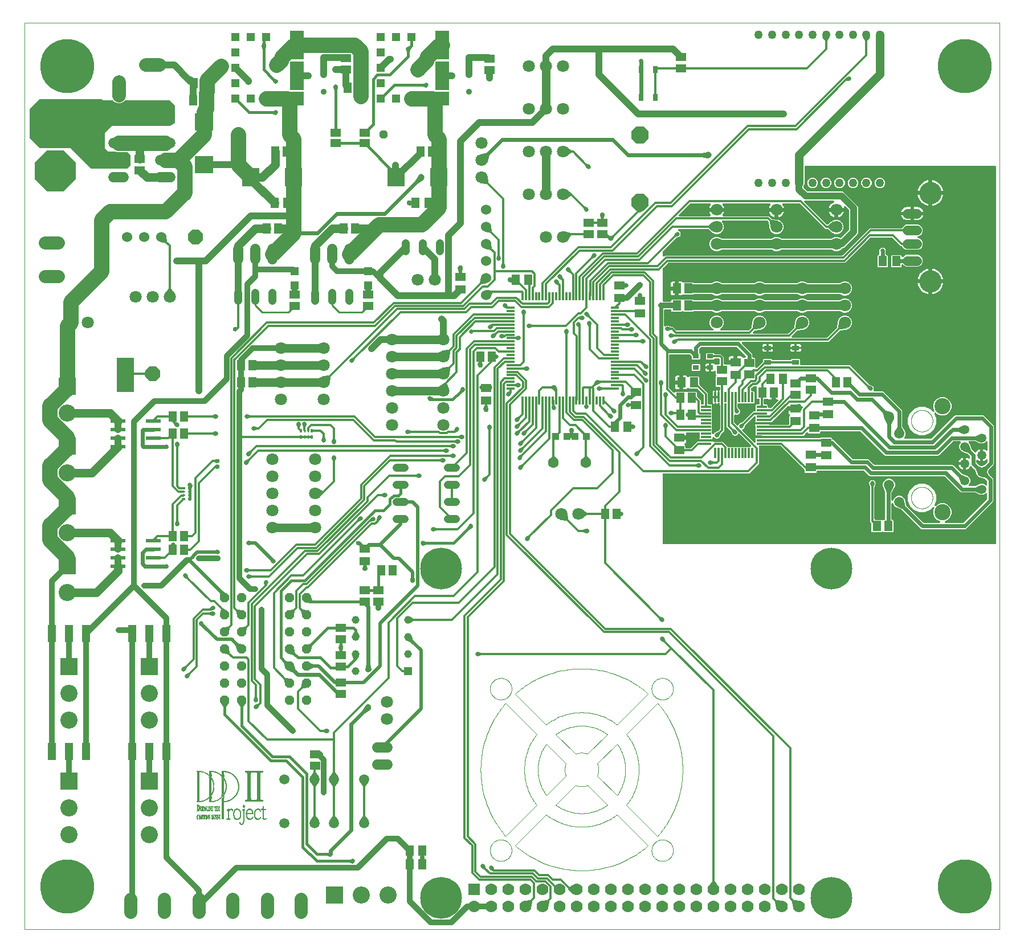
<source format=gtl>
G04 EAGLE Gerber X2 export*
%TF.Part,Single*%
%TF.FileFunction,Other,Top Layer*%
%TF.FilePolarity,Positive*%
%TF.GenerationSoftware,Autodesk,EAGLE,9.4.0*%
%TF.CreationDate,2019-06-23T03:26:36Z*%
G75*
%MOMM*%
%FSLAX34Y34*%
%LPD*%
%INTop Layer*%
%AMOC8*
5,1,8,0,0,1.08239X$1,22.5*%
G01*
%ADD10C,0.000000*%
%ADD11C,0.001000*%
%ADD12R,2.550000X2.700000*%
%ADD13R,1.300000X1.500000*%
%ADD14R,1.270000X1.270000*%
%ADD15R,2.030000X4.320000*%
%ADD16R,4.320000X2.030000*%
%ADD17C,1.600000*%
%ADD18R,2.700000X2.550000*%
%ADD19R,1.500000X1.300000*%
%ADD20C,1.500000*%
%ADD21R,1.100000X1.000000*%
%ADD22C,2.400000*%
%ADD23C,1.350000*%
%ADD24R,2.550000X2.550000*%
%ADD25C,2.550000*%
%ADD26C,1.800000*%
%ADD27R,0.500000X0.380000*%
%ADD28R,0.500000X0.250000*%
%ADD29R,2.540000X5.080000*%
%ADD30P,2.336880X8X22.500000*%
%ADD31R,0.300000X1.200000*%
%ADD32R,1.200000X0.300000*%
%ADD33C,1.219200*%
%ADD34R,0.300000X1.500000*%
%ADD35R,1.500000X0.300000*%
%ADD36C,1.524000*%
%ADD37C,1.524000*%
%ADD38P,1.319650X8X202.500000*%
%ADD39R,0.380000X0.500000*%
%ADD40R,0.250000X0.500000*%
%ADD41C,1.981200*%
%ADD42R,0.650000X1.050000*%
%ADD43R,1.050000X0.650000*%
%ADD44P,2.749271X8X112.500000*%
%ADD45C,0.914400*%
%ADD46P,1.484606X8X112.500000*%
%ADD47R,2.200000X0.600000*%
%ADD48R,0.900000X0.650000*%
%ADD49R,1.200000X1.500000*%
%ADD50R,1.778000X1.778000*%
%ADD51C,1.778000*%
%ADD52C,6.200000*%
%ADD53C,2.000000*%
%ADD54C,1.425000*%
%ADD55C,3.316000*%
%ADD56C,1.270000*%
%ADD57R,1.159000X1.159000*%
%ADD58C,1.159000*%
%ADD59P,6.511658X8X292.500000*%
%ADD60R,1.200000X1.200000*%
%ADD61R,1.270000X2.540000*%
%ADD62R,0.150000X0.006000*%
%ADD63R,0.198000X0.006000*%
%ADD64R,0.240000X0.006000*%
%ADD65R,0.276000X0.006000*%
%ADD66R,0.300000X0.006000*%
%ADD67R,0.330000X0.006000*%
%ADD68R,0.354000X0.006000*%
%ADD69R,0.372000X0.006000*%
%ADD70R,0.390000X0.006000*%
%ADD71R,0.414000X0.006000*%
%ADD72R,0.426000X0.006000*%
%ADD73R,0.444000X0.006000*%
%ADD74R,0.462000X0.006000*%
%ADD75R,0.474000X0.006000*%
%ADD76R,0.486000X0.006000*%
%ADD77R,0.498000X0.006000*%
%ADD78R,0.510000X0.006000*%
%ADD79R,0.522000X0.006000*%
%ADD80R,0.246000X0.006000*%
%ADD81R,0.234000X0.006000*%
%ADD82R,0.228000X0.006000*%
%ADD83R,0.216000X0.006000*%
%ADD84R,0.204000X0.006000*%
%ADD85R,0.222000X0.006000*%
%ADD86R,0.192000X0.006000*%
%ADD87R,0.210000X0.006000*%
%ADD88R,0.186000X0.006000*%
%ADD89R,0.180000X0.006000*%
%ADD90R,0.168000X0.006000*%
%ADD91R,0.162000X0.006000*%
%ADD92R,0.144000X0.006000*%
%ADD93R,0.132000X0.006000*%
%ADD94R,0.120000X0.006000*%
%ADD95R,0.108000X0.006000*%
%ADD96R,0.096000X0.006000*%
%ADD97R,0.072000X0.006000*%
%ADD98R,0.036000X0.006000*%
%ADD99R,0.282000X0.006000*%
%ADD100R,0.258000X0.006000*%
%ADD101R,0.342000X0.006000*%
%ADD102R,0.252000X0.006000*%
%ADD103R,0.384000X0.006000*%
%ADD104R,0.348000X0.006000*%
%ADD105R,0.336000X0.006000*%
%ADD106R,0.288000X0.006000*%
%ADD107R,0.324000X0.006000*%
%ADD108R,0.012000X0.006000*%
%ADD109R,0.420000X0.006000*%
%ADD110R,0.402000X0.006000*%
%ADD111R,0.054000X0.006000*%
%ADD112R,0.060000X0.006000*%
%ADD113R,0.066000X0.006000*%
%ADD114R,0.588000X0.006000*%
%ADD115R,0.492000X0.006000*%
%ADD116R,0.438000X0.006000*%
%ADD117R,0.366000X0.006000*%
%ADD118R,0.078000X0.006000*%
%ADD119R,0.090000X0.006000*%
%ADD120R,0.018000X0.006000*%
%ADD121R,0.084000X0.006000*%
%ADD122R,0.024000X0.006000*%
%ADD123R,0.030000X0.006000*%
%ADD124R,0.360000X0.006000*%
%ADD125R,0.594000X0.006000*%
%ADD126R,0.528000X0.006000*%
%ADD127R,0.396000X0.006000*%
%ADD128R,0.102000X0.006000*%
%ADD129R,0.114000X0.006000*%
%ADD130R,0.042000X0.006000*%
%ADD131R,0.552000X0.006000*%
%ADD132R,0.408000X0.006000*%
%ADD133R,0.126000X0.006000*%
%ADD134R,0.156000X0.006000*%
%ADD135R,0.576000X0.006000*%
%ADD136R,0.504000X0.006000*%
%ADD137R,0.432000X0.006000*%
%ADD138R,0.048000X0.006000*%
%ADD139R,0.600000X0.006000*%
%ADD140R,0.546000X0.006000*%
%ADD141R,0.450000X0.006000*%
%ADD142R,0.174000X0.006000*%
%ADD143R,0.624000X0.006000*%
%ADD144R,0.558000X0.006000*%
%ADD145R,0.642000X0.006000*%
%ADD146R,0.582000X0.006000*%
%ADD147R,0.564000X0.006000*%
%ADD148R,0.480000X0.006000*%
%ADD149R,0.666000X0.006000*%
%ADD150R,0.684000X0.006000*%
%ADD151R,0.618000X0.006000*%
%ADD152R,0.702000X0.006000*%
%ADD153R,0.636000X0.006000*%
%ADD154R,0.714000X0.006000*%
%ADD155R,0.648000X0.006000*%
%ADD156R,0.534000X0.006000*%
%ADD157R,0.732000X0.006000*%
%ADD158R,0.306000X0.006000*%
%ADD159R,0.318000X0.006000*%
%ADD160R,0.678000X0.006000*%
%ADD161R,0.660000X0.006000*%
%ADD162R,0.270000X0.006000*%
%ADD163R,0.294000X0.006000*%
%ADD164R,0.264000X0.006000*%
%ADD165R,0.138000X0.006000*%
%ADD166R,0.006000X0.006000*%
%ADD167R,1.104000X0.006000*%
%ADD168R,1.110000X0.006000*%
%ADD169R,1.116000X0.006000*%
%ADD170R,0.312000X0.006000*%
%ADD171R,0.378000X0.006000*%
%ADD172R,0.762000X0.006000*%
%ADD173R,0.630000X0.006000*%
%ADD174R,0.612000X0.006000*%
%ADD175R,0.570000X0.006000*%
%ADD176R,0.606000X0.006000*%
%ADD177R,0.516000X0.006000*%
%ADD178R,0.756000X0.006000*%
%ADD179R,0.750000X0.006000*%
%ADD180R,0.654000X0.006000*%
%ADD181R,0.672000X0.006000*%
%ADD182R,0.708000X0.006000*%
%ADD183R,0.744000X0.006000*%
%ADD184R,0.738000X0.006000*%
%ADD185R,0.768000X0.006000*%
%ADD186R,0.786000X0.006000*%
%ADD187R,2.760000X0.006000*%
%ADD188R,0.822000X0.006000*%
%ADD189R,0.846000X0.006000*%
%ADD190R,2.772000X0.006000*%
%ADD191R,0.810000X0.006000*%
%ADD192R,0.864000X0.006000*%
%ADD193R,0.828000X0.006000*%
%ADD194R,0.894000X0.006000*%
%ADD195R,0.888000X0.006000*%
%ADD196R,0.912000X0.006000*%
%ADD197R,0.906000X0.006000*%
%ADD198R,0.930000X0.006000*%
%ADD199R,0.924000X0.006000*%
%ADD200R,0.954000X0.006000*%
%ADD201R,0.990000X0.006000*%
%ADD202R,0.984000X0.006000*%
%ADD203R,0.900000X0.006000*%
%ADD204R,0.852000X0.006000*%
%ADD205R,0.858000X0.006000*%
%ADD206R,0.726000X0.006000*%
%ADD207R,0.690000X0.006000*%
%ADD208R,0.540000X0.006000*%
%ADD209R,0.696000X0.006000*%
%ADD210R,0.720000X0.006000*%
%ADD211R,0.774000X0.006000*%
%ADD212R,0.792000X0.006000*%
%ADD213R,0.798000X0.006000*%
%ADD214R,0.834000X0.006000*%
%ADD215R,0.870000X0.006000*%
%ADD216R,0.876000X0.006000*%
%ADD217R,0.942000X0.006000*%
%ADD218R,0.936000X0.006000*%
%ADD219R,2.784000X0.006000*%
%ADD220R,2.790000X0.006000*%
%ADD221R,0.456000X0.006000*%
%ADD222R,0.468000X0.006000*%
%ADD223R,0.966000X0.006000*%
%ADD224R,0.948000X0.006000*%
%ADD225R,0.882000X0.006000*%
%ADD226R,0.816000X0.006000*%
%ADD227R,2.778000X0.006000*%
%ADD228R,1.600200X1.168400*%
%ADD229C,1.270000*%
%ADD230C,0.304800*%
%ADD231C,0.609600*%
%ADD232C,0.654800*%
%ADD233C,1.016000*%
%ADD234C,0.812800*%
%ADD235C,0.406400*%
%ADD236C,0.704800*%
%ADD237C,0.975000*%
%ADD238C,1.050000*%
%ADD239C,0.754800*%
%ADD240C,2.286000*%
%ADD241C,0.508000*%
%ADD242C,2.540000*%
%ADD243C,0.904800*%
%ADD244C,0.254000*%
%ADD245C,0.609600*%
%ADD246C,8.000000*%

G36*
X1442622Y572520D02*
X1442622Y572520D01*
X1442648Y572518D01*
X1442795Y572540D01*
X1442942Y572557D01*
X1442967Y572565D01*
X1442993Y572569D01*
X1443131Y572624D01*
X1443270Y572674D01*
X1443292Y572688D01*
X1443317Y572698D01*
X1443438Y572783D01*
X1443563Y572863D01*
X1443581Y572882D01*
X1443603Y572897D01*
X1443702Y573007D01*
X1443805Y573114D01*
X1443819Y573136D01*
X1443836Y573156D01*
X1443908Y573286D01*
X1443984Y573413D01*
X1443992Y573438D01*
X1444005Y573461D01*
X1444045Y573604D01*
X1444090Y573745D01*
X1444092Y573771D01*
X1444100Y573796D01*
X1444119Y574040D01*
X1444119Y1132840D01*
X1444116Y1132866D01*
X1444118Y1132892D01*
X1444096Y1133039D01*
X1444079Y1133186D01*
X1444071Y1133211D01*
X1444067Y1133237D01*
X1444012Y1133375D01*
X1443962Y1133514D01*
X1443948Y1133536D01*
X1443938Y1133561D01*
X1443853Y1133682D01*
X1443773Y1133807D01*
X1443754Y1133825D01*
X1443739Y1133847D01*
X1443629Y1133946D01*
X1443522Y1134049D01*
X1443500Y1134063D01*
X1443480Y1134080D01*
X1443350Y1134152D01*
X1443223Y1134228D01*
X1443198Y1134236D01*
X1443175Y1134249D01*
X1443032Y1134289D01*
X1442891Y1134334D01*
X1442865Y1134336D01*
X1442840Y1134344D01*
X1442596Y1134363D01*
X1160498Y1134363D01*
X1160472Y1134360D01*
X1160446Y1134362D01*
X1160299Y1134340D01*
X1160152Y1134323D01*
X1160127Y1134315D01*
X1160101Y1134311D01*
X1159963Y1134256D01*
X1159824Y1134206D01*
X1159802Y1134192D01*
X1159777Y1134182D01*
X1159656Y1134097D01*
X1159531Y1134017D01*
X1159513Y1133998D01*
X1159491Y1133983D01*
X1159392Y1133873D01*
X1159289Y1133766D01*
X1159275Y1133744D01*
X1159258Y1133724D01*
X1159186Y1133594D01*
X1159110Y1133467D01*
X1159102Y1133442D01*
X1159089Y1133419D01*
X1159049Y1133276D01*
X1159004Y1133135D01*
X1159002Y1133109D01*
X1158994Y1133084D01*
X1158975Y1132840D01*
X1158975Y1107634D01*
X1157821Y1104847D01*
X1157820Y1104845D01*
X1157819Y1104844D01*
X1157773Y1104679D01*
X1157725Y1104512D01*
X1157725Y1104510D01*
X1157724Y1104508D01*
X1157705Y1104265D01*
X1157705Y1102707D01*
X1157719Y1102581D01*
X1157726Y1102455D01*
X1157739Y1102409D01*
X1157745Y1102361D01*
X1157787Y1102242D01*
X1157822Y1102120D01*
X1157846Y1102078D01*
X1157862Y1102032D01*
X1157931Y1101926D01*
X1157992Y1101816D01*
X1158032Y1101770D01*
X1158051Y1101740D01*
X1158086Y1101706D01*
X1158151Y1101630D01*
X1163070Y1096711D01*
X1163169Y1096632D01*
X1163263Y1096548D01*
X1163305Y1096524D01*
X1163343Y1096494D01*
X1163457Y1096440D01*
X1163568Y1096379D01*
X1163614Y1096366D01*
X1163658Y1096345D01*
X1163781Y1096319D01*
X1163903Y1096284D01*
X1163964Y1096279D01*
X1163998Y1096272D01*
X1164046Y1096273D01*
X1164147Y1096265D01*
X1215434Y1096265D01*
X1217861Y1095259D01*
X1237499Y1075621D01*
X1238505Y1073194D01*
X1238505Y1035006D01*
X1237499Y1032579D01*
X1217861Y1012941D01*
X1215434Y1011935D01*
X1215410Y1011935D01*
X1215285Y1011921D01*
X1215159Y1011914D01*
X1215112Y1011901D01*
X1215064Y1011895D01*
X1214945Y1011853D01*
X1214824Y1011818D01*
X1214782Y1011794D01*
X1214736Y1011778D01*
X1214630Y1011709D01*
X1214520Y1011648D01*
X1214473Y1011608D01*
X1214443Y1011589D01*
X1214410Y1011554D01*
X1214333Y1011489D01*
X1212462Y1009618D01*
X1208593Y1008015D01*
X1204407Y1008015D01*
X1200538Y1009618D01*
X1199937Y1010219D01*
X1199838Y1010298D01*
X1199744Y1010382D01*
X1199701Y1010406D01*
X1199664Y1010436D01*
X1199549Y1010490D01*
X1199439Y1010551D01*
X1199392Y1010564D01*
X1199349Y1010585D01*
X1199225Y1010611D01*
X1199103Y1010646D01*
X1199043Y1010651D01*
X1199008Y1010658D01*
X1198960Y1010657D01*
X1198860Y1010665D01*
X1125240Y1010665D01*
X1125115Y1010651D01*
X1124989Y1010644D01*
X1124942Y1010631D01*
X1124894Y1010625D01*
X1124775Y1010583D01*
X1124654Y1010548D01*
X1124612Y1010524D01*
X1124566Y1010508D01*
X1124460Y1010439D01*
X1124350Y1010378D01*
X1124303Y1010338D01*
X1124273Y1010319D01*
X1124240Y1010284D01*
X1124163Y1010219D01*
X1123562Y1009618D01*
X1119693Y1008015D01*
X1115507Y1008015D01*
X1111638Y1009618D01*
X1111037Y1010219D01*
X1110938Y1010298D01*
X1110844Y1010382D01*
X1110801Y1010406D01*
X1110764Y1010436D01*
X1110649Y1010490D01*
X1110539Y1010551D01*
X1110492Y1010564D01*
X1110449Y1010585D01*
X1110325Y1010611D01*
X1110203Y1010646D01*
X1110143Y1010651D01*
X1110108Y1010658D01*
X1110060Y1010657D01*
X1109960Y1010665D01*
X1036340Y1010665D01*
X1036215Y1010651D01*
X1036089Y1010644D01*
X1036042Y1010631D01*
X1035994Y1010625D01*
X1035875Y1010583D01*
X1035754Y1010548D01*
X1035712Y1010524D01*
X1035666Y1010508D01*
X1035560Y1010439D01*
X1035450Y1010378D01*
X1035403Y1010338D01*
X1035373Y1010319D01*
X1035340Y1010284D01*
X1035263Y1010219D01*
X1034662Y1009618D01*
X1030793Y1008015D01*
X1026607Y1008015D01*
X1022738Y1009618D01*
X1019778Y1012578D01*
X1018175Y1016447D01*
X1018175Y1020633D01*
X1019778Y1024502D01*
X1022738Y1027462D01*
X1026607Y1029065D01*
X1030793Y1029065D01*
X1034662Y1027462D01*
X1035263Y1026861D01*
X1035362Y1026782D01*
X1035456Y1026698D01*
X1035499Y1026674D01*
X1035536Y1026644D01*
X1035651Y1026590D01*
X1035761Y1026529D01*
X1035808Y1026516D01*
X1035851Y1026495D01*
X1035975Y1026469D01*
X1036097Y1026434D01*
X1036157Y1026429D01*
X1036192Y1026422D01*
X1036240Y1026423D01*
X1036340Y1026415D01*
X1109960Y1026415D01*
X1110085Y1026429D01*
X1110211Y1026436D01*
X1110258Y1026449D01*
X1110306Y1026455D01*
X1110425Y1026497D01*
X1110546Y1026532D01*
X1110588Y1026556D01*
X1110634Y1026572D01*
X1110740Y1026641D01*
X1110850Y1026702D01*
X1110897Y1026742D01*
X1110927Y1026761D01*
X1110954Y1026790D01*
X1110957Y1026792D01*
X1110966Y1026801D01*
X1111037Y1026861D01*
X1111638Y1027462D01*
X1115507Y1029065D01*
X1119693Y1029065D01*
X1123562Y1027462D01*
X1124163Y1026861D01*
X1124262Y1026782D01*
X1124356Y1026698D01*
X1124399Y1026674D01*
X1124436Y1026644D01*
X1124551Y1026590D01*
X1124661Y1026529D01*
X1124708Y1026516D01*
X1124751Y1026495D01*
X1124875Y1026469D01*
X1124997Y1026434D01*
X1125057Y1026429D01*
X1125092Y1026422D01*
X1125140Y1026423D01*
X1125240Y1026415D01*
X1198860Y1026415D01*
X1198985Y1026429D01*
X1199111Y1026436D01*
X1199158Y1026449D01*
X1199206Y1026455D01*
X1199325Y1026497D01*
X1199446Y1026532D01*
X1199488Y1026556D01*
X1199534Y1026572D01*
X1199640Y1026641D01*
X1199750Y1026702D01*
X1199797Y1026742D01*
X1199827Y1026761D01*
X1199854Y1026790D01*
X1199857Y1026792D01*
X1199866Y1026801D01*
X1199937Y1026861D01*
X1200538Y1027462D01*
X1204407Y1029065D01*
X1208594Y1029065D01*
X1212398Y1027489D01*
X1212472Y1027468D01*
X1212542Y1027437D01*
X1212639Y1027420D01*
X1212733Y1027393D01*
X1212810Y1027389D01*
X1212885Y1027376D01*
X1212983Y1027381D01*
X1213082Y1027376D01*
X1213157Y1027390D01*
X1213233Y1027394D01*
X1213328Y1027421D01*
X1213424Y1027439D01*
X1213495Y1027469D01*
X1213568Y1027490D01*
X1213654Y1027538D01*
X1213744Y1027577D01*
X1213805Y1027623D01*
X1213872Y1027660D01*
X1213986Y1027757D01*
X1214024Y1027785D01*
X1214036Y1027800D01*
X1214058Y1027819D01*
X1224849Y1038610D01*
X1224928Y1038709D01*
X1225012Y1038803D01*
X1225036Y1038845D01*
X1225066Y1038883D01*
X1225120Y1038997D01*
X1225181Y1039108D01*
X1225194Y1039154D01*
X1225215Y1039198D01*
X1225241Y1039321D01*
X1225276Y1039443D01*
X1225281Y1039504D01*
X1225288Y1039538D01*
X1225287Y1039586D01*
X1225295Y1039687D01*
X1225295Y1068513D01*
X1225281Y1068639D01*
X1225274Y1068765D01*
X1225261Y1068811D01*
X1225255Y1068859D01*
X1225213Y1068979D01*
X1225178Y1069100D01*
X1225154Y1069142D01*
X1225138Y1069188D01*
X1225069Y1069294D01*
X1225008Y1069404D01*
X1224968Y1069450D01*
X1224949Y1069480D01*
X1224914Y1069514D01*
X1224849Y1069590D01*
X1220009Y1074430D01*
X1219881Y1074532D01*
X1219753Y1074636D01*
X1219744Y1074641D01*
X1219736Y1074647D01*
X1219588Y1074717D01*
X1219440Y1074789D01*
X1219430Y1074791D01*
X1219421Y1074796D01*
X1219262Y1074830D01*
X1219100Y1074867D01*
X1219090Y1074867D01*
X1219081Y1074869D01*
X1218917Y1074866D01*
X1218751Y1074865D01*
X1218742Y1074863D01*
X1218732Y1074863D01*
X1218572Y1074823D01*
X1218412Y1074785D01*
X1218404Y1074780D01*
X1218394Y1074778D01*
X1218248Y1074703D01*
X1218100Y1074629D01*
X1218093Y1074623D01*
X1218084Y1074618D01*
X1217958Y1074510D01*
X1217832Y1074406D01*
X1217826Y1074399D01*
X1217819Y1074392D01*
X1217721Y1074259D01*
X1217622Y1074129D01*
X1217618Y1074120D01*
X1217612Y1074112D01*
X1217546Y1073960D01*
X1217480Y1073811D01*
X1217478Y1073801D01*
X1217474Y1073792D01*
X1217445Y1073630D01*
X1217414Y1073468D01*
X1217414Y1073459D01*
X1217412Y1073449D01*
X1217421Y1073284D01*
X1217427Y1073120D01*
X1217430Y1073109D01*
X1217430Y1073101D01*
X1217438Y1073072D01*
X1217484Y1072882D01*
X1217660Y1072339D01*
X1207976Y1072339D01*
X1207950Y1072336D01*
X1207924Y1072338D01*
X1207777Y1072316D01*
X1207630Y1072299D01*
X1207605Y1072291D01*
X1207579Y1072287D01*
X1207442Y1072232D01*
X1207302Y1072182D01*
X1207280Y1072168D01*
X1207255Y1072158D01*
X1207134Y1072073D01*
X1207009Y1071993D01*
X1206991Y1071974D01*
X1206969Y1071959D01*
X1206870Y1071849D01*
X1206767Y1071742D01*
X1206753Y1071720D01*
X1206736Y1071700D01*
X1206664Y1071570D01*
X1206588Y1071443D01*
X1206580Y1071418D01*
X1206567Y1071395D01*
X1206527Y1071252D01*
X1206502Y1071176D01*
X1206498Y1071187D01*
X1206494Y1071213D01*
X1206440Y1071351D01*
X1206390Y1071490D01*
X1206375Y1071512D01*
X1206366Y1071537D01*
X1206281Y1071658D01*
X1206201Y1071783D01*
X1206182Y1071801D01*
X1206167Y1071823D01*
X1206057Y1071922D01*
X1205950Y1072025D01*
X1205927Y1072039D01*
X1205908Y1072056D01*
X1205778Y1072128D01*
X1205651Y1072204D01*
X1205626Y1072212D01*
X1205603Y1072225D01*
X1205460Y1072265D01*
X1205319Y1072310D01*
X1205293Y1072312D01*
X1205268Y1072320D01*
X1205024Y1072339D01*
X1195340Y1072339D01*
X1195805Y1073770D01*
X1196629Y1075389D01*
X1197697Y1076858D01*
X1198982Y1078143D01*
X1200451Y1079211D01*
X1202070Y1080035D01*
X1202218Y1080083D01*
X1202318Y1080129D01*
X1202422Y1080166D01*
X1202476Y1080201D01*
X1202535Y1080228D01*
X1202622Y1080295D01*
X1202714Y1080355D01*
X1202759Y1080402D01*
X1202811Y1080441D01*
X1202880Y1080527D01*
X1202957Y1080606D01*
X1202990Y1080661D01*
X1203031Y1080712D01*
X1203079Y1080810D01*
X1203135Y1080905D01*
X1203155Y1080967D01*
X1203184Y1081025D01*
X1203208Y1081132D01*
X1203242Y1081237D01*
X1203247Y1081301D01*
X1203261Y1081364D01*
X1203261Y1081475D01*
X1203270Y1081584D01*
X1203260Y1081648D01*
X1203260Y1081713D01*
X1203234Y1081820D01*
X1203218Y1081929D01*
X1203194Y1081989D01*
X1203179Y1082052D01*
X1203130Y1082150D01*
X1203089Y1082253D01*
X1203052Y1082306D01*
X1203023Y1082364D01*
X1202953Y1082449D01*
X1202890Y1082539D01*
X1202842Y1082582D01*
X1202801Y1082632D01*
X1202713Y1082699D01*
X1202632Y1082772D01*
X1202575Y1082804D01*
X1202523Y1082843D01*
X1202423Y1082888D01*
X1202327Y1082941D01*
X1202264Y1082958D01*
X1202205Y1082985D01*
X1202097Y1083006D01*
X1201991Y1083036D01*
X1201907Y1083042D01*
X1201863Y1083051D01*
X1201822Y1083049D01*
X1201747Y1083055D01*
X1160134Y1083055D01*
X1160034Y1083044D01*
X1159934Y1083042D01*
X1159861Y1083024D01*
X1159788Y1083015D01*
X1159693Y1082982D01*
X1159596Y1082957D01*
X1159529Y1082923D01*
X1159459Y1082898D01*
X1159375Y1082843D01*
X1159286Y1082797D01*
X1159229Y1082749D01*
X1159167Y1082709D01*
X1159097Y1082637D01*
X1159020Y1082572D01*
X1158976Y1082512D01*
X1158924Y1082458D01*
X1158873Y1082372D01*
X1158813Y1082291D01*
X1158784Y1082223D01*
X1158746Y1082159D01*
X1158715Y1082063D01*
X1158675Y1081971D01*
X1158662Y1081898D01*
X1158639Y1081827D01*
X1158631Y1081727D01*
X1158614Y1081628D01*
X1158617Y1081554D01*
X1158611Y1081480D01*
X1158626Y1081380D01*
X1158631Y1081280D01*
X1158652Y1081209D01*
X1158663Y1081135D01*
X1158700Y1081042D01*
X1158728Y1080945D01*
X1158764Y1080880D01*
X1158792Y1080811D01*
X1158849Y1080729D01*
X1158898Y1080641D01*
X1158963Y1080565D01*
X1158991Y1080525D01*
X1159017Y1080501D01*
X1159057Y1080455D01*
X1191965Y1047547D01*
X1192055Y1047475D01*
X1192139Y1047397D01*
X1192191Y1047367D01*
X1192238Y1047330D01*
X1192342Y1047281D01*
X1192441Y1047224D01*
X1192499Y1047207D01*
X1192553Y1047181D01*
X1192665Y1047157D01*
X1192775Y1047124D01*
X1192835Y1047120D01*
X1192894Y1047108D01*
X1193008Y1047110D01*
X1193123Y1047103D01*
X1193182Y1047113D01*
X1193242Y1047114D01*
X1193354Y1047142D01*
X1193467Y1047161D01*
X1193522Y1047184D01*
X1193580Y1047199D01*
X1193682Y1047251D01*
X1193788Y1047296D01*
X1193852Y1047339D01*
X1193890Y1047358D01*
X1193923Y1047387D01*
X1193991Y1047432D01*
X1199411Y1051749D01*
X1199447Y1051785D01*
X1199539Y1051863D01*
X1200538Y1052862D01*
X1200904Y1053014D01*
X1200984Y1053058D01*
X1201043Y1053083D01*
X1201054Y1053087D01*
X1201103Y1053098D01*
X1201128Y1053110D01*
X1201170Y1053124D01*
X1204406Y1054465D01*
X1208593Y1054465D01*
X1212462Y1052862D01*
X1215422Y1049902D01*
X1217025Y1046033D01*
X1217025Y1041847D01*
X1215422Y1037978D01*
X1212462Y1035018D01*
X1208593Y1033415D01*
X1204406Y1033415D01*
X1201170Y1034756D01*
X1201085Y1034780D01*
X1201017Y1034808D01*
X1200975Y1034835D01*
X1200947Y1034844D01*
X1200904Y1034866D01*
X1200538Y1035018D01*
X1199539Y1036016D01*
X1199500Y1036048D01*
X1199411Y1036131D01*
X1193851Y1040560D01*
X1193816Y1040581D01*
X1193786Y1040608D01*
X1193669Y1040673D01*
X1193555Y1040744D01*
X1193517Y1040757D01*
X1193481Y1040777D01*
X1193352Y1040813D01*
X1193225Y1040857D01*
X1193185Y1040861D01*
X1193146Y1040872D01*
X1192902Y1040891D01*
X1189997Y1040891D01*
X1152343Y1078545D01*
X1152244Y1078624D01*
X1152150Y1078708D01*
X1152108Y1078732D01*
X1152070Y1078762D01*
X1151956Y1078816D01*
X1151845Y1078877D01*
X1151799Y1078890D01*
X1151755Y1078911D01*
X1151632Y1078937D01*
X1151510Y1078972D01*
X1151449Y1078977D01*
X1151414Y1078984D01*
X1151366Y1078983D01*
X1151266Y1078991D01*
X1127843Y1078991D01*
X1127688Y1078973D01*
X1127534Y1078960D01*
X1127516Y1078954D01*
X1127496Y1078951D01*
X1127350Y1078899D01*
X1127203Y1078850D01*
X1127187Y1078840D01*
X1127168Y1078834D01*
X1127038Y1078749D01*
X1126906Y1078669D01*
X1126892Y1078655D01*
X1126875Y1078645D01*
X1126768Y1078533D01*
X1126657Y1078425D01*
X1126647Y1078408D01*
X1126633Y1078394D01*
X1126554Y1078261D01*
X1126471Y1078130D01*
X1126464Y1078112D01*
X1126454Y1078095D01*
X1126407Y1077948D01*
X1126356Y1077801D01*
X1126354Y1077782D01*
X1126348Y1077763D01*
X1126336Y1077609D01*
X1126319Y1077454D01*
X1126322Y1077435D01*
X1126320Y1077416D01*
X1126343Y1077263D01*
X1126362Y1077108D01*
X1126369Y1077090D01*
X1126372Y1077071D01*
X1126429Y1076927D01*
X1126483Y1076781D01*
X1126495Y1076762D01*
X1126501Y1076747D01*
X1126526Y1076711D01*
X1126610Y1076573D01*
X1127471Y1075389D01*
X1128295Y1073770D01*
X1128760Y1072339D01*
X1119076Y1072339D01*
X1119050Y1072336D01*
X1119024Y1072338D01*
X1118877Y1072316D01*
X1118730Y1072299D01*
X1118705Y1072291D01*
X1118679Y1072287D01*
X1118542Y1072232D01*
X1118402Y1072182D01*
X1118380Y1072168D01*
X1118355Y1072158D01*
X1118234Y1072073D01*
X1118109Y1071993D01*
X1118091Y1071974D01*
X1118069Y1071959D01*
X1117970Y1071849D01*
X1117867Y1071742D01*
X1117853Y1071720D01*
X1117836Y1071700D01*
X1117764Y1071570D01*
X1117688Y1071443D01*
X1117680Y1071418D01*
X1117667Y1071395D01*
X1117627Y1071252D01*
X1117602Y1071176D01*
X1117598Y1071187D01*
X1117594Y1071213D01*
X1117540Y1071351D01*
X1117490Y1071490D01*
X1117475Y1071512D01*
X1117466Y1071537D01*
X1117381Y1071658D01*
X1117301Y1071783D01*
X1117282Y1071801D01*
X1117267Y1071823D01*
X1117157Y1071922D01*
X1117050Y1072025D01*
X1117027Y1072039D01*
X1117008Y1072056D01*
X1116878Y1072128D01*
X1116751Y1072204D01*
X1116726Y1072212D01*
X1116703Y1072225D01*
X1116560Y1072265D01*
X1116419Y1072310D01*
X1116393Y1072312D01*
X1116368Y1072320D01*
X1116124Y1072339D01*
X1106440Y1072339D01*
X1106905Y1073770D01*
X1107729Y1075389D01*
X1108590Y1076573D01*
X1108666Y1076708D01*
X1108746Y1076841D01*
X1108751Y1076859D01*
X1108761Y1076876D01*
X1108805Y1077026D01*
X1108852Y1077173D01*
X1108853Y1077192D01*
X1108859Y1077211D01*
X1108867Y1077366D01*
X1108880Y1077520D01*
X1108877Y1077539D01*
X1108878Y1077559D01*
X1108851Y1077712D01*
X1108828Y1077865D01*
X1108821Y1077883D01*
X1108818Y1077902D01*
X1108756Y1078045D01*
X1108699Y1078189D01*
X1108688Y1078205D01*
X1108681Y1078222D01*
X1108589Y1078348D01*
X1108500Y1078475D01*
X1108486Y1078488D01*
X1108475Y1078503D01*
X1108357Y1078605D01*
X1108242Y1078708D01*
X1108225Y1078718D01*
X1108210Y1078730D01*
X1108073Y1078802D01*
X1107937Y1078877D01*
X1107918Y1078882D01*
X1107901Y1078891D01*
X1107751Y1078929D01*
X1107601Y1078972D01*
X1107578Y1078974D01*
X1107563Y1078977D01*
X1107520Y1078978D01*
X1107357Y1078991D01*
X1038943Y1078991D01*
X1038788Y1078973D01*
X1038634Y1078960D01*
X1038616Y1078954D01*
X1038596Y1078951D01*
X1038450Y1078899D01*
X1038303Y1078850D01*
X1038287Y1078840D01*
X1038268Y1078834D01*
X1038138Y1078749D01*
X1038006Y1078669D01*
X1037992Y1078655D01*
X1037975Y1078645D01*
X1037868Y1078533D01*
X1037757Y1078425D01*
X1037747Y1078408D01*
X1037733Y1078394D01*
X1037654Y1078261D01*
X1037571Y1078130D01*
X1037564Y1078112D01*
X1037554Y1078095D01*
X1037507Y1077948D01*
X1037456Y1077801D01*
X1037454Y1077782D01*
X1037448Y1077763D01*
X1037436Y1077609D01*
X1037419Y1077454D01*
X1037422Y1077435D01*
X1037420Y1077416D01*
X1037443Y1077263D01*
X1037462Y1077108D01*
X1037469Y1077090D01*
X1037472Y1077071D01*
X1037529Y1076927D01*
X1037583Y1076781D01*
X1037595Y1076762D01*
X1037601Y1076747D01*
X1037626Y1076711D01*
X1037710Y1076573D01*
X1038571Y1075389D01*
X1039395Y1073770D01*
X1039860Y1072339D01*
X1030176Y1072339D01*
X1030150Y1072336D01*
X1030124Y1072338D01*
X1029977Y1072316D01*
X1029830Y1072299D01*
X1029805Y1072291D01*
X1029779Y1072287D01*
X1029642Y1072232D01*
X1029502Y1072182D01*
X1029480Y1072168D01*
X1029455Y1072158D01*
X1029334Y1072073D01*
X1029209Y1071993D01*
X1029191Y1071974D01*
X1029169Y1071959D01*
X1029070Y1071849D01*
X1028967Y1071742D01*
X1028953Y1071720D01*
X1028936Y1071700D01*
X1028864Y1071570D01*
X1028788Y1071443D01*
X1028780Y1071418D01*
X1028767Y1071395D01*
X1028727Y1071252D01*
X1028702Y1071176D01*
X1028698Y1071187D01*
X1028694Y1071213D01*
X1028640Y1071351D01*
X1028590Y1071490D01*
X1028575Y1071512D01*
X1028566Y1071537D01*
X1028481Y1071658D01*
X1028401Y1071783D01*
X1028382Y1071801D01*
X1028367Y1071823D01*
X1028257Y1071922D01*
X1028150Y1072025D01*
X1028127Y1072039D01*
X1028108Y1072056D01*
X1027978Y1072128D01*
X1027851Y1072204D01*
X1027826Y1072212D01*
X1027803Y1072225D01*
X1027660Y1072265D01*
X1027519Y1072310D01*
X1027493Y1072312D01*
X1027468Y1072320D01*
X1027224Y1072339D01*
X1017540Y1072339D01*
X1018005Y1073770D01*
X1018829Y1075389D01*
X1019690Y1076573D01*
X1019766Y1076708D01*
X1019846Y1076841D01*
X1019851Y1076859D01*
X1019861Y1076876D01*
X1019904Y1077025D01*
X1019952Y1077173D01*
X1019953Y1077192D01*
X1019959Y1077211D01*
X1019967Y1077365D01*
X1019980Y1077520D01*
X1019977Y1077539D01*
X1019978Y1077559D01*
X1019951Y1077712D01*
X1019928Y1077865D01*
X1019921Y1077883D01*
X1019918Y1077902D01*
X1019857Y1078045D01*
X1019799Y1078189D01*
X1019788Y1078205D01*
X1019781Y1078222D01*
X1019689Y1078348D01*
X1019600Y1078475D01*
X1019586Y1078488D01*
X1019575Y1078503D01*
X1019456Y1078605D01*
X1019342Y1078708D01*
X1019325Y1078718D01*
X1019310Y1078730D01*
X1019172Y1078802D01*
X1019037Y1078877D01*
X1019018Y1078882D01*
X1019001Y1078891D01*
X1018851Y1078929D01*
X1018701Y1078972D01*
X1018678Y1078974D01*
X1018663Y1078977D01*
X1018620Y1078978D01*
X1018457Y1078991D01*
X989954Y1078991D01*
X989828Y1078977D01*
X989702Y1078970D01*
X989656Y1078957D01*
X989608Y1078951D01*
X989489Y1078909D01*
X989367Y1078874D01*
X989325Y1078850D01*
X989279Y1078834D01*
X989173Y1078765D01*
X989063Y1078704D01*
X989017Y1078664D01*
X988987Y1078645D01*
X988953Y1078610D01*
X988877Y1078545D01*
X972621Y1062289D01*
X972558Y1062211D01*
X972488Y1062138D01*
X972450Y1062074D01*
X972404Y1062016D01*
X972361Y1061925D01*
X972310Y1061839D01*
X972287Y1061768D01*
X972255Y1061701D01*
X972234Y1061603D01*
X972203Y1061507D01*
X972197Y1061433D01*
X972182Y1061360D01*
X972183Y1061260D01*
X972175Y1061160D01*
X972186Y1061086D01*
X972188Y1061012D01*
X972212Y1060915D01*
X972227Y1060815D01*
X972255Y1060746D01*
X972273Y1060674D01*
X972319Y1060584D01*
X972356Y1060491D01*
X972398Y1060430D01*
X972432Y1060364D01*
X972498Y1060287D01*
X972555Y1060205D01*
X972610Y1060155D01*
X972658Y1060099D01*
X972739Y1060039D01*
X972814Y1059972D01*
X972879Y1059936D01*
X972938Y1059891D01*
X973031Y1059852D01*
X973119Y1059803D01*
X973190Y1059783D01*
X973258Y1059753D01*
X973357Y1059736D01*
X973454Y1059708D01*
X973554Y1059700D01*
X973601Y1059692D01*
X973637Y1059694D01*
X973698Y1059689D01*
X1018457Y1059689D01*
X1018612Y1059706D01*
X1018766Y1059720D01*
X1018784Y1059726D01*
X1018804Y1059729D01*
X1018950Y1059781D01*
X1019097Y1059830D01*
X1019114Y1059840D01*
X1019132Y1059846D01*
X1019262Y1059930D01*
X1019395Y1060011D01*
X1019408Y1060025D01*
X1019425Y1060035D01*
X1019533Y1060147D01*
X1019643Y1060256D01*
X1019653Y1060272D01*
X1019667Y1060286D01*
X1019747Y1060419D01*
X1019829Y1060550D01*
X1019836Y1060568D01*
X1019846Y1060585D01*
X1019893Y1060733D01*
X1019944Y1060879D01*
X1019946Y1060898D01*
X1019952Y1060917D01*
X1019964Y1061071D01*
X1019981Y1061226D01*
X1019978Y1061245D01*
X1019980Y1061264D01*
X1019957Y1061418D01*
X1019938Y1061572D01*
X1019931Y1061590D01*
X1019928Y1061609D01*
X1019871Y1061754D01*
X1019817Y1061899D01*
X1019805Y1061918D01*
X1019799Y1061933D01*
X1019774Y1061969D01*
X1019690Y1062107D01*
X1018829Y1063291D01*
X1018005Y1064910D01*
X1017540Y1066341D01*
X1027224Y1066341D01*
X1027250Y1066344D01*
X1027276Y1066342D01*
X1027423Y1066364D01*
X1027570Y1066381D01*
X1027595Y1066389D01*
X1027621Y1066393D01*
X1027758Y1066448D01*
X1027898Y1066498D01*
X1027920Y1066512D01*
X1027945Y1066522D01*
X1028066Y1066607D01*
X1028191Y1066687D01*
X1028209Y1066706D01*
X1028231Y1066721D01*
X1028330Y1066831D01*
X1028433Y1066938D01*
X1028447Y1066960D01*
X1028464Y1066980D01*
X1028536Y1067110D01*
X1028612Y1067237D01*
X1028620Y1067262D01*
X1028633Y1067285D01*
X1028673Y1067428D01*
X1028698Y1067504D01*
X1028702Y1067493D01*
X1028706Y1067467D01*
X1028760Y1067329D01*
X1028810Y1067190D01*
X1028825Y1067168D01*
X1028834Y1067143D01*
X1028919Y1067022D01*
X1028999Y1066897D01*
X1029018Y1066879D01*
X1029033Y1066857D01*
X1029143Y1066758D01*
X1029250Y1066655D01*
X1029273Y1066641D01*
X1029292Y1066624D01*
X1029422Y1066552D01*
X1029549Y1066476D01*
X1029574Y1066468D01*
X1029597Y1066455D01*
X1029740Y1066415D01*
X1029881Y1066370D01*
X1029907Y1066367D01*
X1029932Y1066360D01*
X1030176Y1066341D01*
X1039860Y1066341D01*
X1039395Y1064910D01*
X1038571Y1063291D01*
X1037710Y1062107D01*
X1037634Y1061972D01*
X1037554Y1061839D01*
X1037549Y1061821D01*
X1037539Y1061804D01*
X1037496Y1061655D01*
X1037448Y1061507D01*
X1037447Y1061488D01*
X1037441Y1061469D01*
X1037433Y1061314D01*
X1037420Y1061160D01*
X1037423Y1061141D01*
X1037422Y1061121D01*
X1037449Y1060968D01*
X1037472Y1060815D01*
X1037479Y1060797D01*
X1037482Y1060778D01*
X1037543Y1060635D01*
X1037601Y1060491D01*
X1037612Y1060475D01*
X1037619Y1060458D01*
X1037711Y1060332D01*
X1037800Y1060205D01*
X1037814Y1060192D01*
X1037825Y1060177D01*
X1037944Y1060075D01*
X1038058Y1059972D01*
X1038075Y1059962D01*
X1038090Y1059950D01*
X1038228Y1059878D01*
X1038363Y1059803D01*
X1038382Y1059798D01*
X1038399Y1059789D01*
X1038549Y1059751D01*
X1038699Y1059708D01*
X1038722Y1059706D01*
X1038737Y1059703D01*
X1038780Y1059702D01*
X1038943Y1059689D01*
X1106163Y1059689D01*
X1110140Y1055711D01*
X1110172Y1055686D01*
X1110199Y1055655D01*
X1110308Y1055578D01*
X1110413Y1055495D01*
X1110450Y1055477D01*
X1110483Y1055454D01*
X1110607Y1055403D01*
X1110728Y1055346D01*
X1110768Y1055337D01*
X1110806Y1055322D01*
X1111046Y1055275D01*
X1118109Y1054474D01*
X1118159Y1054475D01*
X1118280Y1054465D01*
X1119694Y1054465D01*
X1120060Y1054313D01*
X1120147Y1054288D01*
X1120206Y1054264D01*
X1120217Y1054259D01*
X1120259Y1054232D01*
X1120286Y1054223D01*
X1120325Y1054203D01*
X1123562Y1052862D01*
X1126522Y1049902D01*
X1128125Y1046033D01*
X1128125Y1041847D01*
X1126522Y1037978D01*
X1123562Y1035018D01*
X1119693Y1033415D01*
X1115507Y1033415D01*
X1111638Y1035018D01*
X1108678Y1037978D01*
X1107337Y1041215D01*
X1107294Y1041292D01*
X1107266Y1041360D01*
X1107255Y1041408D01*
X1107242Y1041435D01*
X1107227Y1041480D01*
X1107075Y1041846D01*
X1107075Y1043259D01*
X1107070Y1043309D01*
X1107066Y1043431D01*
X1106929Y1044636D01*
X1106929Y1044637D01*
X1106265Y1050494D01*
X1106256Y1050534D01*
X1106254Y1050574D01*
X1106217Y1050703D01*
X1106187Y1050834D01*
X1106169Y1050870D01*
X1106157Y1050909D01*
X1106092Y1051026D01*
X1106033Y1051146D01*
X1106007Y1051178D01*
X1105987Y1051213D01*
X1105829Y1051400D01*
X1105620Y1051609D01*
X1104083Y1053145D01*
X1103984Y1053224D01*
X1103890Y1053308D01*
X1103848Y1053332D01*
X1103810Y1053362D01*
X1103696Y1053416D01*
X1103585Y1053477D01*
X1103539Y1053490D01*
X1103495Y1053511D01*
X1103372Y1053537D01*
X1103250Y1053572D01*
X1103189Y1053577D01*
X1103154Y1053584D01*
X1103106Y1053583D01*
X1103006Y1053591D01*
X1037610Y1053591D01*
X1037511Y1053580D01*
X1037410Y1053578D01*
X1037338Y1053560D01*
X1037264Y1053551D01*
X1037170Y1053518D01*
X1037072Y1053493D01*
X1037006Y1053459D01*
X1036936Y1053434D01*
X1036852Y1053379D01*
X1036762Y1053333D01*
X1036706Y1053285D01*
X1036643Y1053245D01*
X1036573Y1053173D01*
X1036497Y1053108D01*
X1036453Y1053048D01*
X1036401Y1052994D01*
X1036349Y1052908D01*
X1036290Y1052827D01*
X1036260Y1052759D01*
X1036222Y1052695D01*
X1036192Y1052599D01*
X1036152Y1052507D01*
X1036139Y1052434D01*
X1036116Y1052363D01*
X1036108Y1052263D01*
X1036090Y1052164D01*
X1036094Y1052090D01*
X1036088Y1052016D01*
X1036103Y1051916D01*
X1036108Y1051816D01*
X1036129Y1051745D01*
X1036140Y1051671D01*
X1036177Y1051578D01*
X1036205Y1051481D01*
X1036241Y1051416D01*
X1036268Y1051347D01*
X1036326Y1051265D01*
X1036375Y1051177D01*
X1036440Y1051101D01*
X1036467Y1051061D01*
X1036494Y1051037D01*
X1036533Y1050991D01*
X1037622Y1049902D01*
X1039225Y1046033D01*
X1039225Y1041847D01*
X1037622Y1037978D01*
X1034662Y1035018D01*
X1030793Y1033415D01*
X1026606Y1033415D01*
X1023370Y1034756D01*
X1023285Y1034780D01*
X1023217Y1034808D01*
X1023175Y1034835D01*
X1023147Y1034844D01*
X1023104Y1034866D01*
X1022738Y1035018D01*
X1021739Y1036016D01*
X1021700Y1036048D01*
X1021611Y1036131D01*
X1016051Y1040560D01*
X1016016Y1040581D01*
X1015986Y1040608D01*
X1015869Y1040673D01*
X1015755Y1040744D01*
X1015717Y1040757D01*
X1015681Y1040777D01*
X1015552Y1040813D01*
X1015425Y1040857D01*
X1015385Y1040861D01*
X1015346Y1040872D01*
X1015102Y1040891D01*
X972578Y1040891D01*
X972528Y1040886D01*
X972478Y1040888D01*
X972355Y1040866D01*
X972232Y1040851D01*
X972184Y1040834D01*
X972135Y1040825D01*
X972021Y1040776D01*
X971904Y1040734D01*
X971861Y1040707D01*
X971815Y1040686D01*
X971715Y1040612D01*
X971611Y1040545D01*
X971576Y1040509D01*
X971535Y1040479D01*
X971455Y1040384D01*
X971369Y1040294D01*
X971343Y1040251D01*
X971310Y1040213D01*
X971253Y1040102D01*
X971190Y1039995D01*
X971174Y1039947D01*
X971151Y1039902D01*
X971121Y1039782D01*
X971084Y1039663D01*
X971079Y1039613D01*
X971067Y1039564D01*
X971066Y1039440D01*
X971056Y1039316D01*
X971063Y1039266D01*
X971062Y1039216D01*
X971089Y1039094D01*
X971107Y1038971D01*
X971126Y1038924D01*
X971137Y1038875D01*
X971190Y1038763D01*
X971236Y1038647D01*
X971265Y1038606D01*
X971286Y1038560D01*
X971364Y1038463D01*
X971435Y1038361D01*
X971472Y1038328D01*
X971504Y1038288D01*
X971602Y1038211D01*
X971694Y1038128D01*
X971738Y1038103D01*
X971777Y1038072D01*
X971995Y1037961D01*
X972998Y1037545D01*
X974348Y1036195D01*
X975079Y1034432D01*
X975079Y1032522D01*
X974348Y1030759D01*
X973670Y1030081D01*
X973663Y1030072D01*
X973654Y1030065D01*
X973555Y1029936D01*
X973453Y1029808D01*
X973449Y1029797D01*
X973442Y1029788D01*
X973333Y1029569D01*
X973330Y1029563D01*
X973289Y1029546D01*
X973186Y1029487D01*
X972153Y1029059D01*
X972146Y1029055D01*
X972136Y1029052D01*
X971335Y1028709D01*
X969106Y1027753D01*
X969066Y1027730D01*
X969022Y1027715D01*
X968915Y1027644D01*
X968803Y1027580D01*
X968769Y1027549D01*
X968731Y1027524D01*
X968642Y1027431D01*
X968615Y1027406D01*
X968401Y1027340D01*
X968334Y1027310D01*
X968263Y1027290D01*
X968175Y1027241D01*
X968082Y1027200D01*
X968023Y1027156D01*
X967959Y1027120D01*
X967840Y1027018D01*
X967803Y1026991D01*
X967792Y1026978D01*
X967773Y1026961D01*
X967236Y1026424D01*
X948883Y1008071D01*
X948804Y1007972D01*
X948720Y1007878D01*
X948696Y1007836D01*
X948666Y1007798D01*
X948612Y1007684D01*
X948551Y1007573D01*
X948538Y1007527D01*
X948517Y1007483D01*
X948491Y1007360D01*
X948456Y1007238D01*
X948452Y1007177D01*
X948444Y1007143D01*
X948445Y1007095D01*
X948437Y1006994D01*
X948437Y1001500D01*
X948448Y1001400D01*
X948450Y1001299D01*
X948468Y1001227D01*
X948477Y1001153D01*
X948510Y1001059D01*
X948535Y1000961D01*
X948569Y1000895D01*
X948594Y1000825D01*
X948649Y1000741D01*
X948695Y1000652D01*
X948743Y1000595D01*
X948783Y1000532D01*
X948855Y1000463D01*
X948920Y1000386D01*
X948980Y1000342D01*
X949034Y1000290D01*
X949120Y1000239D01*
X949201Y1000179D01*
X949269Y1000150D01*
X949333Y1000111D01*
X949429Y1000081D01*
X949521Y1000041D01*
X949594Y1000028D01*
X949665Y1000005D01*
X949765Y999997D01*
X949864Y999979D01*
X949938Y999983D01*
X950012Y999977D01*
X950112Y999992D01*
X950212Y999997D01*
X950283Y1000018D01*
X950357Y1000029D01*
X950450Y1000066D01*
X950547Y1000094D01*
X950612Y1000130D01*
X950681Y1000158D01*
X950763Y1000215D01*
X950851Y1000264D01*
X950927Y1000329D01*
X950967Y1000357D01*
X950991Y1000383D01*
X951037Y1000422D01*
X951883Y1001269D01*
X1214766Y1001269D01*
X1214892Y1001283D01*
X1215018Y1001290D01*
X1215064Y1001303D01*
X1215112Y1001309D01*
X1215231Y1001351D01*
X1215353Y1001386D01*
X1215395Y1001410D01*
X1215441Y1001426D01*
X1215547Y1001495D01*
X1215657Y1001556D01*
X1215703Y1001596D01*
X1215733Y1001615D01*
X1215767Y1001650D01*
X1215843Y1001715D01*
X1255877Y1041749D01*
X1302858Y1041749D01*
X1302933Y1041757D01*
X1303010Y1041756D01*
X1303106Y1041777D01*
X1303204Y1041789D01*
X1303276Y1041814D01*
X1303350Y1041831D01*
X1303439Y1041873D01*
X1303532Y1041906D01*
X1303596Y1041948D01*
X1303665Y1041980D01*
X1303742Y1042042D01*
X1303825Y1042095D01*
X1303878Y1042150D01*
X1303938Y1042198D01*
X1303999Y1042275D01*
X1304067Y1042346D01*
X1304106Y1042411D01*
X1304154Y1042471D01*
X1304222Y1042604D01*
X1304246Y1042645D01*
X1304252Y1042663D01*
X1304265Y1042689D01*
X1304642Y1043600D01*
X1307075Y1046033D01*
X1310254Y1047350D01*
X1327946Y1047350D01*
X1331125Y1046033D01*
X1333558Y1043600D01*
X1334875Y1040421D01*
X1334875Y1036979D01*
X1333558Y1033800D01*
X1331125Y1031367D01*
X1328083Y1030107D01*
X1327996Y1030059D01*
X1327903Y1030018D01*
X1327844Y1029974D01*
X1327779Y1029938D01*
X1327704Y1029871D01*
X1327624Y1029811D01*
X1327576Y1029754D01*
X1327520Y1029704D01*
X1327463Y1029621D01*
X1327398Y1029545D01*
X1327365Y1029478D01*
X1327322Y1029417D01*
X1327285Y1029324D01*
X1327240Y1029234D01*
X1327222Y1029162D01*
X1327194Y1029093D01*
X1327180Y1028994D01*
X1327156Y1028896D01*
X1327154Y1028822D01*
X1327144Y1028748D01*
X1327152Y1028648D01*
X1327150Y1028548D01*
X1327166Y1028475D01*
X1327173Y1028401D01*
X1327203Y1028305D01*
X1327225Y1028207D01*
X1327257Y1028140D01*
X1327280Y1028069D01*
X1327331Y1027983D01*
X1327375Y1027892D01*
X1327421Y1027834D01*
X1327459Y1027771D01*
X1327529Y1027699D01*
X1327592Y1027620D01*
X1327650Y1027574D01*
X1327702Y1027521D01*
X1327787Y1027466D01*
X1327865Y1027404D01*
X1327955Y1027358D01*
X1327995Y1027332D01*
X1328029Y1027320D01*
X1328083Y1027293D01*
X1331125Y1026033D01*
X1333558Y1023600D01*
X1334875Y1020421D01*
X1334875Y1016979D01*
X1333558Y1013800D01*
X1331125Y1011367D01*
X1327946Y1010050D01*
X1310254Y1010050D01*
X1307075Y1011367D01*
X1304642Y1013800D01*
X1304265Y1014711D01*
X1304228Y1014778D01*
X1304200Y1014849D01*
X1304143Y1014929D01*
X1304096Y1015016D01*
X1304044Y1015072D01*
X1304001Y1015135D01*
X1303928Y1015201D01*
X1303861Y1015274D01*
X1303799Y1015317D01*
X1303742Y1015368D01*
X1303656Y1015416D01*
X1303575Y1015472D01*
X1303504Y1015500D01*
X1303437Y1015537D01*
X1303342Y1015564D01*
X1303251Y1015600D01*
X1303175Y1015611D01*
X1303101Y1015632D01*
X1302953Y1015644D01*
X1302906Y1015651D01*
X1302887Y1015649D01*
X1302858Y1015651D01*
X1301597Y1015651D01*
X1289503Y1027745D01*
X1289404Y1027824D01*
X1289310Y1027908D01*
X1289268Y1027932D01*
X1289230Y1027962D01*
X1289116Y1028016D01*
X1289005Y1028077D01*
X1288959Y1028090D01*
X1288915Y1028111D01*
X1288792Y1028137D01*
X1288670Y1028172D01*
X1288609Y1028177D01*
X1288574Y1028184D01*
X1288526Y1028183D01*
X1288426Y1028191D01*
X1258040Y1028191D01*
X1257914Y1028177D01*
X1257788Y1028170D01*
X1257741Y1028157D01*
X1257693Y1028151D01*
X1257574Y1028109D01*
X1257453Y1028074D01*
X1257411Y1028050D01*
X1257365Y1028034D01*
X1257259Y1027965D01*
X1257149Y1027904D01*
X1257102Y1027864D01*
X1257072Y1027845D01*
X1257039Y1027810D01*
X1256963Y1027745D01*
X1219817Y990599D01*
X956934Y990599D01*
X956808Y990585D01*
X956682Y990578D01*
X956636Y990565D01*
X956588Y990559D01*
X956469Y990517D01*
X956347Y990482D01*
X956305Y990458D01*
X956259Y990442D01*
X956153Y990373D01*
X956043Y990312D01*
X955997Y990272D01*
X955967Y990253D01*
X955933Y990218D01*
X955857Y990153D01*
X948883Y983179D01*
X948804Y983080D01*
X948720Y982986D01*
X948696Y982944D01*
X948666Y982906D01*
X948612Y982792D01*
X948551Y982681D01*
X948538Y982635D01*
X948517Y982591D01*
X948491Y982468D01*
X948456Y982346D01*
X948452Y982285D01*
X948444Y982251D01*
X948445Y982203D01*
X948437Y982102D01*
X948437Y934212D01*
X948440Y934186D01*
X948438Y934160D01*
X948460Y934013D01*
X948477Y933866D01*
X948485Y933841D01*
X948489Y933815D01*
X948544Y933677D01*
X948594Y933538D01*
X948608Y933516D01*
X948618Y933491D01*
X948703Y933370D01*
X948783Y933245D01*
X948802Y933227D01*
X948817Y933205D01*
X948927Y933106D01*
X949034Y933003D01*
X949056Y932989D01*
X949076Y932972D01*
X949206Y932900D01*
X949333Y932824D01*
X949358Y932816D01*
X949381Y932803D01*
X949524Y932763D01*
X949665Y932718D01*
X949691Y932716D01*
X949716Y932708D01*
X949960Y932689D01*
X959852Y932689D01*
X959878Y932692D01*
X959904Y932690D01*
X960051Y932712D01*
X960198Y932729D01*
X960223Y932737D01*
X960249Y932741D01*
X960387Y932796D01*
X960526Y932846D01*
X960548Y932860D01*
X960573Y932870D01*
X960694Y932955D01*
X960819Y933035D01*
X960837Y933054D01*
X960859Y933069D01*
X960958Y933179D01*
X961061Y933286D01*
X961075Y933308D01*
X961092Y933328D01*
X961164Y933458D01*
X961240Y933585D01*
X961248Y933610D01*
X961261Y933633D01*
X961301Y933776D01*
X961346Y933917D01*
X961348Y933943D01*
X961356Y933968D01*
X961375Y934212D01*
X961375Y935232D01*
X962268Y936125D01*
X976532Y936125D01*
X976823Y935833D01*
X976843Y935817D01*
X976860Y935797D01*
X976980Y935709D01*
X977096Y935617D01*
X977120Y935606D01*
X977141Y935590D01*
X977277Y935531D01*
X977411Y935468D01*
X977437Y935462D01*
X977461Y935452D01*
X977607Y935426D01*
X977752Y935394D01*
X977778Y935395D01*
X977804Y935390D01*
X977952Y935398D01*
X978100Y935400D01*
X978126Y935407D01*
X978152Y935408D01*
X978294Y935449D01*
X978438Y935485D01*
X978461Y935497D01*
X978487Y935505D01*
X978616Y935577D01*
X978748Y935645D01*
X978768Y935662D01*
X978791Y935675D01*
X978977Y935833D01*
X979268Y936125D01*
X993532Y936125D01*
X994235Y935421D01*
X994334Y935342D01*
X994428Y935258D01*
X994471Y935234D01*
X994508Y935204D01*
X994623Y935150D01*
X994733Y935089D01*
X994780Y935076D01*
X994824Y935055D01*
X994947Y935029D01*
X995069Y934994D01*
X995129Y934989D01*
X995164Y934982D01*
X995212Y934983D01*
X995313Y934975D01*
X1021060Y934975D01*
X1021185Y934989D01*
X1021311Y934996D01*
X1021358Y935009D01*
X1021406Y935015D01*
X1021525Y935057D01*
X1021646Y935092D01*
X1021688Y935116D01*
X1021734Y935132D01*
X1021840Y935201D01*
X1021950Y935262D01*
X1021997Y935302D01*
X1022027Y935321D01*
X1022060Y935356D01*
X1022137Y935421D01*
X1022738Y936022D01*
X1026607Y937625D01*
X1030793Y937625D01*
X1034662Y936022D01*
X1035263Y935421D01*
X1035362Y935342D01*
X1035456Y935258D01*
X1035499Y935234D01*
X1035536Y935204D01*
X1035651Y935150D01*
X1035761Y935089D01*
X1035808Y935076D01*
X1035851Y935055D01*
X1035975Y935029D01*
X1036097Y934994D01*
X1036157Y934989D01*
X1036192Y934982D01*
X1036240Y934983D01*
X1036340Y934975D01*
X1084560Y934975D01*
X1084685Y934989D01*
X1084811Y934996D01*
X1084858Y935009D01*
X1084906Y935015D01*
X1085025Y935057D01*
X1085146Y935092D01*
X1085188Y935116D01*
X1085234Y935132D01*
X1085340Y935201D01*
X1085450Y935262D01*
X1085497Y935302D01*
X1085527Y935321D01*
X1085560Y935356D01*
X1085637Y935421D01*
X1086238Y936022D01*
X1090107Y937625D01*
X1094293Y937625D01*
X1098162Y936022D01*
X1098763Y935421D01*
X1098862Y935342D01*
X1098956Y935258D01*
X1098999Y935234D01*
X1099036Y935204D01*
X1099151Y935150D01*
X1099261Y935089D01*
X1099308Y935076D01*
X1099351Y935055D01*
X1099475Y935029D01*
X1099597Y934994D01*
X1099657Y934989D01*
X1099692Y934982D01*
X1099740Y934983D01*
X1099840Y934975D01*
X1148060Y934975D01*
X1148185Y934989D01*
X1148311Y934996D01*
X1148358Y935009D01*
X1148406Y935015D01*
X1148525Y935057D01*
X1148646Y935092D01*
X1148688Y935116D01*
X1148734Y935132D01*
X1148840Y935201D01*
X1148950Y935262D01*
X1148997Y935302D01*
X1149027Y935321D01*
X1149060Y935356D01*
X1149137Y935421D01*
X1149738Y936022D01*
X1153607Y937625D01*
X1157793Y937625D01*
X1161662Y936022D01*
X1162263Y935421D01*
X1162362Y935342D01*
X1162456Y935258D01*
X1162499Y935234D01*
X1162536Y935204D01*
X1162651Y935150D01*
X1162761Y935089D01*
X1162808Y935076D01*
X1162851Y935055D01*
X1162975Y935029D01*
X1163097Y934994D01*
X1163157Y934989D01*
X1163192Y934982D01*
X1163240Y934983D01*
X1163340Y934975D01*
X1211560Y934975D01*
X1211685Y934989D01*
X1211811Y934996D01*
X1211858Y935009D01*
X1211906Y935015D01*
X1212025Y935057D01*
X1212146Y935092D01*
X1212188Y935116D01*
X1212234Y935132D01*
X1212340Y935201D01*
X1212450Y935262D01*
X1212497Y935302D01*
X1212527Y935321D01*
X1212560Y935356D01*
X1212637Y935421D01*
X1213238Y936022D01*
X1217107Y937625D01*
X1221293Y937625D01*
X1225162Y936022D01*
X1228122Y933062D01*
X1229725Y929193D01*
X1229725Y925007D01*
X1228122Y921138D01*
X1225162Y918178D01*
X1221293Y916575D01*
X1217107Y916575D01*
X1213238Y918178D01*
X1212637Y918779D01*
X1212537Y918858D01*
X1212444Y918942D01*
X1212402Y918966D01*
X1212364Y918996D01*
X1212249Y919050D01*
X1212139Y919111D01*
X1212092Y919124D01*
X1212049Y919145D01*
X1211925Y919171D01*
X1211803Y919206D01*
X1211743Y919211D01*
X1211708Y919218D01*
X1211660Y919217D01*
X1211560Y919225D01*
X1163340Y919225D01*
X1163215Y919211D01*
X1163089Y919204D01*
X1163042Y919191D01*
X1162994Y919185D01*
X1162875Y919143D01*
X1162754Y919108D01*
X1162712Y919084D01*
X1162666Y919068D01*
X1162560Y918999D01*
X1162450Y918938D01*
X1162403Y918898D01*
X1162373Y918879D01*
X1162340Y918844D01*
X1162263Y918779D01*
X1161662Y918178D01*
X1157793Y916575D01*
X1153607Y916575D01*
X1149738Y918178D01*
X1149137Y918779D01*
X1149037Y918858D01*
X1148944Y918942D01*
X1148902Y918966D01*
X1148864Y918996D01*
X1148749Y919050D01*
X1148639Y919111D01*
X1148592Y919124D01*
X1148549Y919145D01*
X1148425Y919171D01*
X1148303Y919206D01*
X1148243Y919211D01*
X1148208Y919218D01*
X1148160Y919217D01*
X1148060Y919225D01*
X1099840Y919225D01*
X1099715Y919211D01*
X1099589Y919204D01*
X1099542Y919191D01*
X1099494Y919185D01*
X1099375Y919143D01*
X1099254Y919108D01*
X1099212Y919084D01*
X1099166Y919068D01*
X1099060Y918999D01*
X1098950Y918938D01*
X1098903Y918898D01*
X1098873Y918879D01*
X1098840Y918844D01*
X1098763Y918779D01*
X1098162Y918178D01*
X1094293Y916575D01*
X1090107Y916575D01*
X1086238Y918178D01*
X1085637Y918779D01*
X1085538Y918858D01*
X1085444Y918942D01*
X1085401Y918966D01*
X1085364Y918996D01*
X1085249Y919050D01*
X1085139Y919111D01*
X1085092Y919124D01*
X1085049Y919145D01*
X1084925Y919171D01*
X1084803Y919206D01*
X1084743Y919211D01*
X1084708Y919218D01*
X1084660Y919217D01*
X1084560Y919225D01*
X1036340Y919225D01*
X1036215Y919211D01*
X1036089Y919204D01*
X1036042Y919191D01*
X1035994Y919185D01*
X1035875Y919143D01*
X1035754Y919108D01*
X1035712Y919084D01*
X1035666Y919068D01*
X1035560Y918999D01*
X1035450Y918938D01*
X1035403Y918898D01*
X1035373Y918879D01*
X1035340Y918844D01*
X1035263Y918779D01*
X1034662Y918178D01*
X1030793Y916575D01*
X1026607Y916575D01*
X1022738Y918178D01*
X1022137Y918779D01*
X1022038Y918858D01*
X1021944Y918942D01*
X1021901Y918966D01*
X1021864Y918996D01*
X1021749Y919050D01*
X1021639Y919111D01*
X1021592Y919124D01*
X1021549Y919145D01*
X1021425Y919171D01*
X1021303Y919206D01*
X1021243Y919211D01*
X1021208Y919218D01*
X1021160Y919217D01*
X1021060Y919225D01*
X995313Y919225D01*
X995187Y919211D01*
X995061Y919204D01*
X995014Y919191D01*
X994966Y919185D01*
X994847Y919143D01*
X994726Y919108D01*
X994684Y919084D01*
X994638Y919068D01*
X994532Y918999D01*
X994422Y918938D01*
X994375Y918898D01*
X994345Y918879D01*
X994312Y918844D01*
X994235Y918779D01*
X993532Y918075D01*
X979268Y918075D01*
X978977Y918367D01*
X978957Y918383D01*
X978940Y918403D01*
X978820Y918491D01*
X978704Y918583D01*
X978680Y918594D01*
X978659Y918610D01*
X978523Y918669D01*
X978389Y918732D01*
X978363Y918738D01*
X978339Y918748D01*
X978193Y918774D01*
X978048Y918806D01*
X978022Y918805D01*
X977996Y918810D01*
X977848Y918802D01*
X977700Y918800D01*
X977674Y918793D01*
X977648Y918792D01*
X977506Y918751D01*
X977362Y918715D01*
X977338Y918702D01*
X977313Y918695D01*
X977184Y918623D01*
X977052Y918555D01*
X977032Y918538D01*
X977009Y918525D01*
X976823Y918367D01*
X976532Y918075D01*
X962268Y918075D01*
X961375Y918968D01*
X961375Y919988D01*
X961372Y920014D01*
X961374Y920040D01*
X961352Y920187D01*
X961335Y920334D01*
X961327Y920359D01*
X961323Y920385D01*
X961268Y920523D01*
X961218Y920662D01*
X961204Y920684D01*
X961194Y920709D01*
X961109Y920830D01*
X961029Y920955D01*
X961010Y920973D01*
X960995Y920995D01*
X960885Y921094D01*
X960778Y921197D01*
X960756Y921211D01*
X960736Y921228D01*
X960606Y921300D01*
X960479Y921376D01*
X960454Y921384D01*
X960431Y921397D01*
X960288Y921437D01*
X960147Y921482D01*
X960121Y921484D01*
X960096Y921492D01*
X959852Y921511D01*
X951710Y921511D01*
X951684Y921508D01*
X951658Y921510D01*
X951511Y921488D01*
X951364Y921471D01*
X951339Y921463D01*
X951313Y921459D01*
X951175Y921404D01*
X951036Y921354D01*
X951014Y921340D01*
X950989Y921330D01*
X950868Y921245D01*
X950743Y921165D01*
X950725Y921146D01*
X950703Y921131D01*
X950604Y921021D01*
X950501Y920914D01*
X950487Y920892D01*
X950470Y920872D01*
X950398Y920742D01*
X950322Y920615D01*
X950314Y920590D01*
X950301Y920567D01*
X950261Y920424D01*
X950216Y920283D01*
X950214Y920257D01*
X950206Y920232D01*
X950187Y919988D01*
X950187Y897742D01*
X950204Y897593D01*
X950216Y897442D01*
X950224Y897419D01*
X950227Y897395D01*
X950277Y897254D01*
X950323Y897111D01*
X950336Y897090D01*
X950344Y897067D01*
X950426Y896941D01*
X950503Y896812D01*
X950520Y896795D01*
X950533Y896774D01*
X950641Y896670D01*
X950746Y896562D01*
X950766Y896549D01*
X950784Y896532D01*
X950913Y896455D01*
X951039Y896374D01*
X951062Y896366D01*
X951083Y896353D01*
X951226Y896308D01*
X951368Y896257D01*
X951392Y896254D01*
X951415Y896247D01*
X951564Y896235D01*
X951714Y896218D01*
X951738Y896221D01*
X951762Y896219D01*
X951911Y896241D01*
X952060Y896259D01*
X952088Y896268D01*
X952107Y896271D01*
X952151Y896288D01*
X952293Y896334D01*
X954085Y897077D01*
X954797Y897077D01*
X954839Y897082D01*
X954882Y897079D01*
X955012Y897101D01*
X955143Y897117D01*
X955183Y897131D01*
X955225Y897138D01*
X955448Y897223D01*
X955617Y897164D01*
X955750Y897133D01*
X955881Y897096D01*
X955928Y897093D01*
X955957Y897086D01*
X955972Y897086D01*
X956722Y896775D01*
X956751Y896767D01*
X956797Y896746D01*
X956859Y896725D01*
X959782Y895691D01*
X959827Y895681D01*
X959870Y895663D01*
X959997Y895642D01*
X960122Y895613D01*
X960168Y895614D01*
X960214Y895606D01*
X960342Y895614D01*
X960378Y895614D01*
X960669Y895475D01*
X960709Y895462D01*
X960747Y895441D01*
X960874Y895405D01*
X960999Y895362D01*
X961041Y895358D01*
X961082Y895346D01*
X961326Y895327D01*
X963923Y895327D01*
X969013Y890237D01*
X969112Y890158D01*
X969206Y890074D01*
X969248Y890050D01*
X969286Y890020D01*
X969400Y889966D01*
X969511Y889905D01*
X969557Y889892D01*
X969601Y889871D01*
X969724Y889845D01*
X969846Y889810D01*
X969907Y889805D01*
X969942Y889798D01*
X969990Y889799D01*
X970090Y889791D01*
X1022291Y889791D01*
X1022341Y889797D01*
X1022392Y889794D01*
X1022514Y889816D01*
X1022637Y889831D01*
X1022685Y889848D01*
X1022734Y889857D01*
X1022848Y889906D01*
X1022966Y889948D01*
X1023008Y889975D01*
X1023054Y889996D01*
X1023154Y890070D01*
X1023258Y890137D01*
X1023293Y890173D01*
X1023334Y890203D01*
X1023414Y890298D01*
X1023501Y890388D01*
X1023526Y890431D01*
X1023559Y890469D01*
X1023616Y890580D01*
X1023679Y890687D01*
X1023695Y890735D01*
X1023718Y890780D01*
X1023748Y890900D01*
X1023786Y891019D01*
X1023790Y891069D01*
X1023802Y891118D01*
X1023804Y891242D01*
X1023814Y891366D01*
X1023806Y891416D01*
X1023807Y891466D01*
X1023780Y891588D01*
X1023762Y891711D01*
X1023743Y891758D01*
X1023732Y891807D01*
X1023679Y891919D01*
X1023633Y892035D01*
X1023604Y892076D01*
X1023583Y892122D01*
X1023505Y892219D01*
X1023434Y892321D01*
X1023397Y892355D01*
X1023365Y892394D01*
X1023268Y892471D01*
X1023175Y892554D01*
X1023131Y892579D01*
X1023092Y892610D01*
X1022874Y892721D01*
X1022738Y892778D01*
X1019778Y895738D01*
X1018175Y899607D01*
X1018175Y903793D01*
X1019778Y907662D01*
X1022738Y910622D01*
X1026607Y912225D01*
X1030793Y912225D01*
X1034662Y910622D01*
X1037622Y907662D01*
X1039225Y903793D01*
X1039225Y899607D01*
X1037622Y895738D01*
X1034662Y892778D01*
X1034526Y892721D01*
X1034482Y892697D01*
X1034434Y892680D01*
X1034330Y892612D01*
X1034221Y892552D01*
X1034184Y892518D01*
X1034142Y892491D01*
X1034055Y892401D01*
X1033963Y892318D01*
X1033935Y892276D01*
X1033899Y892240D01*
X1033836Y892133D01*
X1033765Y892031D01*
X1033746Y891984D01*
X1033721Y891941D01*
X1033683Y891823D01*
X1033637Y891707D01*
X1033630Y891657D01*
X1033614Y891609D01*
X1033604Y891486D01*
X1033586Y891362D01*
X1033590Y891312D01*
X1033586Y891262D01*
X1033605Y891139D01*
X1033615Y891015D01*
X1033631Y890967D01*
X1033638Y890917D01*
X1033684Y890801D01*
X1033722Y890683D01*
X1033748Y890640D01*
X1033767Y890593D01*
X1033838Y890491D01*
X1033902Y890385D01*
X1033937Y890348D01*
X1033966Y890307D01*
X1034058Y890224D01*
X1034145Y890135D01*
X1034187Y890107D01*
X1034225Y890074D01*
X1034333Y890013D01*
X1034438Y889946D01*
X1034486Y889929D01*
X1034530Y889905D01*
X1034649Y889871D01*
X1034766Y889830D01*
X1034817Y889824D01*
X1034865Y889810D01*
X1035109Y889791D01*
X1075348Y889791D01*
X1075474Y889805D01*
X1075600Y889812D01*
X1075646Y889825D01*
X1075694Y889831D01*
X1075813Y889873D01*
X1075935Y889908D01*
X1075977Y889932D01*
X1076023Y889948D01*
X1076129Y890017D01*
X1076239Y890078D01*
X1076285Y890118D01*
X1076315Y890137D01*
X1076349Y890172D01*
X1076425Y890237D01*
X1080220Y894031D01*
X1080429Y894240D01*
X1080454Y894272D01*
X1080485Y894299D01*
X1080562Y894408D01*
X1080645Y894513D01*
X1080663Y894550D01*
X1080686Y894583D01*
X1080737Y894707D01*
X1080794Y894828D01*
X1080803Y894868D01*
X1080818Y894906D01*
X1080865Y895146D01*
X1081666Y902209D01*
X1081665Y902259D01*
X1081675Y902381D01*
X1081675Y903794D01*
X1081827Y904160D01*
X1081852Y904247D01*
X1081876Y904306D01*
X1081882Y904317D01*
X1081908Y904359D01*
X1081917Y904386D01*
X1081937Y904425D01*
X1083278Y907662D01*
X1086238Y910622D01*
X1090107Y912225D01*
X1094293Y912225D01*
X1098162Y910622D01*
X1101122Y907662D01*
X1102725Y903793D01*
X1102725Y899607D01*
X1101122Y895738D01*
X1098162Y892778D01*
X1094925Y891437D01*
X1094848Y891394D01*
X1094780Y891366D01*
X1094732Y891355D01*
X1094705Y891342D01*
X1094660Y891327D01*
X1094294Y891175D01*
X1092881Y891175D01*
X1092831Y891170D01*
X1092709Y891166D01*
X1085646Y890365D01*
X1085606Y890356D01*
X1085566Y890354D01*
X1085437Y890317D01*
X1085306Y890287D01*
X1085270Y890269D01*
X1085231Y890257D01*
X1085114Y890192D01*
X1084994Y890133D01*
X1084962Y890107D01*
X1084927Y890087D01*
X1084740Y889929D01*
X1084531Y889720D01*
X1082631Y887819D01*
X1082568Y887741D01*
X1082498Y887668D01*
X1082460Y887604D01*
X1082414Y887546D01*
X1082371Y887455D01*
X1082320Y887369D01*
X1082297Y887298D01*
X1082265Y887231D01*
X1082244Y887133D01*
X1082213Y887037D01*
X1082207Y886963D01*
X1082192Y886890D01*
X1082193Y886790D01*
X1082185Y886690D01*
X1082196Y886616D01*
X1082198Y886542D01*
X1082222Y886445D01*
X1082237Y886345D01*
X1082265Y886276D01*
X1082283Y886204D01*
X1082329Y886115D01*
X1082366Y886021D01*
X1082408Y885960D01*
X1082442Y885894D01*
X1082507Y885818D01*
X1082565Y885735D01*
X1082620Y885685D01*
X1082668Y885629D01*
X1082749Y885569D01*
X1082824Y885502D01*
X1082889Y885466D01*
X1082948Y885421D01*
X1083041Y885382D01*
X1083129Y885333D01*
X1083200Y885313D01*
X1083268Y885283D01*
X1083367Y885266D01*
X1083464Y885238D01*
X1083564Y885230D01*
X1083611Y885222D01*
X1083647Y885224D01*
X1083708Y885219D01*
X1134276Y885219D01*
X1134402Y885233D01*
X1134528Y885240D01*
X1134574Y885253D01*
X1134622Y885259D01*
X1134741Y885301D01*
X1134863Y885336D01*
X1134905Y885360D01*
X1134951Y885376D01*
X1135057Y885445D01*
X1135167Y885506D01*
X1135213Y885546D01*
X1135243Y885565D01*
X1135277Y885600D01*
X1135353Y885665D01*
X1143929Y894240D01*
X1143954Y894272D01*
X1143985Y894299D01*
X1144062Y894409D01*
X1144145Y894513D01*
X1144163Y894550D01*
X1144186Y894583D01*
X1144237Y894707D01*
X1144294Y894828D01*
X1144303Y894868D01*
X1144318Y894906D01*
X1144365Y895146D01*
X1145166Y902209D01*
X1145165Y902259D01*
X1145175Y902381D01*
X1145175Y903793D01*
X1145327Y904160D01*
X1145352Y904247D01*
X1145376Y904306D01*
X1145382Y904317D01*
X1145408Y904359D01*
X1145417Y904386D01*
X1145437Y904425D01*
X1146778Y907662D01*
X1149738Y910622D01*
X1153607Y912225D01*
X1157793Y912225D01*
X1161662Y910622D01*
X1164622Y907662D01*
X1166225Y903793D01*
X1166225Y899607D01*
X1164622Y895738D01*
X1161662Y892778D01*
X1158425Y891437D01*
X1158348Y891394D01*
X1158280Y891366D01*
X1158232Y891355D01*
X1158205Y891342D01*
X1158160Y891327D01*
X1157793Y891175D01*
X1156381Y891175D01*
X1156331Y891170D01*
X1156209Y891166D01*
X1149146Y890365D01*
X1149106Y890356D01*
X1149066Y890354D01*
X1148937Y890317D01*
X1148806Y890287D01*
X1148770Y890269D01*
X1148731Y890257D01*
X1148614Y890192D01*
X1148494Y890133D01*
X1148462Y890107D01*
X1148427Y890087D01*
X1148240Y889929D01*
X1148031Y889720D01*
X1140261Y881949D01*
X1140198Y881871D01*
X1140128Y881798D01*
X1140090Y881734D01*
X1140044Y881676D01*
X1140001Y881585D01*
X1139950Y881499D01*
X1139927Y881428D01*
X1139895Y881361D01*
X1139874Y881263D01*
X1139843Y881167D01*
X1139837Y881093D01*
X1139822Y881020D01*
X1139823Y880920D01*
X1139815Y880820D01*
X1139826Y880746D01*
X1139828Y880672D01*
X1139852Y880575D01*
X1139867Y880475D01*
X1139895Y880406D01*
X1139913Y880334D01*
X1139959Y880244D01*
X1139996Y880151D01*
X1140038Y880090D01*
X1140072Y880024D01*
X1140138Y879947D01*
X1140195Y879865D01*
X1140250Y879815D01*
X1140298Y879759D01*
X1140379Y879699D01*
X1140454Y879632D01*
X1140519Y879596D01*
X1140578Y879551D01*
X1140671Y879512D01*
X1140759Y879463D01*
X1140830Y879443D01*
X1140898Y879413D01*
X1140997Y879396D01*
X1141094Y879368D01*
X1141194Y879360D01*
X1141241Y879352D01*
X1141277Y879354D01*
X1141338Y879349D01*
X1191906Y879349D01*
X1192032Y879363D01*
X1192158Y879370D01*
X1192204Y879383D01*
X1192252Y879389D01*
X1192371Y879431D01*
X1192493Y879466D01*
X1192535Y879490D01*
X1192581Y879506D01*
X1192687Y879575D01*
X1192797Y879636D01*
X1192843Y879676D01*
X1192873Y879695D01*
X1192907Y879730D01*
X1192983Y879795D01*
X1207220Y894031D01*
X1207429Y894240D01*
X1207454Y894272D01*
X1207485Y894299D01*
X1207562Y894408D01*
X1207645Y894513D01*
X1207663Y894550D01*
X1207686Y894583D01*
X1207737Y894707D01*
X1207794Y894828D01*
X1207803Y894868D01*
X1207818Y894906D01*
X1207865Y895146D01*
X1208666Y902209D01*
X1208665Y902259D01*
X1208675Y902381D01*
X1208675Y903794D01*
X1208827Y904160D01*
X1208852Y904247D01*
X1208876Y904306D01*
X1208882Y904317D01*
X1208908Y904359D01*
X1208917Y904386D01*
X1208937Y904425D01*
X1210278Y907662D01*
X1213238Y910622D01*
X1217107Y912225D01*
X1221293Y912225D01*
X1225162Y910622D01*
X1228122Y907662D01*
X1229725Y903793D01*
X1229725Y899607D01*
X1228122Y895738D01*
X1225162Y892778D01*
X1221925Y891437D01*
X1221848Y891394D01*
X1221780Y891366D01*
X1221732Y891355D01*
X1221705Y891342D01*
X1221660Y891327D01*
X1221294Y891175D01*
X1219881Y891175D01*
X1219831Y891170D01*
X1219709Y891166D01*
X1212646Y890365D01*
X1212606Y890356D01*
X1212566Y890354D01*
X1212437Y890317D01*
X1212306Y890287D01*
X1212270Y890269D01*
X1212231Y890257D01*
X1212114Y890192D01*
X1211994Y890133D01*
X1211962Y890107D01*
X1211927Y890087D01*
X1211740Y889929D01*
X1211531Y889720D01*
X1195063Y873251D01*
X1067293Y873251D01*
X1067193Y873240D01*
X1067093Y873238D01*
X1067021Y873220D01*
X1066947Y873211D01*
X1066852Y873178D01*
X1066755Y873153D01*
X1066689Y873119D01*
X1066619Y873094D01*
X1066534Y873039D01*
X1066445Y872993D01*
X1066388Y872945D01*
X1066326Y872905D01*
X1066256Y872833D01*
X1066180Y872768D01*
X1066135Y872708D01*
X1066084Y872654D01*
X1066032Y872568D01*
X1065972Y872487D01*
X1065943Y872419D01*
X1065905Y872355D01*
X1065874Y872259D01*
X1065834Y872167D01*
X1065821Y872094D01*
X1065799Y872023D01*
X1065791Y871923D01*
X1065773Y871824D01*
X1065777Y871750D01*
X1065771Y871676D01*
X1065786Y871576D01*
X1065791Y871476D01*
X1065811Y871405D01*
X1065822Y871331D01*
X1065859Y871238D01*
X1065887Y871141D01*
X1065924Y871076D01*
X1065951Y871007D01*
X1066008Y870925D01*
X1066057Y870837D01*
X1066123Y870761D01*
X1066150Y870721D01*
X1066176Y870697D01*
X1066216Y870651D01*
X1080837Y856030D01*
X1081533Y854350D01*
X1081533Y851168D01*
X1081536Y851142D01*
X1081534Y851116D01*
X1081556Y850969D01*
X1081573Y850822D01*
X1081581Y850797D01*
X1081585Y850771D01*
X1081640Y850633D01*
X1081690Y850494D01*
X1081704Y850472D01*
X1081714Y850447D01*
X1081799Y850326D01*
X1081879Y850201D01*
X1081898Y850183D01*
X1081913Y850161D01*
X1082023Y850062D01*
X1082130Y849959D01*
X1082152Y849945D01*
X1082172Y849928D01*
X1082302Y849856D01*
X1082429Y849780D01*
X1082454Y849772D01*
X1082477Y849759D01*
X1082620Y849719D01*
X1082761Y849674D01*
X1082787Y849672D01*
X1082812Y849664D01*
X1083056Y849645D01*
X1085092Y849645D01*
X1085985Y848752D01*
X1085985Y835892D01*
X1085996Y835792D01*
X1085998Y835691D01*
X1086016Y835619D01*
X1086025Y835545D01*
X1086058Y835451D01*
X1086083Y835353D01*
X1086117Y835287D01*
X1086142Y835217D01*
X1086197Y835133D01*
X1086243Y835044D01*
X1086291Y834987D01*
X1086331Y834924D01*
X1086403Y834855D01*
X1086468Y834778D01*
X1086528Y834734D01*
X1086582Y834682D01*
X1086668Y834631D01*
X1086749Y834571D01*
X1086817Y834542D01*
X1086881Y834503D01*
X1086977Y834473D01*
X1087069Y834433D01*
X1087142Y834420D01*
X1087213Y834397D01*
X1087313Y834389D01*
X1087412Y834371D01*
X1087486Y834375D01*
X1087560Y834369D01*
X1087660Y834384D01*
X1087760Y834389D01*
X1087831Y834410D01*
X1087905Y834421D01*
X1087998Y834458D01*
X1088095Y834486D01*
X1088160Y834522D01*
X1088229Y834550D01*
X1088311Y834607D01*
X1088399Y834656D01*
X1088475Y834721D01*
X1088515Y834749D01*
X1088539Y834775D01*
X1088585Y834814D01*
X1097249Y843479D01*
X1097328Y843578D01*
X1097412Y843671D01*
X1097436Y843714D01*
X1097466Y843752D01*
X1097520Y843866D01*
X1097581Y843976D01*
X1097594Y844023D01*
X1097615Y844067D01*
X1097641Y844190D01*
X1097676Y844312D01*
X1097681Y844373D01*
X1097688Y844407D01*
X1097687Y844455D01*
X1097695Y844556D01*
X1097695Y846572D01*
X1098588Y847465D01*
X1110352Y847465D01*
X1111631Y846185D01*
X1111730Y846106D01*
X1111824Y846022D01*
X1111867Y845998D01*
X1111904Y845968D01*
X1112019Y845914D01*
X1112129Y845853D01*
X1112176Y845840D01*
X1112220Y845819D01*
X1112343Y845793D01*
X1112465Y845758D01*
X1112525Y845753D01*
X1112560Y845746D01*
X1112608Y845747D01*
X1112709Y845739D01*
X1137732Y845739D01*
X1137857Y845753D01*
X1137983Y845760D01*
X1138030Y845773D01*
X1138078Y845779D01*
X1138197Y845821D01*
X1138318Y845856D01*
X1138360Y845880D01*
X1138406Y845896D01*
X1138512Y845965D01*
X1138622Y846026D01*
X1138669Y846066D01*
X1138699Y846085D01*
X1138732Y846120D01*
X1138809Y846185D01*
X1140088Y847465D01*
X1151852Y847465D01*
X1152745Y846572D01*
X1152745Y839724D01*
X1152748Y839698D01*
X1152746Y839672D01*
X1152768Y839525D01*
X1152785Y839378D01*
X1152793Y839353D01*
X1152797Y839327D01*
X1152852Y839189D01*
X1152902Y839050D01*
X1152916Y839028D01*
X1152926Y839003D01*
X1153011Y838882D01*
X1153091Y838757D01*
X1153110Y838739D01*
X1153125Y838717D01*
X1153235Y838618D01*
X1153342Y838515D01*
X1153364Y838501D01*
X1153384Y838484D01*
X1153514Y838412D01*
X1153641Y838336D01*
X1153666Y838328D01*
X1153689Y838315D01*
X1153832Y838275D01*
X1153973Y838230D01*
X1153999Y838228D01*
X1154024Y838220D01*
X1154268Y838201D01*
X1226785Y838201D01*
X1254404Y810581D01*
X1255011Y809974D01*
X1255044Y809948D01*
X1255073Y809916D01*
X1255180Y809840D01*
X1255284Y809758D01*
X1255323Y809740D01*
X1255357Y809715D01*
X1255580Y809615D01*
X1255874Y809512D01*
X1255887Y809494D01*
X1255983Y809409D01*
X1256075Y809318D01*
X1256114Y809294D01*
X1256149Y809264D01*
X1256360Y809141D01*
X1259217Y807777D01*
X1259245Y807767D01*
X1259290Y807744D01*
X1260061Y807425D01*
X1260110Y807380D01*
X1260115Y807377D01*
X1260135Y807359D01*
X1260176Y807336D01*
X1260199Y807318D01*
X1260244Y807296D01*
X1260347Y807237D01*
X1260508Y807160D01*
X1260524Y807127D01*
X1260536Y807086D01*
X1260601Y806971D01*
X1260659Y806852D01*
X1260686Y806819D01*
X1260706Y806782D01*
X1260865Y806596D01*
X1261368Y806092D01*
X1262099Y804329D01*
X1262099Y802419D01*
X1261800Y801699D01*
X1261759Y801554D01*
X1261713Y801411D01*
X1261711Y801387D01*
X1261705Y801364D01*
X1261697Y801213D01*
X1261685Y801064D01*
X1261689Y801040D01*
X1261688Y801016D01*
X1261715Y800868D01*
X1261737Y800719D01*
X1261746Y800697D01*
X1261750Y800673D01*
X1261810Y800535D01*
X1261866Y800395D01*
X1261879Y800375D01*
X1261889Y800353D01*
X1261979Y800232D01*
X1262065Y800109D01*
X1262082Y800093D01*
X1262097Y800073D01*
X1262212Y799976D01*
X1262323Y799876D01*
X1262345Y799864D01*
X1262363Y799848D01*
X1262496Y799780D01*
X1262628Y799707D01*
X1262652Y799701D01*
X1262673Y799690D01*
X1262819Y799653D01*
X1262964Y799612D01*
X1262993Y799610D01*
X1263011Y799605D01*
X1263058Y799605D01*
X1263208Y799593D01*
X1275210Y799593D01*
X1276890Y798897D01*
X1303577Y772210D01*
X1304273Y770530D01*
X1304273Y747782D01*
X1304279Y747728D01*
X1304277Y747673D01*
X1304299Y747555D01*
X1304313Y747436D01*
X1304331Y747384D01*
X1304341Y747331D01*
X1304427Y747116D01*
X1304430Y747108D01*
X1304431Y747106D01*
X1304432Y747104D01*
X1307014Y741911D01*
X1307081Y741807D01*
X1307142Y741699D01*
X1307183Y741650D01*
X1307203Y741619D01*
X1307238Y741586D01*
X1307300Y741512D01*
X1307351Y741462D01*
X1307899Y740138D01*
X1307918Y740105D01*
X1307942Y740043D01*
X1308204Y739516D01*
X1308215Y739427D01*
X1308234Y739367D01*
X1308241Y739330D01*
X1308260Y739287D01*
X1308290Y739194D01*
X1308725Y738145D01*
X1308725Y734555D01*
X1307312Y731144D01*
X1307308Y731139D01*
X1307265Y731048D01*
X1307213Y730961D01*
X1307190Y730891D01*
X1307159Y730824D01*
X1307137Y730725D01*
X1307107Y730629D01*
X1307101Y730555D01*
X1307085Y730483D01*
X1307087Y730382D01*
X1307079Y730282D01*
X1307090Y730209D01*
X1307091Y730134D01*
X1307115Y730037D01*
X1307130Y729937D01*
X1307158Y729868D01*
X1307176Y729796D01*
X1307222Y729707D01*
X1307259Y729613D01*
X1307301Y729552D01*
X1307335Y729487D01*
X1307401Y729410D01*
X1307458Y729327D01*
X1307513Y729278D01*
X1307561Y729221D01*
X1307642Y729161D01*
X1307717Y729094D01*
X1307782Y729058D01*
X1307841Y729014D01*
X1307934Y728974D01*
X1308022Y728925D01*
X1308093Y728905D01*
X1308161Y728876D01*
X1308260Y728858D01*
X1308357Y728830D01*
X1308457Y728822D01*
X1308504Y728814D01*
X1308540Y728816D01*
X1308601Y728811D01*
X1346553Y728811D01*
X1346679Y728825D01*
X1346805Y728832D01*
X1346851Y728845D01*
X1346899Y728851D01*
X1347018Y728893D01*
X1347140Y728928D01*
X1347182Y728952D01*
X1347227Y728968D01*
X1347334Y729037D01*
X1347444Y729098D01*
X1347490Y729138D01*
X1347520Y729157D01*
X1347554Y729192D01*
X1347630Y729257D01*
X1381710Y763337D01*
X1383390Y764033D01*
X1424202Y764033D01*
X1425882Y763337D01*
X1439869Y749350D01*
X1440565Y747670D01*
X1440565Y692132D01*
X1439869Y690452D01*
X1438368Y688951D01*
X1432925Y683508D01*
X1432909Y683488D01*
X1432889Y683471D01*
X1432801Y683351D01*
X1432708Y683235D01*
X1432697Y683212D01*
X1432682Y683191D01*
X1432577Y682970D01*
X1431652Y680523D01*
X1431614Y680372D01*
X1431573Y680224D01*
X1431572Y680204D01*
X1431567Y680185D01*
X1431564Y680030D01*
X1431557Y679875D01*
X1431561Y679856D01*
X1431561Y679836D01*
X1431593Y679686D01*
X1431622Y679533D01*
X1431631Y679511D01*
X1431634Y679496D01*
X1431653Y679456D01*
X1431713Y679306D01*
X1433018Y676681D01*
X1433086Y676576D01*
X1433147Y676468D01*
X1433188Y676419D01*
X1433208Y676388D01*
X1433242Y676355D01*
X1433305Y676282D01*
X1433458Y676129D01*
X1438977Y670610D01*
X1439673Y668930D01*
X1439673Y636630D01*
X1438977Y634950D01*
X1399590Y595563D01*
X1397910Y594867D01*
X1333194Y594867D01*
X1331513Y595563D01*
X1330013Y597064D01*
X1303588Y623489D01*
X1303468Y623584D01*
X1303351Y623682D01*
X1303328Y623695D01*
X1303315Y623706D01*
X1303274Y623725D01*
X1303137Y623801D01*
X1297096Y626524D01*
X1297095Y626525D01*
X1296137Y626957D01*
X1296120Y626962D01*
X1296094Y626975D01*
X1294588Y627599D01*
X1292049Y630138D01*
X1291083Y632470D01*
X1291059Y632514D01*
X1291042Y632561D01*
X1290974Y632666D01*
X1290914Y632774D01*
X1290880Y632812D01*
X1290853Y632854D01*
X1290763Y632941D01*
X1290680Y633033D01*
X1290638Y633061D01*
X1290602Y633096D01*
X1290495Y633160D01*
X1290393Y633231D01*
X1290346Y633249D01*
X1290303Y633275D01*
X1290185Y633313D01*
X1290069Y633359D01*
X1290019Y633366D01*
X1289971Y633381D01*
X1289847Y633391D01*
X1289724Y633409D01*
X1289674Y633405D01*
X1289624Y633409D01*
X1289501Y633391D01*
X1289377Y633381D01*
X1289329Y633365D01*
X1289279Y633358D01*
X1289164Y633312D01*
X1289045Y633273D01*
X1289002Y633247D01*
X1288955Y633229D01*
X1288853Y633158D01*
X1288747Y633094D01*
X1288710Y633059D01*
X1288669Y633030D01*
X1288586Y632938D01*
X1288497Y632851D01*
X1288469Y632809D01*
X1288436Y632771D01*
X1288376Y632662D01*
X1288308Y632558D01*
X1288291Y632510D01*
X1288267Y632466D01*
X1288233Y632346D01*
X1288192Y632229D01*
X1288186Y632179D01*
X1288172Y632131D01*
X1288153Y631887D01*
X1288153Y609988D01*
X1288156Y609962D01*
X1288154Y609936D01*
X1288176Y609789D01*
X1288193Y609642D01*
X1288201Y609617D01*
X1288205Y609591D01*
X1288260Y609453D01*
X1288310Y609314D01*
X1288324Y609292D01*
X1288334Y609267D01*
X1288419Y609146D01*
X1288499Y609021D01*
X1288518Y609003D01*
X1288533Y608981D01*
X1288643Y608882D01*
X1288750Y608779D01*
X1288772Y608765D01*
X1288792Y608748D01*
X1288922Y608676D01*
X1289049Y608600D01*
X1289074Y608592D01*
X1289097Y608579D01*
X1289240Y608539D01*
X1289381Y608494D01*
X1289407Y608492D01*
X1289432Y608484D01*
X1289676Y608465D01*
X1290712Y608465D01*
X1291605Y607572D01*
X1291605Y591308D01*
X1290712Y590415D01*
X1276448Y590415D01*
X1276157Y590707D01*
X1276137Y590723D01*
X1276120Y590743D01*
X1276000Y590831D01*
X1275884Y590923D01*
X1275860Y590934D01*
X1275839Y590950D01*
X1275703Y591009D01*
X1275569Y591072D01*
X1275543Y591078D01*
X1275519Y591088D01*
X1275373Y591114D01*
X1275228Y591146D01*
X1275202Y591145D01*
X1275176Y591150D01*
X1275028Y591142D01*
X1274880Y591140D01*
X1274854Y591133D01*
X1274828Y591132D01*
X1274686Y591091D01*
X1274542Y591055D01*
X1274518Y591042D01*
X1274493Y591035D01*
X1274364Y590963D01*
X1274232Y590895D01*
X1274212Y590878D01*
X1274189Y590865D01*
X1274003Y590707D01*
X1273712Y590415D01*
X1259448Y590415D01*
X1258555Y591308D01*
X1258555Y602522D01*
X1258541Y602648D01*
X1258534Y602774D01*
X1258521Y602820D01*
X1258515Y602868D01*
X1258473Y602987D01*
X1258438Y603109D01*
X1258414Y603151D01*
X1258398Y603197D01*
X1258329Y603303D01*
X1258268Y603413D01*
X1258228Y603459D01*
X1258209Y603489D01*
X1258174Y603523D01*
X1258109Y603599D01*
X1256791Y604917D01*
X1256791Y656654D01*
X1256786Y656696D01*
X1256789Y656739D01*
X1256767Y656869D01*
X1256751Y657000D01*
X1256737Y657040D01*
X1256730Y657082D01*
X1256643Y657311D01*
X1256508Y657592D01*
X1256512Y657614D01*
X1256504Y657742D01*
X1256503Y657870D01*
X1256493Y657915D01*
X1256490Y657961D01*
X1256427Y658198D01*
X1255504Y660807D01*
X1255371Y661184D01*
X1255358Y661211D01*
X1255342Y661259D01*
X1255023Y662029D01*
X1255017Y662126D01*
X1255005Y662172D01*
X1255001Y662201D01*
X1254984Y662249D01*
X1254954Y662363D01*
X1254894Y662532D01*
X1254906Y662566D01*
X1254927Y662604D01*
X1254963Y662731D01*
X1255006Y662856D01*
X1255010Y662898D01*
X1255022Y662939D01*
X1255041Y663183D01*
X1255041Y663895D01*
X1255772Y665658D01*
X1257122Y667008D01*
X1258885Y667739D01*
X1260795Y667739D01*
X1262402Y667073D01*
X1262403Y667073D01*
X1262558Y667008D01*
X1263908Y665658D01*
X1264639Y663895D01*
X1264639Y663183D01*
X1264644Y663141D01*
X1264641Y663098D01*
X1264663Y662968D01*
X1264679Y662837D01*
X1264693Y662797D01*
X1264700Y662755D01*
X1264785Y662532D01*
X1264726Y662363D01*
X1264695Y662230D01*
X1264658Y662099D01*
X1264655Y662052D01*
X1264648Y662023D01*
X1264648Y662008D01*
X1264338Y661258D01*
X1264329Y661229D01*
X1264309Y661183D01*
X1263253Y658198D01*
X1263243Y658153D01*
X1263225Y658110D01*
X1263204Y657983D01*
X1263175Y657858D01*
X1263176Y657812D01*
X1263168Y657766D01*
X1263176Y657638D01*
X1263176Y657602D01*
X1263037Y657311D01*
X1263024Y657271D01*
X1263003Y657233D01*
X1262967Y657106D01*
X1262924Y656981D01*
X1262920Y656939D01*
X1262908Y656898D01*
X1262889Y656654D01*
X1262889Y609988D01*
X1262892Y609962D01*
X1262890Y609936D01*
X1262912Y609789D01*
X1262929Y609642D01*
X1262937Y609617D01*
X1262941Y609591D01*
X1262996Y609453D01*
X1263046Y609314D01*
X1263060Y609292D01*
X1263070Y609267D01*
X1263155Y609146D01*
X1263235Y609021D01*
X1263254Y609003D01*
X1263269Y608981D01*
X1263379Y608882D01*
X1263486Y608779D01*
X1263508Y608765D01*
X1263528Y608748D01*
X1263658Y608676D01*
X1263785Y608600D01*
X1263810Y608592D01*
X1263833Y608579D01*
X1263976Y608539D01*
X1264117Y608494D01*
X1264143Y608492D01*
X1264168Y608484D01*
X1264412Y608465D01*
X1273712Y608465D01*
X1274003Y608173D01*
X1274023Y608157D01*
X1274040Y608137D01*
X1274160Y608049D01*
X1274276Y607957D01*
X1274300Y607946D01*
X1274321Y607930D01*
X1274457Y607871D01*
X1274591Y607808D01*
X1274617Y607802D01*
X1274641Y607792D01*
X1274787Y607766D01*
X1274932Y607734D01*
X1274958Y607735D01*
X1274984Y607730D01*
X1275132Y607738D01*
X1275280Y607740D01*
X1275306Y607747D01*
X1275332Y607748D01*
X1275474Y607789D01*
X1275618Y607825D01*
X1275641Y607837D01*
X1275667Y607845D01*
X1275796Y607917D01*
X1275928Y607985D01*
X1275948Y608002D01*
X1275971Y608015D01*
X1276157Y608173D01*
X1276448Y608465D01*
X1277484Y608465D01*
X1277510Y608468D01*
X1277536Y608466D01*
X1277683Y608488D01*
X1277830Y608505D01*
X1277855Y608513D01*
X1277881Y608517D01*
X1278019Y608572D01*
X1278158Y608622D01*
X1278180Y608636D01*
X1278205Y608646D01*
X1278326Y608731D01*
X1278451Y608811D01*
X1278469Y608830D01*
X1278491Y608845D01*
X1278590Y608955D01*
X1278693Y609062D01*
X1278707Y609084D01*
X1278724Y609104D01*
X1278796Y609234D01*
X1278872Y609361D01*
X1278880Y609386D01*
X1278893Y609409D01*
X1278933Y609552D01*
X1278978Y609693D01*
X1278980Y609719D01*
X1278988Y609744D01*
X1279007Y609988D01*
X1279007Y649554D01*
X1278989Y649712D01*
X1278974Y649869D01*
X1278969Y649887D01*
X1278967Y649900D01*
X1278954Y649938D01*
X1278905Y650104D01*
X1276128Y657279D01*
X1276121Y657291D01*
X1276114Y657312D01*
X1275475Y658855D01*
X1275475Y662445D01*
X1276849Y665762D01*
X1279388Y668301D01*
X1282705Y669675D01*
X1286295Y669675D01*
X1289612Y668301D01*
X1292151Y665762D01*
X1293525Y662445D01*
X1293525Y658855D01*
X1292743Y656969D01*
X1292729Y656917D01*
X1292706Y656867D01*
X1292662Y656691D01*
X1292624Y656629D01*
X1292512Y656411D01*
X1292151Y655538D01*
X1291750Y655137D01*
X1291716Y655095D01*
X1291676Y655058D01*
X1291539Y654871D01*
X1291533Y654864D01*
X1291533Y654863D01*
X1291531Y654861D01*
X1288380Y649762D01*
X1288327Y649649D01*
X1288267Y649540D01*
X1288253Y649492D01*
X1288232Y649446D01*
X1288206Y649324D01*
X1288172Y649205D01*
X1288167Y649141D01*
X1288160Y649105D01*
X1288161Y649058D01*
X1288153Y648961D01*
X1288153Y638613D01*
X1288158Y638563D01*
X1288156Y638513D01*
X1288178Y638390D01*
X1288193Y638267D01*
X1288210Y638220D01*
X1288219Y638170D01*
X1288268Y638056D01*
X1288310Y637939D01*
X1288337Y637896D01*
X1288357Y637850D01*
X1288432Y637750D01*
X1288499Y637646D01*
X1288535Y637611D01*
X1288565Y637571D01*
X1288660Y637490D01*
X1288750Y637404D01*
X1288793Y637378D01*
X1288831Y637345D01*
X1288942Y637289D01*
X1289049Y637225D01*
X1289097Y637210D01*
X1289142Y637187D01*
X1289262Y637157D01*
X1289381Y637119D01*
X1289431Y637115D01*
X1289480Y637102D01*
X1289604Y637101D01*
X1289728Y637091D01*
X1289778Y637098D01*
X1289828Y637097D01*
X1289950Y637124D01*
X1290073Y637142D01*
X1290120Y637161D01*
X1290169Y637172D01*
X1290281Y637225D01*
X1290397Y637271D01*
X1290438Y637300D01*
X1290484Y637321D01*
X1290581Y637399D01*
X1290683Y637470D01*
X1290717Y637507D01*
X1290756Y637539D01*
X1290833Y637636D01*
X1290916Y637729D01*
X1290941Y637773D01*
X1290972Y637812D01*
X1291083Y638030D01*
X1292049Y640362D01*
X1294588Y642901D01*
X1297905Y644275D01*
X1301495Y644275D01*
X1304812Y642901D01*
X1307351Y640362D01*
X1308166Y638394D01*
X1308190Y638352D01*
X1308206Y638306D01*
X1308293Y638160D01*
X1308300Y638126D01*
X1308302Y638120D01*
X1308303Y638114D01*
X1308378Y637882D01*
X1308725Y637045D01*
X1308725Y636438D01*
X1308730Y636390D01*
X1308728Y636342D01*
X1308763Y636100D01*
X1308768Y636076D01*
X1310100Y630241D01*
X1310143Y630118D01*
X1310179Y629993D01*
X1310201Y629954D01*
X1310216Y629912D01*
X1310286Y629802D01*
X1310350Y629689D01*
X1310386Y629646D01*
X1310404Y629618D01*
X1310439Y629584D01*
X1310508Y629502D01*
X1335552Y604459D01*
X1335651Y604380D01*
X1335744Y604296D01*
X1335787Y604272D01*
X1335825Y604242D01*
X1335939Y604188D01*
X1336049Y604127D01*
X1336096Y604114D01*
X1336140Y604093D01*
X1336263Y604067D01*
X1336385Y604032D01*
X1336446Y604027D01*
X1336480Y604020D01*
X1336528Y604021D01*
X1336629Y604013D01*
X1358993Y604013D01*
X1359043Y604018D01*
X1359094Y604016D01*
X1359216Y604038D01*
X1359340Y604053D01*
X1359387Y604070D01*
X1359437Y604079D01*
X1359551Y604128D01*
X1359668Y604170D01*
X1359710Y604197D01*
X1359756Y604217D01*
X1359856Y604292D01*
X1359961Y604359D01*
X1359996Y604395D01*
X1360036Y604425D01*
X1360116Y604520D01*
X1360203Y604610D01*
X1360229Y604653D01*
X1360261Y604691D01*
X1360318Y604802D01*
X1360382Y604909D01*
X1360397Y604957D01*
X1360420Y605002D01*
X1360450Y605122D01*
X1360488Y605241D01*
X1360492Y605291D01*
X1360504Y605340D01*
X1360506Y605464D01*
X1360516Y605588D01*
X1360508Y605638D01*
X1360509Y605688D01*
X1360483Y605810D01*
X1360464Y605933D01*
X1360445Y605980D01*
X1360435Y606029D01*
X1360381Y606141D01*
X1360335Y606257D01*
X1360307Y606298D01*
X1360285Y606344D01*
X1360207Y606441D01*
X1360136Y606543D01*
X1360099Y606577D01*
X1360068Y606616D01*
X1359970Y606693D01*
X1359878Y606776D01*
X1359834Y606801D01*
X1359794Y606832D01*
X1359576Y606943D01*
X1356339Y608284D01*
X1352534Y612089D01*
X1350475Y617060D01*
X1350475Y622440D01*
X1351839Y625731D01*
X1351852Y625780D01*
X1351874Y625825D01*
X1351900Y625947D01*
X1351934Y626067D01*
X1351937Y626117D01*
X1351947Y626166D01*
X1351945Y626290D01*
X1351951Y626415D01*
X1351942Y626464D01*
X1351941Y626515D01*
X1351911Y626635D01*
X1351889Y626758D01*
X1351869Y626804D01*
X1351856Y626853D01*
X1351799Y626963D01*
X1351750Y627077D01*
X1351720Y627118D01*
X1351697Y627162D01*
X1351616Y627257D01*
X1351542Y627357D01*
X1351503Y627389D01*
X1351471Y627428D01*
X1351371Y627502D01*
X1351276Y627582D01*
X1351231Y627605D01*
X1351191Y627635D01*
X1351076Y627684D01*
X1350966Y627741D01*
X1350917Y627753D01*
X1350870Y627773D01*
X1350748Y627795D01*
X1350627Y627825D01*
X1350577Y627826D01*
X1350527Y627835D01*
X1350403Y627828D01*
X1350279Y627830D01*
X1350230Y627819D01*
X1350179Y627817D01*
X1350060Y627782D01*
X1349938Y627756D01*
X1349893Y627734D01*
X1349845Y627720D01*
X1349736Y627659D01*
X1349624Y627606D01*
X1349584Y627575D01*
X1349540Y627550D01*
X1349354Y627391D01*
X1345441Y623479D01*
X1337693Y620269D01*
X1329307Y620269D01*
X1321559Y623479D01*
X1315629Y629409D01*
X1312419Y637157D01*
X1312419Y645543D01*
X1315629Y653291D01*
X1321559Y659221D01*
X1329307Y662431D01*
X1337693Y662431D01*
X1345441Y659221D01*
X1351371Y653291D01*
X1354581Y645543D01*
X1354581Y637157D01*
X1352067Y631088D01*
X1352053Y631040D01*
X1352032Y630994D01*
X1352006Y630873D01*
X1351971Y630753D01*
X1351969Y630703D01*
X1351958Y630654D01*
X1351961Y630530D01*
X1351954Y630405D01*
X1351964Y630356D01*
X1351964Y630305D01*
X1351995Y630185D01*
X1352017Y630062D01*
X1352037Y630016D01*
X1352049Y629967D01*
X1352106Y629857D01*
X1352156Y629743D01*
X1352186Y629702D01*
X1352209Y629658D01*
X1352290Y629563D01*
X1352364Y629463D01*
X1352402Y629430D01*
X1352435Y629392D01*
X1352535Y629318D01*
X1352630Y629238D01*
X1352675Y629215D01*
X1352715Y629185D01*
X1352829Y629136D01*
X1352940Y629079D01*
X1352989Y629067D01*
X1353035Y629047D01*
X1353158Y629025D01*
X1353278Y628995D01*
X1353329Y628994D01*
X1353378Y628985D01*
X1353502Y628992D01*
X1353627Y628990D01*
X1353676Y629001D01*
X1353726Y629003D01*
X1353846Y629038D01*
X1353967Y629064D01*
X1354013Y629086D01*
X1354061Y629100D01*
X1354170Y629160D01*
X1354282Y629214D01*
X1354321Y629245D01*
X1354365Y629270D01*
X1354552Y629428D01*
X1356339Y631216D01*
X1361310Y633275D01*
X1366690Y633275D01*
X1371661Y631216D01*
X1375466Y627411D01*
X1377525Y622440D01*
X1377525Y617060D01*
X1375466Y612089D01*
X1371661Y608284D01*
X1368424Y606943D01*
X1368380Y606919D01*
X1368332Y606902D01*
X1368228Y606834D01*
X1368119Y606774D01*
X1368082Y606740D01*
X1368039Y606713D01*
X1367953Y606623D01*
X1367861Y606540D01*
X1367832Y606498D01*
X1367797Y606462D01*
X1367733Y606355D01*
X1367663Y606253D01*
X1367644Y606206D01*
X1367618Y606163D01*
X1367580Y606045D01*
X1367535Y605929D01*
X1367528Y605879D01*
X1367512Y605831D01*
X1367502Y605707D01*
X1367484Y605584D01*
X1367488Y605534D01*
X1367484Y605484D01*
X1367503Y605361D01*
X1367513Y605237D01*
X1367528Y605189D01*
X1367536Y605139D01*
X1367582Y605024D01*
X1367620Y604905D01*
X1367646Y604862D01*
X1367665Y604815D01*
X1367735Y604713D01*
X1367800Y604607D01*
X1367835Y604570D01*
X1367864Y604529D01*
X1367956Y604446D01*
X1368043Y604357D01*
X1368085Y604329D01*
X1368122Y604296D01*
X1368231Y604236D01*
X1368336Y604168D01*
X1368383Y604151D01*
X1368427Y604127D01*
X1368547Y604093D01*
X1368664Y604052D01*
X1368714Y604046D01*
X1368763Y604032D01*
X1369007Y604013D01*
X1394475Y604013D01*
X1394601Y604027D01*
X1394727Y604034D01*
X1394773Y604047D01*
X1394821Y604053D01*
X1394940Y604095D01*
X1395062Y604130D01*
X1395104Y604154D01*
X1395149Y604170D01*
X1395256Y604239D01*
X1395366Y604300D01*
X1395412Y604340D01*
X1395442Y604359D01*
X1395476Y604394D01*
X1395552Y604459D01*
X1430081Y638988D01*
X1430160Y639087D01*
X1430244Y639181D01*
X1430268Y639223D01*
X1430298Y639261D01*
X1430352Y639375D01*
X1430413Y639486D01*
X1430426Y639532D01*
X1430447Y639576D01*
X1430473Y639699D01*
X1430508Y639821D01*
X1430513Y639882D01*
X1430520Y639917D01*
X1430519Y639965D01*
X1430527Y640065D01*
X1430527Y646798D01*
X1430516Y646897D01*
X1430514Y646998D01*
X1430496Y647070D01*
X1430487Y647144D01*
X1430453Y647238D01*
X1430429Y647336D01*
X1430395Y647402D01*
X1430370Y647472D01*
X1430315Y647556D01*
X1430269Y647646D01*
X1430221Y647702D01*
X1430181Y647765D01*
X1430109Y647835D01*
X1430044Y647911D01*
X1429984Y647955D01*
X1429930Y648007D01*
X1429844Y648059D01*
X1429763Y648118D01*
X1429695Y648148D01*
X1429631Y648186D01*
X1429535Y648216D01*
X1429443Y648256D01*
X1429370Y648269D01*
X1429299Y648292D01*
X1429199Y648300D01*
X1429100Y648318D01*
X1429026Y648314D01*
X1428952Y648320D01*
X1428852Y648305D01*
X1428752Y648300D01*
X1428681Y648279D01*
X1428607Y648268D01*
X1428514Y648231D01*
X1428417Y648203D01*
X1428352Y648167D01*
X1428283Y648140D01*
X1428201Y648082D01*
X1428113Y648033D01*
X1428037Y647968D01*
X1427997Y647941D01*
X1427973Y647914D01*
X1427927Y647875D01*
X1427087Y647035D01*
X1424046Y645775D01*
X1420754Y645775D01*
X1420151Y646025D01*
X1420005Y646067D01*
X1419899Y646100D01*
X1419134Y646445D01*
X1419116Y646451D01*
X1419090Y646464D01*
X1417661Y647056D01*
X1417579Y647126D01*
X1417556Y647139D01*
X1417542Y647149D01*
X1417501Y647169D01*
X1417364Y647244D01*
X1412715Y649342D01*
X1412690Y649350D01*
X1412667Y649363D01*
X1412524Y649403D01*
X1412383Y649449D01*
X1412357Y649451D01*
X1412332Y649458D01*
X1412088Y649477D01*
X1392280Y649477D01*
X1390600Y650173D01*
X1367612Y673161D01*
X1367513Y673240D01*
X1367419Y673324D01*
X1367377Y673348D01*
X1367339Y673378D01*
X1367225Y673432D01*
X1367114Y673493D01*
X1367068Y673506D01*
X1367024Y673527D01*
X1366901Y673553D01*
X1366779Y673588D01*
X1366718Y673593D01*
X1366683Y673600D01*
X1366635Y673599D01*
X1366535Y673607D01*
X1256390Y673607D01*
X1254710Y674303D01*
X1247572Y681441D01*
X1247473Y681520D01*
X1247379Y681604D01*
X1247337Y681628D01*
X1247299Y681658D01*
X1247185Y681712D01*
X1247074Y681773D01*
X1247028Y681786D01*
X1246984Y681807D01*
X1246861Y681833D01*
X1246739Y681868D01*
X1246678Y681873D01*
X1246643Y681880D01*
X1246595Y681879D01*
X1246495Y681887D01*
X1178948Y681887D01*
X1178922Y681884D01*
X1178896Y681886D01*
X1178749Y681864D01*
X1178602Y681847D01*
X1178577Y681839D01*
X1178551Y681835D01*
X1178413Y681780D01*
X1178274Y681730D01*
X1178252Y681716D01*
X1178227Y681706D01*
X1178106Y681621D01*
X1177981Y681541D01*
X1177963Y681522D01*
X1177941Y681507D01*
X1177842Y681397D01*
X1177739Y681290D01*
X1177725Y681268D01*
X1177708Y681248D01*
X1177636Y681118D01*
X1177560Y680991D01*
X1177552Y680966D01*
X1177539Y680943D01*
X1177499Y680800D01*
X1177454Y680659D01*
X1177452Y680633D01*
X1177444Y680608D01*
X1177425Y680364D01*
X1177425Y679328D01*
X1176532Y678435D01*
X1160268Y678435D01*
X1159375Y679328D01*
X1159375Y682262D01*
X1159361Y682388D01*
X1159354Y682514D01*
X1159341Y682560D01*
X1159335Y682608D01*
X1159293Y682727D01*
X1159258Y682849D01*
X1159234Y682891D01*
X1159218Y682937D01*
X1159149Y683043D01*
X1159088Y683153D01*
X1159048Y683199D01*
X1159029Y683229D01*
X1158994Y683263D01*
X1158929Y683339D01*
X1123963Y718305D01*
X1123864Y718384D01*
X1123770Y718468D01*
X1123728Y718492D01*
X1123690Y718522D01*
X1123576Y718576D01*
X1123465Y718637D01*
X1123419Y718650D01*
X1123375Y718671D01*
X1123252Y718697D01*
X1123130Y718732D01*
X1123069Y718737D01*
X1123034Y718744D01*
X1122986Y718743D01*
X1122886Y718751D01*
X1093941Y718751D01*
X1093926Y718756D01*
X1093865Y718761D01*
X1093830Y718768D01*
X1093782Y718767D01*
X1093682Y718775D01*
X1092614Y718775D01*
X1092514Y718764D01*
X1092414Y718762D01*
X1092341Y718744D01*
X1092268Y718735D01*
X1092173Y718702D01*
X1092076Y718677D01*
X1092009Y718643D01*
X1091939Y718618D01*
X1091855Y718563D01*
X1091766Y718517D01*
X1091709Y718469D01*
X1091647Y718429D01*
X1091577Y718357D01*
X1091500Y718292D01*
X1091456Y718232D01*
X1091404Y718178D01*
X1091353Y718092D01*
X1091293Y718011D01*
X1091264Y717943D01*
X1091226Y717879D01*
X1091195Y717784D01*
X1091155Y717691D01*
X1091142Y717618D01*
X1091119Y717547D01*
X1091111Y717447D01*
X1091094Y717348D01*
X1091097Y717274D01*
X1091091Y717200D01*
X1091106Y717101D01*
X1091111Y717000D01*
X1091132Y716929D01*
X1091143Y716855D01*
X1091180Y716762D01*
X1091208Y716665D01*
X1091244Y716600D01*
X1091272Y716531D01*
X1091329Y716449D01*
X1091378Y716361D01*
X1091439Y716290D01*
X1091439Y692157D01*
X1076953Y677671D01*
X949960Y677671D01*
X949934Y677668D01*
X949908Y677670D01*
X949761Y677648D01*
X949614Y677631D01*
X949589Y677623D01*
X949563Y677619D01*
X949425Y677564D01*
X949286Y677514D01*
X949264Y677500D01*
X949239Y677490D01*
X949118Y677405D01*
X948993Y677325D01*
X948975Y677306D01*
X948953Y677291D01*
X948854Y677181D01*
X948751Y677074D01*
X948737Y677052D01*
X948720Y677032D01*
X948648Y676902D01*
X948572Y676775D01*
X948564Y676750D01*
X948551Y676727D01*
X948511Y676584D01*
X948466Y676443D01*
X948464Y676417D01*
X948456Y676392D01*
X948437Y676148D01*
X948437Y574040D01*
X948440Y574014D01*
X948438Y573988D01*
X948460Y573841D01*
X948477Y573694D01*
X948485Y573669D01*
X948489Y573643D01*
X948544Y573505D01*
X948594Y573366D01*
X948608Y573344D01*
X948618Y573319D01*
X948703Y573198D01*
X948783Y573073D01*
X948802Y573055D01*
X948817Y573033D01*
X948927Y572934D01*
X949034Y572831D01*
X949056Y572817D01*
X949076Y572800D01*
X949206Y572728D01*
X949333Y572652D01*
X949358Y572644D01*
X949381Y572631D01*
X949524Y572591D01*
X949665Y572546D01*
X949691Y572544D01*
X949716Y572536D01*
X949960Y572517D01*
X1442596Y572517D01*
X1442622Y572520D01*
G37*
G36*
X152403Y1130175D02*
X152403Y1130175D01*
X152406Y1130174D01*
X152489Y1130211D01*
X157569Y1135291D01*
X157571Y1135294D01*
X157573Y1135295D01*
X157606Y1135380D01*
X157606Y1141348D01*
X157592Y1141383D01*
X157584Y1141420D01*
X157573Y1141427D01*
X157568Y1141439D01*
X157533Y1141453D01*
X157501Y1141473D01*
X157488Y1141470D01*
X157476Y1141475D01*
X157442Y1141459D01*
X157405Y1141450D01*
X157398Y1141438D01*
X157387Y1141433D01*
X157374Y1141402D01*
X157356Y1141373D01*
X157090Y1140036D01*
X156324Y1138187D01*
X155212Y1136523D01*
X153797Y1135108D01*
X152133Y1133996D01*
X150284Y1133230D01*
X148321Y1132839D01*
X139953Y1132839D01*
X139953Y1142747D01*
X157480Y1142747D01*
X157482Y1142748D01*
X157484Y1142747D01*
X157527Y1142767D01*
X157571Y1142785D01*
X157571Y1142787D01*
X157573Y1142788D01*
X157606Y1142873D01*
X157606Y1143127D01*
X157605Y1143129D01*
X157606Y1143131D01*
X157586Y1143174D01*
X157568Y1143218D01*
X157566Y1143218D01*
X157565Y1143220D01*
X157480Y1143253D01*
X139953Y1143253D01*
X139953Y1153161D01*
X148321Y1153161D01*
X150284Y1152770D01*
X152133Y1152004D01*
X153797Y1150892D01*
X155212Y1149477D01*
X156324Y1147813D01*
X157090Y1145964D01*
X157356Y1144627D01*
X157377Y1144596D01*
X157392Y1144561D01*
X157404Y1144556D01*
X157412Y1144545D01*
X157449Y1144539D01*
X157484Y1144525D01*
X157496Y1144531D01*
X157509Y1144529D01*
X157539Y1144551D01*
X157573Y1144567D01*
X157578Y1144579D01*
X157588Y1144587D01*
X157594Y1144620D01*
X157606Y1144652D01*
X157606Y1150620D01*
X157605Y1150623D01*
X157606Y1150626D01*
X157569Y1150709D01*
X152870Y1155408D01*
X152867Y1155410D01*
X152866Y1155412D01*
X152781Y1155445D01*
X137123Y1155445D01*
X136227Y1155817D01*
X136204Y1155816D01*
X136178Y1155826D01*
X124512Y1155826D01*
X119506Y1160832D01*
X119506Y1183588D01*
X129592Y1193674D01*
X215900Y1193674D01*
X215927Y1193685D01*
X215967Y1193693D01*
X223587Y1198455D01*
X223597Y1198470D01*
X223613Y1198478D01*
X223627Y1198513D01*
X223643Y1198536D01*
X223641Y1198549D01*
X223646Y1198563D01*
X223646Y1224280D01*
X223645Y1224283D01*
X223646Y1224286D01*
X223609Y1224369D01*
X215989Y1231989D01*
X215986Y1231991D01*
X215985Y1231993D01*
X215900Y1232026D01*
X149777Y1232026D01*
X149774Y1232025D01*
X149771Y1232026D01*
X149688Y1231989D01*
X147028Y1229330D01*
X144590Y1228320D01*
X144584Y1228314D01*
X144575Y1228312D01*
X143201Y1227519D01*
X137799Y1227519D01*
X136425Y1228312D01*
X136417Y1228313D01*
X136410Y1228320D01*
X133972Y1229330D01*
X131312Y1231989D01*
X131309Y1231991D01*
X131308Y1231993D01*
X131223Y1232026D01*
X116892Y1232026D01*
X115236Y1233683D01*
X115233Y1233684D01*
X115232Y1233687D01*
X115147Y1233720D01*
X22013Y1233720D01*
X22010Y1233718D01*
X22007Y1233719D01*
X21924Y1233683D01*
X7531Y1219289D01*
X7530Y1219286D01*
X7527Y1219285D01*
X7494Y1219200D01*
X7494Y1176020D01*
X7495Y1176017D01*
X7494Y1176014D01*
X7531Y1175931D01*
X22771Y1160691D01*
X22774Y1160690D01*
X22775Y1160687D01*
X22860Y1160654D01*
X68528Y1160654D01*
X98971Y1130211D01*
X98974Y1130210D01*
X98975Y1130207D01*
X99060Y1130174D01*
X152400Y1130174D01*
X152403Y1130175D01*
G37*
G36*
X1412114Y658626D02*
X1412114Y658626D01*
X1412140Y658624D01*
X1412287Y658646D01*
X1412434Y658663D01*
X1412459Y658671D01*
X1412484Y658675D01*
X1412715Y658758D01*
X1417364Y660856D01*
X1417495Y660934D01*
X1417629Y661009D01*
X1417649Y661026D01*
X1417664Y661035D01*
X1417682Y661052D01*
X1419091Y661636D01*
X1419108Y661645D01*
X1419135Y661655D01*
X1419468Y661805D01*
X1419893Y661997D01*
X1419919Y662000D01*
X1419943Y662008D01*
X1419961Y662010D01*
X1420003Y662027D01*
X1420151Y662075D01*
X1420754Y662325D01*
X1424046Y662325D01*
X1427087Y661065D01*
X1427927Y660225D01*
X1428006Y660163D01*
X1428078Y660093D01*
X1428142Y660055D01*
X1428200Y660009D01*
X1428291Y659966D01*
X1428377Y659914D01*
X1428448Y659892D01*
X1428515Y659860D01*
X1428613Y659839D01*
X1428709Y659808D01*
X1428783Y659802D01*
X1428856Y659786D01*
X1428956Y659788D01*
X1429056Y659780D01*
X1429130Y659791D01*
X1429204Y659792D01*
X1429301Y659817D01*
X1429401Y659832D01*
X1429470Y659859D01*
X1429542Y659877D01*
X1429631Y659923D01*
X1429725Y659960D01*
X1429786Y660003D01*
X1429852Y660037D01*
X1429928Y660102D01*
X1430011Y660159D01*
X1430061Y660215D01*
X1430117Y660263D01*
X1430177Y660344D01*
X1430244Y660418D01*
X1430280Y660483D01*
X1430325Y660543D01*
X1430364Y660635D01*
X1430413Y660723D01*
X1430433Y660795D01*
X1430463Y660863D01*
X1430480Y660962D01*
X1430508Y661059D01*
X1430516Y661159D01*
X1430524Y661206D01*
X1430522Y661242D01*
X1430527Y661302D01*
X1430527Y665495D01*
X1430513Y665621D01*
X1430506Y665747D01*
X1430493Y665793D01*
X1430487Y665841D01*
X1430445Y665960D01*
X1430410Y666082D01*
X1430386Y666124D01*
X1430370Y666169D01*
X1430301Y666276D01*
X1430240Y666386D01*
X1430200Y666432D01*
X1430181Y666462D01*
X1430146Y666496D01*
X1430081Y666572D01*
X1427289Y669364D01*
X1427210Y669427D01*
X1427136Y669498D01*
X1427073Y669535D01*
X1427016Y669580D01*
X1426924Y669624D01*
X1426837Y669676D01*
X1426745Y669709D01*
X1426701Y669729D01*
X1426665Y669737D01*
X1426606Y669758D01*
X1421505Y671123D01*
X1421429Y671135D01*
X1421355Y671156D01*
X1421207Y671168D01*
X1421160Y671174D01*
X1421141Y671173D01*
X1421111Y671175D01*
X1420754Y671175D01*
X1419828Y671559D01*
X1419784Y671571D01*
X1419639Y671623D01*
X1419376Y671693D01*
X1419328Y671722D01*
X1419267Y671770D01*
X1419136Y671837D01*
X1419095Y671862D01*
X1419076Y671868D01*
X1419050Y671881D01*
X1417713Y672435D01*
X1415385Y674763D01*
X1415135Y675365D01*
X1415061Y675499D01*
X1415011Y675596D01*
X1414714Y676381D01*
X1414705Y676398D01*
X1414696Y676426D01*
X1414104Y677855D01*
X1414095Y677963D01*
X1414087Y677988D01*
X1414085Y678006D01*
X1414070Y678049D01*
X1414027Y678198D01*
X1412223Y682970D01*
X1412211Y682993D01*
X1412204Y683018D01*
X1412131Y683148D01*
X1412063Y683279D01*
X1412046Y683299D01*
X1412034Y683322D01*
X1411875Y683508D01*
X1407494Y687889D01*
X1407423Y687946D01*
X1407358Y688010D01*
X1407287Y688054D01*
X1407221Y688106D01*
X1407139Y688145D01*
X1407062Y688192D01*
X1406982Y688219D01*
X1406906Y688255D01*
X1406817Y688274D01*
X1406731Y688303D01*
X1406647Y688310D01*
X1406565Y688328D01*
X1406475Y688326D01*
X1406384Y688335D01*
X1406301Y688323D01*
X1406217Y688322D01*
X1406129Y688300D01*
X1406039Y688288D01*
X1405960Y688258D01*
X1405879Y688237D01*
X1405798Y688195D01*
X1405713Y688163D01*
X1405644Y688116D01*
X1405569Y688077D01*
X1405500Y688019D01*
X1405425Y687968D01*
X1405368Y687906D01*
X1405304Y687852D01*
X1405250Y687779D01*
X1405188Y687712D01*
X1405126Y687612D01*
X1405096Y687571D01*
X1405085Y687544D01*
X1405060Y687504D01*
X1404946Y687281D01*
X1404087Y686097D01*
X1403053Y685063D01*
X1401869Y684204D01*
X1400566Y683540D01*
X1399249Y683112D01*
X1399249Y691424D01*
X1399246Y691450D01*
X1399248Y691476D01*
X1399226Y691623D01*
X1399209Y691770D01*
X1399201Y691795D01*
X1399197Y691821D01*
X1399142Y691958D01*
X1399092Y692098D01*
X1399078Y692120D01*
X1399068Y692145D01*
X1399059Y692157D01*
X1399114Y692249D01*
X1399122Y692274D01*
X1399135Y692297D01*
X1399175Y692440D01*
X1399220Y692581D01*
X1399222Y692607D01*
X1399230Y692632D01*
X1399249Y692876D01*
X1399249Y701188D01*
X1400566Y700760D01*
X1401869Y700096D01*
X1402709Y699486D01*
X1402844Y699410D01*
X1402977Y699331D01*
X1402995Y699325D01*
X1403012Y699315D01*
X1403161Y699272D01*
X1403309Y699224D01*
X1403328Y699223D01*
X1403347Y699217D01*
X1403502Y699209D01*
X1403656Y699196D01*
X1403675Y699199D01*
X1403695Y699198D01*
X1403848Y699225D01*
X1404001Y699248D01*
X1404019Y699255D01*
X1404038Y699259D01*
X1404181Y699320D01*
X1404325Y699377D01*
X1404341Y699388D01*
X1404358Y699395D01*
X1404484Y699487D01*
X1404611Y699576D01*
X1404624Y699590D01*
X1404639Y699602D01*
X1404740Y699719D01*
X1404844Y699834D01*
X1404854Y699851D01*
X1404866Y699866D01*
X1404938Y700003D01*
X1405013Y700140D01*
X1405018Y700158D01*
X1405027Y700175D01*
X1405065Y700325D01*
X1405108Y700475D01*
X1405110Y700498D01*
X1405113Y700513D01*
X1405114Y700556D01*
X1405127Y700719D01*
X1405127Y702325D01*
X1405113Y702451D01*
X1405106Y702577D01*
X1405093Y702623D01*
X1405087Y702671D01*
X1405045Y702790D01*
X1405010Y702912D01*
X1404986Y702954D01*
X1404970Y702999D01*
X1404901Y703106D01*
X1404840Y703216D01*
X1404800Y703262D01*
X1404781Y703292D01*
X1404746Y703326D01*
X1404681Y703402D01*
X1401058Y707025D01*
X1401038Y707041D01*
X1401021Y707061D01*
X1400901Y707149D01*
X1400785Y707242D01*
X1400762Y707253D01*
X1400741Y707268D01*
X1400520Y707373D01*
X1395748Y709177D01*
X1395600Y709214D01*
X1395453Y709256D01*
X1395427Y709258D01*
X1395410Y709262D01*
X1395385Y709262D01*
X1393976Y709846D01*
X1393958Y709851D01*
X1393931Y709864D01*
X1393153Y710158D01*
X1393133Y710174D01*
X1393110Y710186D01*
X1393096Y710196D01*
X1393054Y710214D01*
X1392915Y710285D01*
X1392313Y710535D01*
X1389985Y712863D01*
X1388725Y715904D01*
X1388725Y719196D01*
X1389985Y722237D01*
X1390825Y723077D01*
X1390887Y723156D01*
X1390957Y723228D01*
X1390995Y723292D01*
X1391041Y723350D01*
X1391084Y723441D01*
X1391136Y723527D01*
X1391158Y723598D01*
X1391190Y723665D01*
X1391211Y723763D01*
X1391242Y723859D01*
X1391248Y723933D01*
X1391264Y724006D01*
X1391262Y724106D01*
X1391270Y724206D01*
X1391259Y724280D01*
X1391258Y724354D01*
X1391233Y724451D01*
X1391218Y724551D01*
X1391191Y724620D01*
X1391173Y724692D01*
X1391127Y724781D01*
X1391090Y724875D01*
X1391047Y724936D01*
X1391013Y725002D01*
X1390948Y725078D01*
X1390891Y725161D01*
X1390835Y725211D01*
X1390787Y725267D01*
X1390706Y725327D01*
X1390632Y725394D01*
X1390567Y725430D01*
X1390507Y725475D01*
X1390415Y725514D01*
X1390327Y725563D01*
X1390255Y725583D01*
X1390187Y725613D01*
X1390088Y725630D01*
X1389991Y725658D01*
X1389891Y725666D01*
X1389844Y725674D01*
X1389808Y725672D01*
X1389748Y725677D01*
X1380475Y725677D01*
X1380349Y725663D01*
X1380223Y725656D01*
X1380177Y725643D01*
X1380129Y725637D01*
X1380010Y725595D01*
X1379888Y725560D01*
X1379846Y725536D01*
X1379801Y725520D01*
X1379694Y725451D01*
X1379584Y725390D01*
X1379538Y725350D01*
X1379508Y725331D01*
X1379474Y725296D01*
X1379398Y725231D01*
X1360451Y706284D01*
X1358950Y704783D01*
X1357270Y704087D01*
X1279250Y704087D01*
X1277570Y704783D01*
X1242492Y739861D01*
X1242393Y739940D01*
X1242299Y740024D01*
X1242257Y740048D01*
X1242219Y740078D01*
X1242105Y740132D01*
X1241994Y740193D01*
X1241948Y740206D01*
X1241904Y740227D01*
X1241781Y740253D01*
X1241659Y740288D01*
X1241598Y740293D01*
X1241563Y740300D01*
X1241515Y740299D01*
X1241415Y740307D01*
X1184028Y740307D01*
X1184002Y740304D01*
X1183976Y740306D01*
X1183829Y740284D01*
X1183682Y740267D01*
X1183657Y740259D01*
X1183631Y740255D01*
X1183493Y740200D01*
X1183354Y740150D01*
X1183332Y740136D01*
X1183307Y740126D01*
X1183186Y740041D01*
X1183061Y739961D01*
X1183043Y739942D01*
X1183021Y739927D01*
X1182922Y739817D01*
X1182819Y739710D01*
X1182805Y739688D01*
X1182788Y739668D01*
X1182716Y739538D01*
X1182640Y739411D01*
X1182632Y739386D01*
X1182619Y739363D01*
X1182579Y739220D01*
X1182534Y739079D01*
X1182532Y739053D01*
X1182524Y739028D01*
X1182505Y738784D01*
X1182505Y737748D01*
X1181612Y736855D01*
X1165348Y736855D01*
X1164044Y738160D01*
X1164023Y738177D01*
X1164006Y738197D01*
X1163887Y738285D01*
X1163770Y738377D01*
X1163747Y738388D01*
X1163726Y738404D01*
X1163590Y738462D01*
X1163455Y738526D01*
X1163430Y738531D01*
X1163406Y738542D01*
X1163260Y738568D01*
X1163115Y738599D01*
X1163089Y738599D01*
X1163063Y738603D01*
X1162914Y738596D01*
X1162766Y738593D01*
X1162741Y738587D01*
X1162715Y738585D01*
X1162572Y738544D01*
X1162428Y738508D01*
X1162405Y738496D01*
X1162380Y738489D01*
X1162250Y738416D01*
X1162118Y738349D01*
X1162099Y738332D01*
X1162076Y738319D01*
X1161889Y738160D01*
X1159712Y735983D01*
X1157480Y733751D01*
X1107164Y733751D01*
X1107138Y733748D01*
X1107112Y733750D01*
X1106965Y733728D01*
X1106818Y733711D01*
X1106793Y733703D01*
X1106767Y733699D01*
X1106629Y733644D01*
X1106490Y733594D01*
X1106468Y733580D01*
X1106443Y733570D01*
X1106322Y733485D01*
X1106197Y733405D01*
X1106179Y733386D01*
X1106157Y733371D01*
X1106114Y733323D01*
X1095600Y733323D01*
X1085559Y733323D01*
X1085559Y733635D01*
X1085732Y734281D01*
X1086067Y734860D01*
X1086129Y734922D01*
X1086208Y735021D01*
X1086292Y735115D01*
X1086316Y735157D01*
X1086346Y735195D01*
X1086400Y735309D01*
X1086461Y735420D01*
X1086474Y735467D01*
X1086495Y735510D01*
X1086521Y735634D01*
X1086556Y735756D01*
X1086561Y735816D01*
X1086568Y735851D01*
X1086567Y735899D01*
X1086575Y735999D01*
X1086575Y747601D01*
X1086561Y747726D01*
X1086554Y747852D01*
X1086541Y747899D01*
X1086535Y747947D01*
X1086493Y748066D01*
X1086458Y748187D01*
X1086434Y748229D01*
X1086418Y748275D01*
X1086349Y748381D01*
X1086288Y748491D01*
X1086248Y748538D01*
X1086229Y748568D01*
X1086194Y748601D01*
X1086129Y748678D01*
X1086067Y748740D01*
X1085732Y749319D01*
X1085559Y749965D01*
X1085559Y750277D01*
X1095600Y750277D01*
X1106119Y750277D01*
X1106131Y750266D01*
X1106238Y750163D01*
X1106260Y750149D01*
X1106280Y750132D01*
X1106410Y750060D01*
X1106537Y749984D01*
X1106562Y749976D01*
X1106585Y749963D01*
X1106728Y749923D01*
X1106869Y749878D01*
X1106895Y749876D01*
X1106920Y749868D01*
X1107164Y749849D01*
X1134992Y749849D01*
X1135018Y749852D01*
X1135044Y749850D01*
X1135191Y749872D01*
X1135338Y749889D01*
X1135363Y749897D01*
X1135389Y749901D01*
X1135527Y749956D01*
X1135666Y750006D01*
X1135688Y750020D01*
X1135713Y750030D01*
X1135834Y750115D01*
X1135959Y750195D01*
X1135977Y750214D01*
X1135999Y750229D01*
X1136098Y750339D01*
X1136201Y750446D01*
X1136215Y750468D01*
X1136232Y750488D01*
X1136304Y750618D01*
X1136380Y750745D01*
X1136388Y750770D01*
X1136401Y750793D01*
X1136441Y750936D01*
X1136486Y751077D01*
X1136488Y751103D01*
X1136496Y751128D01*
X1136515Y751372D01*
X1136515Y762172D01*
X1137213Y762869D01*
X1137245Y762910D01*
X1137283Y762944D01*
X1137353Y763045D01*
X1137430Y763142D01*
X1137452Y763189D01*
X1137481Y763231D01*
X1137526Y763346D01*
X1137579Y763458D01*
X1137589Y763507D01*
X1137608Y763555D01*
X1137626Y763677D01*
X1137652Y763798D01*
X1137651Y763849D01*
X1137659Y763900D01*
X1137648Y764023D01*
X1137646Y764147D01*
X1137634Y764196D01*
X1137629Y764247D01*
X1137591Y764365D01*
X1137561Y764485D01*
X1137538Y764530D01*
X1137522Y764579D01*
X1137458Y764685D01*
X1137401Y764794D01*
X1137368Y764833D01*
X1137342Y764877D01*
X1137256Y764966D01*
X1137176Y765060D01*
X1137135Y765090D01*
X1137099Y765127D01*
X1136898Y765266D01*
X1136480Y765507D01*
X1136007Y765980D01*
X1135672Y766559D01*
X1135499Y767205D01*
X1135499Y770993D01*
X1144016Y770993D01*
X1144042Y770996D01*
X1144068Y770994D01*
X1144215Y771016D01*
X1144362Y771033D01*
X1144387Y771041D01*
X1144413Y771045D01*
X1144551Y771100D01*
X1144690Y771150D01*
X1144712Y771164D01*
X1144737Y771174D01*
X1144858Y771259D01*
X1144983Y771339D01*
X1145001Y771358D01*
X1145023Y771373D01*
X1145122Y771483D01*
X1145225Y771590D01*
X1145239Y771612D01*
X1145256Y771632D01*
X1145328Y771762D01*
X1145404Y771889D01*
X1145412Y771914D01*
X1145425Y771937D01*
X1145465Y772080D01*
X1145510Y772221D01*
X1145512Y772247D01*
X1145520Y772272D01*
X1145539Y772516D01*
X1145539Y775564D01*
X1145536Y775590D01*
X1145538Y775616D01*
X1145516Y775763D01*
X1145499Y775910D01*
X1145490Y775935D01*
X1145487Y775961D01*
X1145432Y776099D01*
X1145382Y776238D01*
X1145368Y776260D01*
X1145358Y776285D01*
X1145273Y776406D01*
X1145193Y776531D01*
X1145174Y776549D01*
X1145159Y776571D01*
X1145049Y776670D01*
X1144942Y776773D01*
X1144920Y776787D01*
X1144900Y776804D01*
X1144770Y776876D01*
X1144643Y776952D01*
X1144618Y776960D01*
X1144595Y776973D01*
X1144452Y777013D01*
X1144311Y777058D01*
X1144285Y777060D01*
X1144260Y777068D01*
X1144016Y777087D01*
X1134308Y777087D01*
X1134271Y777099D01*
X1134171Y777107D01*
X1134072Y777125D01*
X1133998Y777121D01*
X1133924Y777127D01*
X1133824Y777112D01*
X1133724Y777107D01*
X1133653Y777086D01*
X1133579Y777075D01*
X1133486Y777038D01*
X1133389Y777010D01*
X1133324Y776974D01*
X1133255Y776946D01*
X1133173Y776889D01*
X1133085Y776840D01*
X1133009Y776775D01*
X1132969Y776747D01*
X1132945Y776721D01*
X1132899Y776682D01*
X1109969Y753751D01*
X1107164Y753751D01*
X1107138Y753748D01*
X1107112Y753750D01*
X1106965Y753728D01*
X1106818Y753711D01*
X1106793Y753703D01*
X1106767Y753699D01*
X1106629Y753644D01*
X1106490Y753594D01*
X1106468Y753580D01*
X1106443Y753570D01*
X1106322Y753485D01*
X1106197Y753405D01*
X1106179Y753386D01*
X1106157Y753371D01*
X1106114Y753323D01*
X1095600Y753323D01*
X1085559Y753323D01*
X1085559Y753635D01*
X1085732Y754281D01*
X1086067Y754860D01*
X1086129Y754922D01*
X1086208Y755021D01*
X1086292Y755115D01*
X1086316Y755157D01*
X1086346Y755195D01*
X1086400Y755309D01*
X1086461Y755420D01*
X1086474Y755467D01*
X1086495Y755510D01*
X1086521Y755634D01*
X1086556Y755756D01*
X1086561Y755816D01*
X1086568Y755851D01*
X1086567Y755899D01*
X1086575Y755999D01*
X1086575Y761086D01*
X1086564Y761186D01*
X1086562Y761286D01*
X1086544Y761359D01*
X1086535Y761432D01*
X1086502Y761527D01*
X1086477Y761624D01*
X1086443Y761691D01*
X1086418Y761761D01*
X1086363Y761845D01*
X1086317Y761934D01*
X1086269Y761991D01*
X1086229Y762053D01*
X1086157Y762123D01*
X1086092Y762200D01*
X1086032Y762244D01*
X1085978Y762296D01*
X1085892Y762347D01*
X1085811Y762407D01*
X1085743Y762436D01*
X1085679Y762474D01*
X1085583Y762505D01*
X1085491Y762545D01*
X1085418Y762558D01*
X1085347Y762581D01*
X1085247Y762589D01*
X1085148Y762606D01*
X1085074Y762603D01*
X1085000Y762609D01*
X1084900Y762594D01*
X1084800Y762589D01*
X1084729Y762568D01*
X1084655Y762557D01*
X1084562Y762520D01*
X1084465Y762492D01*
X1084400Y762456D01*
X1084331Y762428D01*
X1084249Y762371D01*
X1084161Y762322D01*
X1084085Y762257D01*
X1084045Y762229D01*
X1084021Y762203D01*
X1083975Y762163D01*
X1072128Y750316D01*
X1072127Y750316D01*
X1071521Y749709D01*
X1071494Y749676D01*
X1071463Y749648D01*
X1071386Y749540D01*
X1071304Y749436D01*
X1071286Y749398D01*
X1071262Y749363D01*
X1071162Y749140D01*
X1071058Y748846D01*
X1071040Y748833D01*
X1070955Y748737D01*
X1070865Y748646D01*
X1070848Y748619D01*
X1070846Y748617D01*
X1070839Y748604D01*
X1070810Y748572D01*
X1070687Y748360D01*
X1070067Y747061D01*
X1069323Y745503D01*
X1069313Y745474D01*
X1069290Y745430D01*
X1068970Y744658D01*
X1068906Y744585D01*
X1068882Y744544D01*
X1068864Y744521D01*
X1068843Y744476D01*
X1068783Y744373D01*
X1068706Y744212D01*
X1068673Y744196D01*
X1068632Y744184D01*
X1068517Y744120D01*
X1068398Y744061D01*
X1068365Y744035D01*
X1068328Y744014D01*
X1068142Y743855D01*
X1067639Y743352D01*
X1067426Y743264D01*
X1067295Y743191D01*
X1067161Y743122D01*
X1067143Y743107D01*
X1067121Y743095D01*
X1067010Y742994D01*
X1066896Y742896D01*
X1066881Y742877D01*
X1066863Y742861D01*
X1066778Y742737D01*
X1066688Y742616D01*
X1066679Y742594D01*
X1066665Y742574D01*
X1066610Y742434D01*
X1066550Y742296D01*
X1066546Y742272D01*
X1066537Y742250D01*
X1066515Y742101D01*
X1066489Y741953D01*
X1066490Y741929D01*
X1066486Y741905D01*
X1066499Y741755D01*
X1066507Y741605D01*
X1066513Y741582D01*
X1066515Y741558D01*
X1066562Y741415D01*
X1066603Y741270D01*
X1066615Y741249D01*
X1066622Y741226D01*
X1066700Y741097D01*
X1066773Y740966D01*
X1066792Y740944D01*
X1066802Y740927D01*
X1066835Y740894D01*
X1066932Y740780D01*
X1083975Y723737D01*
X1084053Y723674D01*
X1084126Y723604D01*
X1084190Y723566D01*
X1084248Y723520D01*
X1084339Y723477D01*
X1084425Y723426D01*
X1084496Y723403D01*
X1084563Y723371D01*
X1084661Y723350D01*
X1084757Y723319D01*
X1084831Y723313D01*
X1084904Y723298D01*
X1085004Y723299D01*
X1085104Y723291D01*
X1085178Y723302D01*
X1085252Y723304D01*
X1085349Y723328D01*
X1085449Y723343D01*
X1085518Y723371D01*
X1085590Y723389D01*
X1085680Y723435D01*
X1085773Y723472D01*
X1085834Y723514D01*
X1085900Y723548D01*
X1085977Y723614D01*
X1086059Y723671D01*
X1086109Y723726D01*
X1086165Y723774D01*
X1086225Y723855D01*
X1086292Y723930D01*
X1086328Y723995D01*
X1086373Y724054D01*
X1086412Y724147D01*
X1086461Y724235D01*
X1086481Y724306D01*
X1086511Y724374D01*
X1086528Y724473D01*
X1086556Y724570D01*
X1086564Y724670D01*
X1086572Y724717D01*
X1086570Y724753D01*
X1086575Y724814D01*
X1086575Y727601D01*
X1086561Y727726D01*
X1086554Y727852D01*
X1086541Y727899D01*
X1086535Y727947D01*
X1086493Y728066D01*
X1086458Y728187D01*
X1086434Y728229D01*
X1086418Y728275D01*
X1086349Y728381D01*
X1086288Y728491D01*
X1086248Y728538D01*
X1086229Y728568D01*
X1086194Y728601D01*
X1086129Y728678D01*
X1086067Y728740D01*
X1085732Y729319D01*
X1085559Y729965D01*
X1085559Y730277D01*
X1095600Y730277D01*
X1106119Y730277D01*
X1106131Y730266D01*
X1106238Y730163D01*
X1106260Y730149D01*
X1106280Y730132D01*
X1106410Y730060D01*
X1106537Y729984D01*
X1106562Y729976D01*
X1106585Y729963D01*
X1106728Y729923D01*
X1106869Y729878D01*
X1106895Y729876D01*
X1106920Y729868D01*
X1107164Y729849D01*
X1181082Y729849D01*
X1181207Y729863D01*
X1181333Y729870D01*
X1181380Y729883D01*
X1181428Y729889D01*
X1181547Y729931D01*
X1181668Y729966D01*
X1181710Y729990D01*
X1181756Y730006D01*
X1181862Y730075D01*
X1181972Y730136D01*
X1182019Y730176D01*
X1182049Y730195D01*
X1182082Y730230D01*
X1182159Y730295D01*
X1183128Y731265D01*
X1199392Y731265D01*
X1200285Y730372D01*
X1200285Y728899D01*
X1200293Y728823D01*
X1200292Y728746D01*
X1200313Y728650D01*
X1200325Y728553D01*
X1200350Y728481D01*
X1200367Y728406D01*
X1200409Y728317D01*
X1200442Y728224D01*
X1200484Y728160D01*
X1200516Y728091D01*
X1200578Y728014D01*
X1200631Y727932D01*
X1200686Y727879D01*
X1200734Y727819D01*
X1200811Y727758D01*
X1200882Y727689D01*
X1200947Y727650D01*
X1201007Y727603D01*
X1201140Y727535D01*
X1201181Y727511D01*
X1201199Y727505D01*
X1201225Y727491D01*
X1202130Y727117D01*
X1230148Y699099D01*
X1230247Y699020D01*
X1230341Y698936D01*
X1230383Y698912D01*
X1230421Y698882D01*
X1230535Y698828D01*
X1230646Y698767D01*
X1230692Y698754D01*
X1230736Y698733D01*
X1230859Y698707D01*
X1230981Y698672D01*
X1231042Y698667D01*
X1231077Y698660D01*
X1231125Y698661D01*
X1231225Y698653D01*
X1253086Y698653D01*
X1254767Y697957D01*
X1261904Y690819D01*
X1262003Y690740D01*
X1262097Y690656D01*
X1262139Y690632D01*
X1262177Y690602D01*
X1262291Y690548D01*
X1262402Y690487D01*
X1262449Y690474D01*
X1262492Y690453D01*
X1262616Y690427D01*
X1262738Y690392D01*
X1262798Y690387D01*
X1262833Y690380D01*
X1262881Y690381D01*
X1262981Y690373D01*
X1378860Y690373D01*
X1380540Y689677D01*
X1382041Y688176D01*
X1392942Y677275D01*
X1392962Y677259D01*
X1392979Y677239D01*
X1393099Y677151D01*
X1393215Y677058D01*
X1393238Y677047D01*
X1393259Y677032D01*
X1393480Y676927D01*
X1398252Y675123D01*
X1398400Y675086D01*
X1398547Y675044D01*
X1398573Y675042D01*
X1398590Y675038D01*
X1398615Y675038D01*
X1400026Y674453D01*
X1400044Y674448D01*
X1400070Y674436D01*
X1400359Y674327D01*
X1400847Y674142D01*
X1400867Y674126D01*
X1400890Y674114D01*
X1400904Y674104D01*
X1400946Y674086D01*
X1401085Y674015D01*
X1401687Y673765D01*
X1404015Y671437D01*
X1405275Y668396D01*
X1405275Y665104D01*
X1404015Y662063D01*
X1403175Y661223D01*
X1403113Y661144D01*
X1403043Y661072D01*
X1403005Y661008D01*
X1402959Y660950D01*
X1402916Y660859D01*
X1402864Y660773D01*
X1402842Y660702D01*
X1402810Y660635D01*
X1402789Y660537D01*
X1402758Y660441D01*
X1402752Y660367D01*
X1402736Y660294D01*
X1402738Y660194D01*
X1402730Y660094D01*
X1402741Y660020D01*
X1402742Y659946D01*
X1402767Y659849D01*
X1402782Y659749D01*
X1402809Y659680D01*
X1402827Y659608D01*
X1402873Y659519D01*
X1402910Y659425D01*
X1402953Y659364D01*
X1402987Y659298D01*
X1403052Y659222D01*
X1403109Y659139D01*
X1403165Y659089D01*
X1403213Y659033D01*
X1403294Y658973D01*
X1403368Y658906D01*
X1403433Y658870D01*
X1403493Y658825D01*
X1403585Y658786D01*
X1403673Y658737D01*
X1403745Y658717D01*
X1403813Y658687D01*
X1403912Y658670D01*
X1404009Y658642D01*
X1404109Y658634D01*
X1404156Y658626D01*
X1404192Y658628D01*
X1404252Y658623D01*
X1412088Y658623D01*
X1412114Y658626D01*
G37*
G36*
X1023250Y735661D02*
X1023250Y735661D01*
X1023300Y735661D01*
X1023422Y735687D01*
X1023545Y735706D01*
X1023592Y735724D01*
X1023641Y735735D01*
X1023753Y735788D01*
X1023869Y735834D01*
X1023910Y735863D01*
X1023956Y735885D01*
X1024053Y735962D01*
X1024155Y736033D01*
X1024189Y736071D01*
X1024228Y736102D01*
X1024305Y736200D01*
X1024388Y736292D01*
X1024413Y736336D01*
X1024444Y736376D01*
X1024555Y736593D01*
X1024632Y736778D01*
X1025135Y737281D01*
X1025161Y737315D01*
X1025193Y737343D01*
X1025270Y737451D01*
X1025352Y737554D01*
X1025370Y737593D01*
X1025394Y737628D01*
X1025492Y737846D01*
X1025653Y737923D01*
X1025768Y737995D01*
X1025888Y738062D01*
X1025924Y738092D01*
X1025948Y738108D01*
X1025959Y738119D01*
X1026709Y738430D01*
X1026736Y738444D01*
X1026783Y738462D01*
X1028341Y739206D01*
X1029640Y739827D01*
X1029679Y739851D01*
X1029721Y739869D01*
X1029826Y739944D01*
X1029935Y740012D01*
X1029968Y740045D01*
X1030005Y740072D01*
X1030090Y740168D01*
X1030116Y740194D01*
X1030420Y740301D01*
X1030458Y740320D01*
X1030498Y740332D01*
X1030614Y740396D01*
X1030733Y740454D01*
X1030766Y740481D01*
X1030803Y740502D01*
X1030989Y740660D01*
X1033105Y742777D01*
X1033184Y742876D01*
X1033268Y742970D01*
X1033292Y743012D01*
X1033322Y743050D01*
X1033376Y743164D01*
X1033437Y743275D01*
X1033450Y743321D01*
X1033471Y743365D01*
X1033497Y743488D01*
X1033532Y743610D01*
X1033537Y743671D01*
X1033544Y743706D01*
X1033543Y743754D01*
X1033551Y743854D01*
X1033551Y779236D01*
X1033548Y779262D01*
X1033550Y779288D01*
X1033528Y779435D01*
X1033511Y779582D01*
X1033503Y779607D01*
X1033499Y779633D01*
X1033444Y779771D01*
X1033394Y779910D01*
X1033380Y779932D01*
X1033370Y779957D01*
X1033285Y780078D01*
X1033205Y780203D01*
X1033186Y780221D01*
X1033171Y780243D01*
X1033123Y780286D01*
X1033123Y781234D01*
X1033122Y781247D01*
X1033122Y781254D01*
X1033117Y781294D01*
X1033106Y781388D01*
X1033092Y781542D01*
X1033086Y781561D01*
X1033084Y781581D01*
X1033031Y781727D01*
X1032983Y781873D01*
X1032973Y781890D01*
X1032966Y781909D01*
X1032882Y782039D01*
X1032802Y782171D01*
X1032788Y782185D01*
X1032777Y782202D01*
X1032666Y782309D01*
X1032557Y782419D01*
X1032541Y782430D01*
X1032526Y782444D01*
X1032393Y782523D01*
X1032263Y782606D01*
X1032244Y782612D01*
X1032227Y782623D01*
X1032080Y782670D01*
X1031934Y782721D01*
X1031914Y782723D01*
X1031895Y782729D01*
X1031741Y782741D01*
X1031587Y782758D01*
X1031568Y782755D01*
X1031548Y782757D01*
X1031395Y782734D01*
X1031241Y782715D01*
X1031223Y782708D01*
X1031203Y782705D01*
X1031060Y782648D01*
X1030914Y782595D01*
X1030898Y782584D01*
X1030879Y782576D01*
X1030753Y782488D01*
X1030623Y782403D01*
X1030609Y782389D01*
X1030593Y782377D01*
X1030490Y782263D01*
X1030383Y782151D01*
X1030370Y782130D01*
X1030360Y782119D01*
X1030338Y782080D01*
X1030252Y781944D01*
X1030252Y781943D01*
X1030226Y781876D01*
X1030191Y781814D01*
X1030191Y781813D01*
X1030163Y781714D01*
X1030126Y781618D01*
X1030116Y781547D01*
X1030096Y781478D01*
X1030083Y781317D01*
X1030077Y781273D01*
X1030078Y781258D01*
X1030077Y781234D01*
X1030077Y780759D01*
X1029766Y780759D01*
X1029494Y780832D01*
X1029394Y780847D01*
X1029295Y780871D01*
X1029222Y780872D01*
X1029150Y780883D01*
X1029048Y780875D01*
X1028946Y780876D01*
X1028850Y780858D01*
X1028802Y780854D01*
X1028768Y780843D01*
X1028706Y780832D01*
X1028435Y780759D01*
X1028123Y780759D01*
X1028123Y781234D01*
X1028122Y781247D01*
X1028122Y781254D01*
X1028116Y781295D01*
X1028115Y781306D01*
X1028117Y781378D01*
X1028095Y781478D01*
X1028084Y781580D01*
X1028059Y781648D01*
X1028044Y781719D01*
X1027981Y781866D01*
X1027966Y781908D01*
X1027966Y781909D01*
X1027957Y781922D01*
X1027948Y781943D01*
X1027948Y781944D01*
X1027861Y782071D01*
X1027777Y782202D01*
X1027762Y782215D01*
X1027751Y782232D01*
X1027637Y782336D01*
X1027526Y782444D01*
X1027509Y782454D01*
X1027494Y782467D01*
X1027359Y782543D01*
X1027227Y782623D01*
X1027208Y782629D01*
X1027191Y782638D01*
X1027042Y782682D01*
X1026895Y782729D01*
X1026875Y782731D01*
X1026856Y782736D01*
X1026702Y782744D01*
X1026548Y782757D01*
X1026528Y782754D01*
X1026508Y782755D01*
X1026356Y782728D01*
X1026203Y782705D01*
X1026185Y782698D01*
X1026165Y782694D01*
X1026023Y782634D01*
X1025879Y782576D01*
X1025863Y782565D01*
X1025845Y782557D01*
X1025720Y782466D01*
X1025593Y782378D01*
X1025580Y782363D01*
X1025564Y782351D01*
X1025463Y782233D01*
X1025359Y782119D01*
X1025350Y782101D01*
X1025337Y782086D01*
X1025266Y781949D01*
X1025191Y781814D01*
X1025186Y781795D01*
X1025176Y781777D01*
X1025138Y781628D01*
X1025096Y781478D01*
X1025094Y781454D01*
X1025090Y781439D01*
X1025090Y781395D01*
X1025077Y781235D01*
X1025077Y780759D01*
X1024765Y780759D01*
X1024119Y780932D01*
X1023503Y781288D01*
X1023366Y781348D01*
X1023230Y781412D01*
X1023210Y781416D01*
X1023193Y781482D01*
X1023180Y781509D01*
X1023175Y781528D01*
X1023152Y781569D01*
X1023088Y781703D01*
X1022732Y782319D01*
X1022559Y782965D01*
X1022559Y789277D01*
X1026600Y789277D01*
X1031600Y789277D01*
X1031626Y789280D01*
X1031652Y789277D01*
X1031799Y789299D01*
X1031946Y789316D01*
X1031971Y789325D01*
X1031997Y789329D01*
X1032134Y789384D01*
X1032274Y789434D01*
X1032296Y789448D01*
X1032320Y789458D01*
X1032442Y789542D01*
X1032567Y789623D01*
X1032585Y789642D01*
X1032607Y789657D01*
X1032706Y789767D01*
X1032809Y789874D01*
X1032822Y789896D01*
X1032840Y789916D01*
X1032912Y790046D01*
X1032988Y790173D01*
X1032996Y790198D01*
X1033009Y790221D01*
X1033049Y790363D01*
X1033094Y790505D01*
X1033096Y790531D01*
X1033103Y790556D01*
X1033123Y790800D01*
X1033120Y790826D01*
X1033122Y790852D01*
X1033100Y790999D01*
X1033083Y791146D01*
X1033074Y791171D01*
X1033070Y791197D01*
X1033016Y791335D01*
X1032966Y791474D01*
X1032951Y791497D01*
X1032942Y791521D01*
X1032857Y791642D01*
X1032777Y791767D01*
X1032758Y791786D01*
X1032743Y791807D01*
X1032633Y791906D01*
X1032526Y792009D01*
X1032503Y792023D01*
X1032484Y792040D01*
X1032354Y792112D01*
X1032227Y792188D01*
X1032202Y792196D01*
X1032179Y792209D01*
X1032036Y792249D01*
X1031895Y792295D01*
X1031869Y792297D01*
X1031843Y792304D01*
X1031600Y792323D01*
X1026600Y792323D01*
X1022559Y792323D01*
X1022559Y798635D01*
X1022732Y799281D01*
X1023067Y799860D01*
X1023540Y800333D01*
X1024119Y800668D01*
X1024765Y800841D01*
X1025077Y800841D01*
X1025077Y800365D01*
X1025094Y800212D01*
X1025108Y800058D01*
X1025114Y800039D01*
X1025116Y800019D01*
X1025169Y799873D01*
X1025217Y799727D01*
X1025227Y799710D01*
X1025234Y799691D01*
X1025318Y799561D01*
X1025398Y799429D01*
X1025412Y799415D01*
X1025423Y799398D01*
X1025534Y799291D01*
X1025643Y799181D01*
X1025659Y799170D01*
X1025674Y799156D01*
X1025807Y799077D01*
X1025937Y798994D01*
X1025956Y798987D01*
X1025973Y798977D01*
X1026120Y798930D01*
X1026266Y798879D01*
X1026286Y798877D01*
X1026305Y798871D01*
X1026459Y798859D01*
X1026613Y798842D01*
X1026632Y798845D01*
X1026652Y798843D01*
X1026805Y798866D01*
X1026958Y798885D01*
X1026977Y798892D01*
X1026997Y798895D01*
X1027140Y798952D01*
X1027286Y799005D01*
X1027302Y799016D01*
X1027321Y799024D01*
X1027447Y799112D01*
X1027577Y799197D01*
X1027590Y799211D01*
X1027607Y799222D01*
X1027710Y799337D01*
X1027817Y799449D01*
X1027830Y799469D01*
X1027840Y799481D01*
X1027862Y799520D01*
X1027948Y799656D01*
X1027948Y799657D01*
X1027974Y799724D01*
X1028003Y799776D01*
X1028009Y799787D01*
X1028037Y799886D01*
X1028074Y799982D01*
X1028084Y800053D01*
X1028104Y800122D01*
X1028117Y800283D01*
X1028123Y800327D01*
X1028121Y800342D01*
X1028123Y800366D01*
X1028123Y800841D01*
X1028434Y800841D01*
X1028706Y800768D01*
X1028806Y800753D01*
X1028905Y800729D01*
X1028978Y800728D01*
X1029050Y800717D01*
X1029152Y800725D01*
X1029254Y800724D01*
X1029350Y800742D01*
X1029398Y800746D01*
X1029432Y800757D01*
X1029494Y800768D01*
X1029765Y800841D01*
X1030077Y800841D01*
X1030077Y800366D01*
X1030087Y800277D01*
X1030087Y800188D01*
X1030107Y800105D01*
X1030116Y800020D01*
X1030147Y799936D01*
X1030167Y799849D01*
X1030217Y799739D01*
X1030234Y799692D01*
X1030234Y799691D01*
X1030250Y799668D01*
X1030268Y799626D01*
X1030269Y799626D01*
X1030349Y799514D01*
X1030423Y799398D01*
X1030450Y799373D01*
X1030472Y799342D01*
X1030575Y799252D01*
X1030674Y799156D01*
X1030706Y799137D01*
X1030734Y799113D01*
X1030855Y799048D01*
X1030973Y798977D01*
X1031008Y798966D01*
X1031041Y798949D01*
X1031174Y798913D01*
X1031305Y798871D01*
X1031342Y798868D01*
X1031378Y798859D01*
X1031515Y798854D01*
X1031652Y798843D01*
X1031689Y798849D01*
X1031726Y798847D01*
X1031861Y798874D01*
X1031997Y798895D01*
X1032031Y798909D01*
X1032068Y798916D01*
X1032193Y798973D01*
X1032321Y799024D01*
X1032351Y799045D01*
X1032385Y799060D01*
X1032494Y799144D01*
X1032607Y799223D01*
X1032632Y799250D01*
X1032661Y799273D01*
X1032748Y799379D01*
X1032840Y799481D01*
X1032858Y799514D01*
X1032882Y799542D01*
X1032943Y799666D01*
X1033009Y799786D01*
X1033019Y799822D01*
X1033035Y799855D01*
X1033066Y799989D01*
X1033104Y800122D01*
X1033107Y800167D01*
X1033114Y800195D01*
X1033114Y800245D01*
X1033123Y800366D01*
X1033123Y801319D01*
X1033134Y801331D01*
X1033237Y801438D01*
X1033251Y801460D01*
X1033268Y801480D01*
X1033340Y801610D01*
X1033416Y801737D01*
X1033424Y801762D01*
X1033437Y801785D01*
X1033477Y801928D01*
X1033522Y802069D01*
X1033524Y802095D01*
X1033532Y802120D01*
X1033551Y802364D01*
X1033551Y804912D01*
X1033548Y804938D01*
X1033550Y804964D01*
X1033528Y805111D01*
X1033511Y805258D01*
X1033503Y805283D01*
X1033499Y805309D01*
X1033444Y805447D01*
X1033394Y805586D01*
X1033380Y805608D01*
X1033370Y805633D01*
X1033285Y805754D01*
X1033205Y805879D01*
X1033186Y805897D01*
X1033171Y805919D01*
X1033061Y806018D01*
X1032954Y806121D01*
X1032932Y806135D01*
X1032912Y806152D01*
X1032782Y806224D01*
X1032655Y806300D01*
X1032630Y806308D01*
X1032607Y806321D01*
X1032464Y806361D01*
X1032323Y806406D01*
X1032297Y806408D01*
X1032272Y806416D01*
X1032028Y806435D01*
X1028188Y806435D01*
X1027295Y807328D01*
X1027295Y821592D01*
X1027587Y821883D01*
X1027603Y821903D01*
X1027623Y821920D01*
X1027711Y822040D01*
X1027803Y822156D01*
X1027814Y822180D01*
X1027830Y822201D01*
X1027889Y822337D01*
X1027952Y822471D01*
X1027958Y822497D01*
X1027968Y822521D01*
X1027994Y822667D01*
X1028026Y822812D01*
X1028025Y822838D01*
X1028030Y822864D01*
X1028022Y823012D01*
X1028020Y823160D01*
X1028013Y823186D01*
X1028012Y823212D01*
X1027971Y823354D01*
X1027935Y823498D01*
X1027923Y823521D01*
X1027915Y823547D01*
X1027843Y823676D01*
X1027775Y823808D01*
X1027758Y823828D01*
X1027745Y823851D01*
X1027587Y824037D01*
X1027295Y824328D01*
X1027295Y828468D01*
X1027287Y828544D01*
X1027288Y828619D01*
X1027267Y828716D01*
X1027255Y828815D01*
X1027230Y828886D01*
X1027214Y828960D01*
X1027171Y829049D01*
X1027138Y829143D01*
X1027097Y829206D01*
X1027064Y829275D01*
X1027003Y829352D01*
X1026949Y829435D01*
X1026894Y829488D01*
X1026847Y829547D01*
X1026770Y829609D01*
X1026698Y829678D01*
X1026633Y829717D01*
X1026574Y829764D01*
X1026484Y829806D01*
X1026399Y829857D01*
X1026327Y829880D01*
X1026258Y829912D01*
X1026162Y829933D01*
X1026067Y829963D01*
X1025992Y829969D01*
X1025918Y829985D01*
X1025818Y829983D01*
X1025720Y829991D01*
X1025645Y829979D01*
X1025569Y829978D01*
X1025473Y829954D01*
X1025375Y829939D01*
X1025305Y829911D01*
X1025231Y829892D01*
X1025095Y829828D01*
X1025051Y829810D01*
X1025036Y829800D01*
X1025010Y829788D01*
X1024361Y829412D01*
X1023715Y829239D01*
X1020504Y829239D01*
X1020504Y834929D01*
X1020501Y834955D01*
X1020503Y834981D01*
X1020496Y835030D01*
X1020504Y835131D01*
X1020504Y840821D01*
X1023715Y840821D01*
X1024361Y840648D01*
X1024940Y840313D01*
X1025413Y839840D01*
X1025566Y839574D01*
X1025597Y839533D01*
X1025620Y839488D01*
X1025700Y839394D01*
X1025774Y839295D01*
X1025813Y839262D01*
X1025846Y839223D01*
X1025946Y839149D01*
X1026040Y839069D01*
X1026085Y839046D01*
X1026126Y839016D01*
X1026240Y838966D01*
X1026350Y838910D01*
X1026399Y838898D01*
X1026446Y838878D01*
X1026568Y838856D01*
X1026688Y838826D01*
X1026739Y838825D01*
X1026789Y838816D01*
X1026913Y838822D01*
X1027037Y838820D01*
X1027087Y838831D01*
X1027137Y838834D01*
X1027256Y838868D01*
X1027377Y838894D01*
X1027423Y838916D01*
X1027472Y838930D01*
X1027580Y838991D01*
X1027692Y839044D01*
X1027732Y839076D01*
X1027776Y839100D01*
X1027963Y839259D01*
X1027964Y839261D01*
X1027965Y839261D01*
X1028188Y839485D01*
X1031748Y839485D01*
X1031774Y839488D01*
X1031800Y839486D01*
X1031947Y839508D01*
X1032094Y839525D01*
X1032119Y839533D01*
X1032145Y839537D01*
X1032283Y839592D01*
X1032422Y839642D01*
X1032444Y839656D01*
X1032469Y839666D01*
X1032590Y839751D01*
X1032715Y839831D01*
X1032733Y839850D01*
X1032755Y839865D01*
X1032854Y839975D01*
X1032957Y840082D01*
X1032971Y840104D01*
X1032988Y840124D01*
X1033060Y840254D01*
X1033136Y840381D01*
X1033144Y840406D01*
X1033157Y840429D01*
X1033197Y840572D01*
X1033242Y840713D01*
X1033244Y840739D01*
X1033252Y840764D01*
X1033271Y841008D01*
X1033271Y846958D01*
X1033268Y846984D01*
X1033270Y847010D01*
X1033248Y847157D01*
X1033231Y847304D01*
X1033223Y847329D01*
X1033219Y847355D01*
X1033164Y847493D01*
X1033114Y847632D01*
X1033100Y847654D01*
X1033090Y847679D01*
X1033005Y847800D01*
X1032925Y847925D01*
X1032906Y847943D01*
X1032891Y847965D01*
X1032781Y848064D01*
X1032674Y848167D01*
X1032652Y848181D01*
X1032632Y848198D01*
X1032502Y848270D01*
X1032375Y848346D01*
X1032350Y848354D01*
X1032327Y848367D01*
X1032184Y848407D01*
X1032043Y848452D01*
X1032017Y848454D01*
X1031992Y848462D01*
X1031748Y848481D01*
X1026369Y848481D01*
X1026243Y848467D01*
X1026117Y848460D01*
X1026070Y848447D01*
X1026022Y848441D01*
X1025903Y848399D01*
X1025782Y848364D01*
X1025740Y848340D01*
X1025694Y848324D01*
X1025588Y848255D01*
X1025478Y848194D01*
X1025431Y848154D01*
X1025401Y848135D01*
X1025368Y848100D01*
X1025291Y848035D01*
X1024012Y846755D01*
X1013748Y846755D01*
X1012855Y847648D01*
X1012855Y855412D01*
X1013748Y856305D01*
X1024012Y856305D01*
X1025291Y855025D01*
X1025390Y854946D01*
X1025484Y854862D01*
X1025527Y854838D01*
X1025564Y854808D01*
X1025679Y854754D01*
X1025789Y854693D01*
X1025836Y854680D01*
X1025880Y854659D01*
X1026003Y854633D01*
X1026125Y854598D01*
X1026185Y854593D01*
X1026220Y854586D01*
X1026268Y854587D01*
X1026369Y854579D01*
X1035043Y854579D01*
X1039369Y850253D01*
X1039369Y841008D01*
X1039372Y840982D01*
X1039370Y840956D01*
X1039392Y840809D01*
X1039409Y840662D01*
X1039417Y840637D01*
X1039421Y840611D01*
X1039476Y840473D01*
X1039526Y840334D01*
X1039540Y840312D01*
X1039550Y840287D01*
X1039635Y840166D01*
X1039715Y840041D01*
X1039734Y840023D01*
X1039749Y840001D01*
X1039859Y839902D01*
X1039966Y839799D01*
X1039988Y839785D01*
X1040008Y839768D01*
X1040138Y839696D01*
X1040265Y839620D01*
X1040290Y839612D01*
X1040313Y839599D01*
X1040456Y839559D01*
X1040597Y839514D01*
X1040623Y839512D01*
X1040648Y839504D01*
X1040892Y839485D01*
X1045076Y839485D01*
X1045102Y839488D01*
X1045128Y839486D01*
X1045275Y839508D01*
X1045422Y839525D01*
X1045447Y839533D01*
X1045473Y839537D01*
X1045562Y839573D01*
X1055116Y839573D01*
X1055142Y839576D01*
X1055168Y839574D01*
X1055315Y839596D01*
X1055462Y839613D01*
X1055487Y839621D01*
X1055513Y839625D01*
X1055651Y839680D01*
X1055790Y839730D01*
X1055812Y839744D01*
X1055837Y839754D01*
X1055958Y839839D01*
X1056083Y839919D01*
X1056101Y839938D01*
X1056123Y839953D01*
X1056222Y840063D01*
X1056325Y840170D01*
X1056339Y840192D01*
X1056356Y840212D01*
X1056428Y840342D01*
X1056504Y840469D01*
X1056512Y840494D01*
X1056525Y840517D01*
X1056565Y840660D01*
X1056610Y840801D01*
X1056612Y840827D01*
X1056620Y840852D01*
X1056639Y841096D01*
X1056639Y842621D01*
X1058164Y842621D01*
X1058190Y842624D01*
X1058216Y842622D01*
X1058363Y842644D01*
X1058510Y842661D01*
X1058535Y842670D01*
X1058561Y842673D01*
X1058699Y842728D01*
X1058838Y842778D01*
X1058860Y842792D01*
X1058885Y842802D01*
X1059006Y842887D01*
X1059131Y842967D01*
X1059149Y842986D01*
X1059171Y843001D01*
X1059270Y843111D01*
X1059373Y843218D01*
X1059387Y843240D01*
X1059404Y843260D01*
X1059476Y843390D01*
X1059552Y843517D01*
X1059560Y843542D01*
X1059573Y843565D01*
X1059613Y843707D01*
X1059658Y843849D01*
X1059660Y843875D01*
X1059668Y843900D01*
X1059687Y844144D01*
X1059687Y851661D01*
X1064475Y851661D01*
X1065121Y851488D01*
X1065700Y851153D01*
X1066173Y850680D01*
X1066531Y850059D01*
X1066562Y850018D01*
X1066585Y849973D01*
X1066665Y849879D01*
X1066739Y849780D01*
X1066778Y849747D01*
X1066811Y849708D01*
X1066911Y849634D01*
X1067005Y849554D01*
X1067050Y849531D01*
X1067091Y849500D01*
X1067205Y849451D01*
X1067315Y849395D01*
X1067364Y849383D01*
X1067411Y849362D01*
X1067533Y849341D01*
X1067653Y849311D01*
X1067704Y849310D01*
X1067754Y849301D01*
X1067878Y849307D01*
X1068002Y849305D01*
X1068051Y849316D01*
X1068102Y849319D01*
X1068221Y849353D01*
X1068342Y849379D01*
X1068388Y849401D01*
X1068437Y849415D01*
X1068545Y849476D01*
X1068657Y849529D01*
X1068697Y849561D01*
X1068741Y849585D01*
X1068811Y849645D01*
X1070611Y849645D01*
X1070711Y849656D01*
X1070811Y849658D01*
X1070883Y849676D01*
X1070957Y849685D01*
X1071052Y849718D01*
X1071149Y849743D01*
X1071215Y849777D01*
X1071285Y849802D01*
X1071370Y849857D01*
X1071459Y849903D01*
X1071516Y849951D01*
X1071578Y849991D01*
X1071648Y850063D01*
X1071724Y850128D01*
X1071769Y850188D01*
X1071820Y850242D01*
X1071872Y850328D01*
X1071932Y850409D01*
X1071961Y850477D01*
X1071999Y850541D01*
X1072030Y850637D01*
X1072070Y850729D01*
X1072083Y850802D01*
X1072105Y850873D01*
X1072113Y850973D01*
X1072131Y851072D01*
X1072127Y851146D01*
X1072133Y851220D01*
X1072118Y851320D01*
X1072113Y851420D01*
X1072093Y851491D01*
X1072082Y851565D01*
X1072045Y851658D01*
X1072017Y851755D01*
X1071980Y851820D01*
X1071953Y851889D01*
X1071896Y851971D01*
X1071847Y852059D01*
X1071781Y852135D01*
X1071754Y852175D01*
X1071728Y852199D01*
X1071688Y852245D01*
X1058748Y865185D01*
X1058649Y865264D01*
X1058555Y865348D01*
X1058513Y865372D01*
X1058475Y865402D01*
X1058361Y865456D01*
X1058250Y865517D01*
X1058204Y865530D01*
X1058160Y865551D01*
X1058037Y865577D01*
X1057915Y865612D01*
X1057854Y865617D01*
X1057819Y865624D01*
X1057771Y865623D01*
X1057671Y865631D01*
X1006379Y865631D01*
X1006253Y865617D01*
X1006127Y865610D01*
X1006081Y865597D01*
X1006033Y865591D01*
X1005914Y865549D01*
X1005792Y865514D01*
X1005750Y865490D01*
X1005705Y865474D01*
X1005598Y865405D01*
X1005488Y865344D01*
X1005442Y865304D01*
X1005412Y865285D01*
X1005378Y865250D01*
X1005302Y865185D01*
X1002899Y862782D01*
X1002820Y862683D01*
X1002736Y862589D01*
X1002712Y862547D01*
X1002682Y862509D01*
X1002628Y862395D01*
X1002567Y862284D01*
X1002554Y862238D01*
X1002533Y862194D01*
X1002507Y862071D01*
X1002472Y861949D01*
X1002467Y861888D01*
X1002460Y861853D01*
X1002461Y861805D01*
X1002453Y861705D01*
X1002453Y857495D01*
X1002467Y857369D01*
X1002474Y857243D01*
X1002487Y857196D01*
X1002493Y857148D01*
X1002535Y857029D01*
X1002570Y856908D01*
X1002594Y856866D01*
X1002610Y856820D01*
X1002679Y856714D01*
X1002740Y856604D01*
X1002780Y856557D01*
X1002799Y856527D01*
X1002834Y856494D01*
X1002899Y856417D01*
X1003905Y855412D01*
X1003905Y847648D01*
X1003012Y846755D01*
X992748Y846755D01*
X991855Y847648D01*
X991855Y850457D01*
X991841Y850583D01*
X991834Y850709D01*
X991821Y850755D01*
X991815Y850803D01*
X991773Y850922D01*
X991738Y851044D01*
X991714Y851086D01*
X991698Y851131D01*
X991629Y851238D01*
X991568Y851348D01*
X991528Y851394D01*
X991509Y851424D01*
X991474Y851458D01*
X991409Y851534D01*
X988812Y854131D01*
X988713Y854210D01*
X988619Y854294D01*
X988577Y854318D01*
X988539Y854348D01*
X988425Y854402D01*
X988314Y854463D01*
X988268Y854476D01*
X988224Y854497D01*
X988101Y854523D01*
X987979Y854558D01*
X987918Y854563D01*
X987883Y854570D01*
X987835Y854569D01*
X987735Y854577D01*
X959612Y854577D01*
X959586Y854574D01*
X959560Y854576D01*
X959413Y854554D01*
X959266Y854537D01*
X959241Y854529D01*
X959215Y854525D01*
X959077Y854470D01*
X958938Y854420D01*
X958916Y854406D01*
X958891Y854396D01*
X958770Y854311D01*
X958645Y854231D01*
X958627Y854212D01*
X958605Y854197D01*
X958506Y854087D01*
X958403Y853980D01*
X958389Y853958D01*
X958372Y853938D01*
X958300Y853808D01*
X958224Y853681D01*
X958216Y853656D01*
X958203Y853633D01*
X958163Y853490D01*
X958118Y853349D01*
X958116Y853323D01*
X958108Y853298D01*
X958089Y853054D01*
X958089Y804534D01*
X958103Y804408D01*
X958110Y804282D01*
X958123Y804236D01*
X958129Y804188D01*
X958171Y804069D01*
X958206Y803947D01*
X958230Y803905D01*
X958246Y803859D01*
X958315Y803753D01*
X958376Y803643D01*
X958416Y803597D01*
X958435Y803567D01*
X958470Y803533D01*
X958535Y803457D01*
X964111Y797881D01*
X964131Y797865D01*
X964148Y797845D01*
X964268Y797756D01*
X964384Y797664D01*
X964407Y797653D01*
X964428Y797638D01*
X964565Y797579D01*
X964699Y797515D01*
X964724Y797510D01*
X964748Y797500D01*
X964895Y797473D01*
X965039Y797442D01*
X965065Y797443D01*
X965091Y797438D01*
X965240Y797446D01*
X965388Y797448D01*
X965413Y797454D01*
X965439Y797456D01*
X965582Y797497D01*
X965726Y797533D01*
X965749Y797545D01*
X965774Y797552D01*
X965904Y797625D01*
X966036Y797693D01*
X966056Y797710D01*
X966078Y797723D01*
X966265Y797881D01*
X967348Y798965D01*
X981612Y798965D01*
X981903Y798673D01*
X981923Y798657D01*
X981940Y798637D01*
X982060Y798549D01*
X982176Y798457D01*
X982200Y798446D01*
X982221Y798430D01*
X982357Y798371D01*
X982491Y798308D01*
X982517Y798302D01*
X982541Y798292D01*
X982687Y798266D01*
X982832Y798234D01*
X982858Y798235D01*
X982884Y798230D01*
X983032Y798238D01*
X983180Y798240D01*
X983206Y798247D01*
X983232Y798248D01*
X983374Y798289D01*
X983518Y798325D01*
X983542Y798338D01*
X983567Y798345D01*
X983696Y798417D01*
X983828Y798485D01*
X983848Y798502D01*
X983871Y798515D01*
X984057Y798673D01*
X984348Y798965D01*
X998612Y798965D01*
X999505Y798072D01*
X999505Y792350D01*
X999519Y792224D01*
X999526Y792098D01*
X999539Y792052D01*
X999545Y792004D01*
X999587Y791884D01*
X999622Y791763D01*
X999646Y791721D01*
X999662Y791675D01*
X999731Y791569D01*
X999792Y791459D01*
X999832Y791413D01*
X999851Y791383D01*
X999886Y791349D01*
X999951Y791273D01*
X1000467Y790757D01*
X1002869Y788355D01*
X1005101Y786123D01*
X1005101Y781348D01*
X1005104Y781322D01*
X1005102Y781296D01*
X1005124Y781149D01*
X1005141Y781002D01*
X1005149Y780977D01*
X1005153Y780951D01*
X1005208Y780813D01*
X1005258Y780674D01*
X1005272Y780652D01*
X1005282Y780627D01*
X1005367Y780506D01*
X1005447Y780381D01*
X1005466Y780363D01*
X1005481Y780341D01*
X1005591Y780242D01*
X1005698Y780139D01*
X1005720Y780125D01*
X1005740Y780108D01*
X1005870Y780036D01*
X1005997Y779960D01*
X1006022Y779952D01*
X1006045Y779939D01*
X1006188Y779899D01*
X1006329Y779854D01*
X1006355Y779852D01*
X1006380Y779844D01*
X1006624Y779825D01*
X1008028Y779825D01*
X1008054Y779828D01*
X1008080Y779826D01*
X1008227Y779848D01*
X1008374Y779865D01*
X1008399Y779873D01*
X1008425Y779877D01*
X1008563Y779932D01*
X1008702Y779982D01*
X1008724Y779996D01*
X1008749Y780006D01*
X1008870Y780091D01*
X1008995Y780171D01*
X1009013Y780190D01*
X1009035Y780205D01*
X1009134Y780315D01*
X1009237Y780422D01*
X1009251Y780444D01*
X1009268Y780464D01*
X1009340Y780593D01*
X1009416Y780721D01*
X1009424Y780746D01*
X1009437Y780769D01*
X1009477Y780912D01*
X1009522Y781053D01*
X1009524Y781079D01*
X1009532Y781104D01*
X1009551Y781348D01*
X1009551Y793326D01*
X1009537Y793452D01*
X1009530Y793578D01*
X1009517Y793624D01*
X1009511Y793672D01*
X1009469Y793791D01*
X1009434Y793913D01*
X1009410Y793955D01*
X1009394Y794001D01*
X1009325Y794107D01*
X1009264Y794217D01*
X1009224Y794263D01*
X1009205Y794293D01*
X1009170Y794327D01*
X1009105Y794403D01*
X1000179Y803329D01*
X1000080Y803408D01*
X999986Y803492D01*
X999944Y803516D01*
X999906Y803546D01*
X999792Y803600D01*
X999681Y803661D01*
X999635Y803674D01*
X999591Y803695D01*
X999468Y803721D01*
X999346Y803756D01*
X999285Y803761D01*
X999251Y803768D01*
X999203Y803767D01*
X999102Y803775D01*
X987888Y803775D01*
X987191Y804473D01*
X987150Y804505D01*
X987116Y804543D01*
X987015Y804613D01*
X986918Y804690D01*
X986871Y804712D01*
X986829Y804741D01*
X986714Y804786D01*
X986602Y804839D01*
X986553Y804849D01*
X986505Y804868D01*
X986383Y804886D01*
X986262Y804912D01*
X986211Y804911D01*
X986160Y804919D01*
X986037Y804908D01*
X985913Y804906D01*
X985864Y804894D01*
X985813Y804889D01*
X985695Y804851D01*
X985575Y804821D01*
X985530Y804798D01*
X985481Y804782D01*
X985375Y804718D01*
X985266Y804661D01*
X985227Y804628D01*
X985183Y804602D01*
X985094Y804516D01*
X985000Y804436D01*
X984970Y804395D01*
X984933Y804359D01*
X984794Y804158D01*
X984553Y803740D01*
X984080Y803267D01*
X983501Y802932D01*
X982855Y802759D01*
X979067Y802759D01*
X979067Y811276D01*
X979064Y811302D01*
X979066Y811328D01*
X979044Y811475D01*
X979027Y811622D01*
X979018Y811647D01*
X979015Y811673D01*
X978960Y811811D01*
X978910Y811950D01*
X978896Y811972D01*
X978886Y811997D01*
X978801Y812118D01*
X978721Y812243D01*
X978702Y812261D01*
X978687Y812283D01*
X978577Y812382D01*
X978470Y812485D01*
X978448Y812499D01*
X978428Y812516D01*
X978298Y812588D01*
X978171Y812664D01*
X978146Y812672D01*
X978123Y812685D01*
X977980Y812725D01*
X977839Y812770D01*
X977813Y812772D01*
X977788Y812780D01*
X977544Y812799D01*
X976019Y812799D01*
X976019Y812801D01*
X977544Y812801D01*
X977570Y812804D01*
X977596Y812802D01*
X977743Y812824D01*
X977890Y812841D01*
X977915Y812850D01*
X977941Y812853D01*
X978079Y812908D01*
X978218Y812958D01*
X978240Y812972D01*
X978265Y812982D01*
X978386Y813067D01*
X978511Y813147D01*
X978529Y813166D01*
X978551Y813181D01*
X978650Y813291D01*
X978753Y813398D01*
X978767Y813420D01*
X978784Y813440D01*
X978856Y813570D01*
X978932Y813697D01*
X978940Y813722D01*
X978953Y813745D01*
X978993Y813888D01*
X979038Y814029D01*
X979040Y814055D01*
X979048Y814080D01*
X979067Y814324D01*
X979067Y822841D01*
X982855Y822841D01*
X983501Y822668D01*
X984080Y822333D01*
X984553Y821860D01*
X984794Y821442D01*
X984825Y821401D01*
X984848Y821356D01*
X984928Y821262D01*
X985002Y821162D01*
X985041Y821129D01*
X985074Y821091D01*
X985173Y821017D01*
X985268Y820937D01*
X985313Y820914D01*
X985354Y820883D01*
X985468Y820834D01*
X985578Y820778D01*
X985627Y820766D01*
X985674Y820745D01*
X985796Y820724D01*
X985916Y820694D01*
X985967Y820693D01*
X986017Y820684D01*
X986141Y820690D01*
X986264Y820688D01*
X986314Y820699D01*
X986365Y820702D01*
X986484Y820736D01*
X986605Y820762D01*
X986651Y820784D01*
X986700Y820798D01*
X986808Y820859D01*
X986920Y820912D01*
X986960Y820943D01*
X987004Y820968D01*
X987191Y821127D01*
X987888Y821825D01*
X1002152Y821825D01*
X1003045Y820932D01*
X1003045Y809718D01*
X1003059Y809592D01*
X1003066Y809466D01*
X1003079Y809420D01*
X1003085Y809372D01*
X1003127Y809253D01*
X1003162Y809131D01*
X1003186Y809089D01*
X1003202Y809043D01*
X1003271Y808937D01*
X1003332Y808827D01*
X1003372Y808781D01*
X1003391Y808751D01*
X1003426Y808717D01*
X1003491Y808641D01*
X1013417Y798715D01*
X1015649Y796483D01*
X1015649Y781348D01*
X1015652Y781322D01*
X1015650Y781296D01*
X1015672Y781149D01*
X1015689Y781002D01*
X1015697Y780977D01*
X1015701Y780951D01*
X1015756Y780813D01*
X1015806Y780674D01*
X1015820Y780652D01*
X1015830Y780627D01*
X1015915Y780506D01*
X1015995Y780381D01*
X1016014Y780363D01*
X1016029Y780341D01*
X1016139Y780242D01*
X1016246Y780139D01*
X1016268Y780125D01*
X1016288Y780108D01*
X1016418Y780036D01*
X1016545Y779960D01*
X1016570Y779952D01*
X1016593Y779939D01*
X1016736Y779899D01*
X1016877Y779854D01*
X1016903Y779852D01*
X1016928Y779844D01*
X1017172Y779825D01*
X1020742Y779825D01*
X1020810Y779771D01*
X1020923Y779674D01*
X1020945Y779663D01*
X1020965Y779648D01*
X1021101Y779584D01*
X1021234Y779515D01*
X1021258Y779509D01*
X1021280Y779499D01*
X1021304Y779494D01*
X1021336Y779382D01*
X1021348Y779361D01*
X1021355Y779337D01*
X1021433Y779209D01*
X1021506Y779078D01*
X1021525Y779055D01*
X1021535Y779039D01*
X1021568Y779005D01*
X1021625Y778938D01*
X1021625Y737176D01*
X1021630Y737126D01*
X1021628Y737076D01*
X1021650Y736954D01*
X1021665Y736830D01*
X1021682Y736783D01*
X1021691Y736733D01*
X1021740Y736619D01*
X1021782Y736502D01*
X1021809Y736460D01*
X1021830Y736413D01*
X1021904Y736314D01*
X1021971Y736209D01*
X1022007Y736174D01*
X1022037Y736134D01*
X1022132Y736053D01*
X1022222Y735967D01*
X1022265Y735941D01*
X1022303Y735909D01*
X1022414Y735852D01*
X1022521Y735788D01*
X1022569Y735773D01*
X1022614Y735750D01*
X1022734Y735720D01*
X1022853Y735682D01*
X1022903Y735678D01*
X1022952Y735666D01*
X1023076Y735664D01*
X1023200Y735654D01*
X1023250Y735661D01*
G37*
%LPC*%
G36*
X1026607Y941975D02*
X1026607Y941975D01*
X1022738Y943578D01*
X1022137Y944179D01*
X1022038Y944258D01*
X1021944Y944342D01*
X1021901Y944366D01*
X1021864Y944396D01*
X1021749Y944450D01*
X1021639Y944511D01*
X1021592Y944524D01*
X1021549Y944545D01*
X1021425Y944571D01*
X1021303Y944606D01*
X1021243Y944611D01*
X1021208Y944618D01*
X1021160Y944617D01*
X1021060Y944625D01*
X995313Y944625D01*
X995187Y944611D01*
X995061Y944604D01*
X995014Y944591D01*
X994966Y944585D01*
X994847Y944543D01*
X994726Y944508D01*
X994684Y944484D01*
X994638Y944468D01*
X994532Y944399D01*
X994422Y944338D01*
X994375Y944298D01*
X994345Y944279D01*
X994312Y944244D01*
X994235Y944179D01*
X993532Y943475D01*
X978822Y943475D01*
X978768Y943487D01*
X978741Y943487D01*
X978715Y943491D01*
X978567Y943484D01*
X978419Y943481D01*
X978393Y943475D01*
X978367Y943473D01*
X978225Y943433D01*
X978081Y943397D01*
X978057Y943384D01*
X978032Y943377D01*
X977903Y943305D01*
X977772Y943237D01*
X977751Y943220D01*
X977728Y943207D01*
X977541Y943048D01*
X977460Y942967D01*
X976881Y942632D01*
X976235Y942459D01*
X972447Y942459D01*
X972447Y950976D01*
X972444Y951002D01*
X972446Y951028D01*
X972424Y951175D01*
X972407Y951322D01*
X972398Y951347D01*
X972395Y951373D01*
X972340Y951511D01*
X972290Y951650D01*
X972276Y951672D01*
X972266Y951697D01*
X972181Y951818D01*
X972101Y951943D01*
X972082Y951961D01*
X972067Y951983D01*
X971957Y952082D01*
X971850Y952185D01*
X971828Y952199D01*
X971808Y952216D01*
X971678Y952288D01*
X971551Y952364D01*
X971526Y952372D01*
X971503Y952385D01*
X971360Y952425D01*
X971219Y952470D01*
X971193Y952472D01*
X971168Y952480D01*
X970924Y952499D01*
X969399Y952499D01*
X969399Y952501D01*
X970924Y952501D01*
X970950Y952504D01*
X970976Y952502D01*
X971123Y952524D01*
X971270Y952541D01*
X971295Y952550D01*
X971321Y952553D01*
X971459Y952608D01*
X971598Y952658D01*
X971620Y952672D01*
X971645Y952682D01*
X971766Y952767D01*
X971891Y952847D01*
X971909Y952866D01*
X971931Y952881D01*
X972030Y952991D01*
X972133Y953098D01*
X972147Y953120D01*
X972164Y953140D01*
X972236Y953270D01*
X972312Y953397D01*
X972320Y953422D01*
X972333Y953445D01*
X972373Y953588D01*
X972418Y953729D01*
X972420Y953755D01*
X972428Y953780D01*
X972447Y954024D01*
X972447Y962541D01*
X976235Y962541D01*
X976881Y962368D01*
X977460Y962033D01*
X977541Y961952D01*
X977562Y961935D01*
X977580Y961915D01*
X977699Y961827D01*
X977814Y961735D01*
X977839Y961724D01*
X977860Y961708D01*
X977996Y961649D01*
X978129Y961586D01*
X978156Y961581D01*
X978180Y961570D01*
X978326Y961544D01*
X978470Y961513D01*
X978497Y961513D01*
X978523Y961509D01*
X978671Y961516D01*
X978818Y961519D01*
X978842Y961525D01*
X993532Y961525D01*
X994235Y960821D01*
X994334Y960742D01*
X994428Y960658D01*
X994471Y960634D01*
X994508Y960604D01*
X994623Y960550D01*
X994733Y960489D01*
X994780Y960476D01*
X994824Y960455D01*
X994947Y960429D01*
X995069Y960394D01*
X995129Y960389D01*
X995164Y960382D01*
X995212Y960383D01*
X995313Y960375D01*
X1021060Y960375D01*
X1021185Y960389D01*
X1021311Y960396D01*
X1021358Y960409D01*
X1021406Y960415D01*
X1021525Y960457D01*
X1021646Y960492D01*
X1021688Y960516D01*
X1021734Y960532D01*
X1021840Y960601D01*
X1021950Y960662D01*
X1021997Y960702D01*
X1022027Y960721D01*
X1022060Y960756D01*
X1022137Y960821D01*
X1022738Y961422D01*
X1026607Y963025D01*
X1030793Y963025D01*
X1034662Y961422D01*
X1035263Y960821D01*
X1035362Y960742D01*
X1035456Y960658D01*
X1035499Y960634D01*
X1035536Y960604D01*
X1035651Y960550D01*
X1035761Y960489D01*
X1035808Y960476D01*
X1035851Y960455D01*
X1035975Y960429D01*
X1036097Y960394D01*
X1036157Y960389D01*
X1036192Y960382D01*
X1036240Y960383D01*
X1036340Y960375D01*
X1084560Y960375D01*
X1084685Y960389D01*
X1084811Y960396D01*
X1084858Y960409D01*
X1084906Y960415D01*
X1085025Y960457D01*
X1085146Y960492D01*
X1085188Y960516D01*
X1085234Y960532D01*
X1085340Y960601D01*
X1085450Y960662D01*
X1085497Y960702D01*
X1085527Y960721D01*
X1085560Y960756D01*
X1085637Y960821D01*
X1086238Y961422D01*
X1090107Y963025D01*
X1094293Y963025D01*
X1098162Y961422D01*
X1098763Y960821D01*
X1098862Y960742D01*
X1098956Y960658D01*
X1098999Y960634D01*
X1099036Y960604D01*
X1099151Y960550D01*
X1099261Y960489D01*
X1099308Y960476D01*
X1099351Y960455D01*
X1099475Y960429D01*
X1099597Y960394D01*
X1099657Y960389D01*
X1099692Y960382D01*
X1099740Y960383D01*
X1099840Y960375D01*
X1148060Y960375D01*
X1148185Y960389D01*
X1148311Y960396D01*
X1148358Y960409D01*
X1148406Y960415D01*
X1148525Y960457D01*
X1148646Y960492D01*
X1148688Y960516D01*
X1148734Y960532D01*
X1148840Y960601D01*
X1148950Y960662D01*
X1148997Y960702D01*
X1149027Y960721D01*
X1149060Y960756D01*
X1149137Y960821D01*
X1149738Y961422D01*
X1153607Y963025D01*
X1157793Y963025D01*
X1161662Y961422D01*
X1162263Y960821D01*
X1162363Y960742D01*
X1162456Y960658D01*
X1162498Y960634D01*
X1162536Y960604D01*
X1162651Y960550D01*
X1162761Y960489D01*
X1162808Y960476D01*
X1162851Y960455D01*
X1162975Y960429D01*
X1163097Y960394D01*
X1163157Y960389D01*
X1163192Y960382D01*
X1163240Y960383D01*
X1163340Y960375D01*
X1211560Y960375D01*
X1211685Y960389D01*
X1211811Y960396D01*
X1211858Y960409D01*
X1211906Y960415D01*
X1212025Y960457D01*
X1212146Y960492D01*
X1212188Y960516D01*
X1212234Y960532D01*
X1212340Y960601D01*
X1212450Y960662D01*
X1212497Y960702D01*
X1212527Y960721D01*
X1212560Y960756D01*
X1212637Y960821D01*
X1213238Y961422D01*
X1217107Y963025D01*
X1221293Y963025D01*
X1225162Y961422D01*
X1228122Y958462D01*
X1229725Y954593D01*
X1229725Y950407D01*
X1228122Y946538D01*
X1225162Y943578D01*
X1221293Y941975D01*
X1217107Y941975D01*
X1213238Y943578D01*
X1212637Y944179D01*
X1212537Y944258D01*
X1212444Y944342D01*
X1212402Y944366D01*
X1212364Y944396D01*
X1212249Y944450D01*
X1212139Y944511D01*
X1212092Y944524D01*
X1212049Y944545D01*
X1211925Y944571D01*
X1211803Y944606D01*
X1211743Y944611D01*
X1211708Y944618D01*
X1211660Y944617D01*
X1211560Y944625D01*
X1163340Y944625D01*
X1163215Y944611D01*
X1163089Y944604D01*
X1163042Y944591D01*
X1162994Y944585D01*
X1162875Y944543D01*
X1162754Y944508D01*
X1162712Y944484D01*
X1162666Y944468D01*
X1162560Y944399D01*
X1162450Y944338D01*
X1162403Y944298D01*
X1162373Y944279D01*
X1162340Y944244D01*
X1162263Y944179D01*
X1161662Y943578D01*
X1157793Y941975D01*
X1153607Y941975D01*
X1149738Y943578D01*
X1149137Y944179D01*
X1149037Y944258D01*
X1148944Y944342D01*
X1148902Y944366D01*
X1148864Y944396D01*
X1148749Y944450D01*
X1148639Y944511D01*
X1148592Y944524D01*
X1148549Y944545D01*
X1148425Y944571D01*
X1148303Y944606D01*
X1148243Y944611D01*
X1148208Y944618D01*
X1148160Y944617D01*
X1148060Y944625D01*
X1099840Y944625D01*
X1099715Y944611D01*
X1099589Y944604D01*
X1099542Y944591D01*
X1099494Y944585D01*
X1099375Y944543D01*
X1099254Y944508D01*
X1099212Y944484D01*
X1099166Y944468D01*
X1099060Y944399D01*
X1098950Y944338D01*
X1098903Y944298D01*
X1098873Y944279D01*
X1098840Y944244D01*
X1098763Y944179D01*
X1098162Y943578D01*
X1094293Y941975D01*
X1090107Y941975D01*
X1086238Y943578D01*
X1085637Y944179D01*
X1085538Y944258D01*
X1085444Y944342D01*
X1085401Y944366D01*
X1085364Y944396D01*
X1085249Y944450D01*
X1085139Y944511D01*
X1085092Y944524D01*
X1085049Y944545D01*
X1084925Y944571D01*
X1084803Y944606D01*
X1084743Y944611D01*
X1084708Y944618D01*
X1084660Y944617D01*
X1084560Y944625D01*
X1036340Y944625D01*
X1036215Y944611D01*
X1036089Y944604D01*
X1036042Y944591D01*
X1035994Y944585D01*
X1035875Y944543D01*
X1035754Y944508D01*
X1035712Y944484D01*
X1035666Y944468D01*
X1035560Y944399D01*
X1035450Y944338D01*
X1035403Y944298D01*
X1035373Y944279D01*
X1035340Y944244D01*
X1035263Y944179D01*
X1034662Y943578D01*
X1030793Y941975D01*
X1026607Y941975D01*
G37*
%LPD*%
%LPC*%
G36*
X1329307Y734569D02*
X1329307Y734569D01*
X1321559Y737779D01*
X1315629Y743709D01*
X1312419Y751457D01*
X1312419Y759843D01*
X1315629Y767591D01*
X1321559Y773521D01*
X1329307Y776731D01*
X1337693Y776731D01*
X1345441Y773521D01*
X1349354Y769609D01*
X1349394Y769577D01*
X1349427Y769540D01*
X1349530Y769469D01*
X1349627Y769392D01*
X1349673Y769370D01*
X1349714Y769342D01*
X1349830Y769296D01*
X1349942Y769243D01*
X1349991Y769232D01*
X1350038Y769214D01*
X1350161Y769196D01*
X1350283Y769170D01*
X1350333Y769170D01*
X1350383Y769163D01*
X1350507Y769173D01*
X1350631Y769176D01*
X1350680Y769188D01*
X1350730Y769192D01*
X1350849Y769230D01*
X1350969Y769261D01*
X1351014Y769284D01*
X1351062Y769299D01*
X1351169Y769363D01*
X1351279Y769420D01*
X1351318Y769453D01*
X1351361Y769479D01*
X1351450Y769565D01*
X1351545Y769646D01*
X1351575Y769687D01*
X1351611Y769722D01*
X1351678Y769826D01*
X1351752Y769926D01*
X1351772Y769973D01*
X1351799Y770015D01*
X1351841Y770132D01*
X1351890Y770246D01*
X1351899Y770296D01*
X1351916Y770343D01*
X1351929Y770467D01*
X1351951Y770589D01*
X1351949Y770640D01*
X1351954Y770690D01*
X1351940Y770813D01*
X1351934Y770937D01*
X1351920Y770986D01*
X1351914Y771036D01*
X1351839Y771269D01*
X1350475Y774560D01*
X1350475Y779940D01*
X1352534Y784911D01*
X1356339Y788716D01*
X1361310Y790775D01*
X1366690Y790775D01*
X1371661Y788716D01*
X1375466Y784911D01*
X1377525Y779940D01*
X1377525Y774560D01*
X1375466Y769589D01*
X1371661Y765784D01*
X1366690Y763725D01*
X1361310Y763725D01*
X1356339Y765784D01*
X1354552Y767572D01*
X1354512Y767603D01*
X1354478Y767640D01*
X1354376Y767711D01*
X1354279Y767788D01*
X1354233Y767810D01*
X1354192Y767838D01*
X1354076Y767884D01*
X1353963Y767937D01*
X1353914Y767948D01*
X1353867Y767966D01*
X1353744Y767984D01*
X1353623Y768011D01*
X1353573Y768010D01*
X1353523Y768017D01*
X1353398Y768007D01*
X1353274Y768005D01*
X1353226Y767992D01*
X1353175Y767988D01*
X1353057Y767950D01*
X1352936Y767920D01*
X1352892Y767897D01*
X1352844Y767881D01*
X1352737Y767817D01*
X1352626Y767760D01*
X1352588Y767727D01*
X1352545Y767701D01*
X1352456Y767615D01*
X1352361Y767534D01*
X1352331Y767493D01*
X1352295Y767458D01*
X1352228Y767354D01*
X1352154Y767254D01*
X1352134Y767208D01*
X1352107Y767165D01*
X1352065Y767048D01*
X1352016Y766934D01*
X1352007Y766884D01*
X1351990Y766837D01*
X1351976Y766713D01*
X1351954Y766591D01*
X1351957Y766540D01*
X1351951Y766490D01*
X1351966Y766367D01*
X1351972Y766243D01*
X1351986Y766194D01*
X1351992Y766144D01*
X1352067Y765912D01*
X1354581Y759843D01*
X1354581Y751457D01*
X1351371Y743709D01*
X1345441Y737779D01*
X1337693Y734569D01*
X1329307Y734569D01*
G37*
%LPD*%
G36*
X989492Y714923D02*
X989492Y714923D01*
X989618Y714930D01*
X989664Y714943D01*
X989712Y714949D01*
X989831Y714991D01*
X989953Y715026D01*
X989995Y715050D01*
X990041Y715066D01*
X990147Y715135D01*
X990257Y715196D01*
X990303Y715236D01*
X990333Y715255D01*
X990367Y715290D01*
X990443Y715355D01*
X999937Y724849D01*
X1001036Y724849D01*
X1001062Y724852D01*
X1001088Y724850D01*
X1001235Y724872D01*
X1001382Y724889D01*
X1001407Y724897D01*
X1001433Y724901D01*
X1001571Y724956D01*
X1001710Y725006D01*
X1001732Y725020D01*
X1001757Y725030D01*
X1001878Y725115D01*
X1002003Y725195D01*
X1002021Y725214D01*
X1002043Y725229D01*
X1002086Y725277D01*
X1012600Y725277D01*
X1022747Y725277D01*
X1022773Y725225D01*
X1022798Y725155D01*
X1022853Y725071D01*
X1022899Y724982D01*
X1022947Y724925D01*
X1022987Y724863D01*
X1023060Y724793D01*
X1023125Y724716D01*
X1023184Y724672D01*
X1023238Y724620D01*
X1023324Y724569D01*
X1023405Y724509D01*
X1023473Y724480D01*
X1023537Y724442D01*
X1023633Y724411D01*
X1023725Y724371D01*
X1023798Y724358D01*
X1023869Y724335D01*
X1023969Y724327D01*
X1024068Y724310D01*
X1024142Y724313D01*
X1024216Y724307D01*
X1024316Y724322D01*
X1024416Y724327D01*
X1024487Y724348D01*
X1024561Y724359D01*
X1024654Y724396D01*
X1024698Y724409D01*
X1037613Y724409D01*
X1042417Y719605D01*
X1044751Y717271D01*
X1044850Y717192D01*
X1044944Y717108D01*
X1044986Y717084D01*
X1045024Y717054D01*
X1045138Y717000D01*
X1045249Y716939D01*
X1045296Y716926D01*
X1045339Y716905D01*
X1045463Y716879D01*
X1045584Y716844D01*
X1045645Y716839D01*
X1045680Y716832D01*
X1045728Y716833D01*
X1045828Y716825D01*
X1078586Y716825D01*
X1078686Y716836D01*
X1078786Y716838D01*
X1078859Y716856D01*
X1078932Y716865D01*
X1079027Y716898D01*
X1079124Y716923D01*
X1079191Y716957D01*
X1079261Y716982D01*
X1079345Y717037D01*
X1079434Y717083D01*
X1079491Y717131D01*
X1079553Y717171D01*
X1079623Y717243D01*
X1079700Y717308D01*
X1079744Y717368D01*
X1079796Y717422D01*
X1079847Y717508D01*
X1079907Y717589D01*
X1079936Y717657D01*
X1079974Y717721D01*
X1080005Y717817D01*
X1080045Y717909D01*
X1080058Y717982D01*
X1080081Y718053D01*
X1080089Y718153D01*
X1080106Y718252D01*
X1080103Y718326D01*
X1080109Y718400D01*
X1080094Y718500D01*
X1080089Y718600D01*
X1080068Y718671D01*
X1080057Y718745D01*
X1080020Y718838D01*
X1079992Y718935D01*
X1079956Y719000D01*
X1079928Y719069D01*
X1079871Y719151D01*
X1079822Y719239D01*
X1079757Y719315D01*
X1079729Y719355D01*
X1079703Y719379D01*
X1079663Y719425D01*
X1062620Y736468D01*
X1062503Y736561D01*
X1062388Y736659D01*
X1062366Y736670D01*
X1062347Y736685D01*
X1062212Y736749D01*
X1062077Y736818D01*
X1062054Y736823D01*
X1062032Y736834D01*
X1061885Y736865D01*
X1061739Y736902D01*
X1061715Y736902D01*
X1061691Y736907D01*
X1061542Y736905D01*
X1061391Y736907D01*
X1061367Y736902D01*
X1061343Y736901D01*
X1061198Y736865D01*
X1061050Y736832D01*
X1061028Y736822D01*
X1061005Y736816D01*
X1060871Y736747D01*
X1060736Y736683D01*
X1060717Y736668D01*
X1060695Y736656D01*
X1060581Y736559D01*
X1060463Y736465D01*
X1060448Y736446D01*
X1060430Y736431D01*
X1060341Y736310D01*
X1060247Y736192D01*
X1060234Y736166D01*
X1060223Y736150D01*
X1060204Y736107D01*
X1060136Y735974D01*
X1060048Y735761D01*
X1058698Y734411D01*
X1056934Y733681D01*
X1055025Y733681D01*
X1053261Y734411D01*
X1052758Y734915D01*
X1052725Y734941D01*
X1052697Y734973D01*
X1052589Y735049D01*
X1052485Y735131D01*
X1052447Y735149D01*
X1052412Y735174D01*
X1052194Y735271D01*
X1052117Y735433D01*
X1052044Y735548D01*
X1051978Y735667D01*
X1051947Y735703D01*
X1051932Y735728D01*
X1051921Y735739D01*
X1051610Y736488D01*
X1051595Y736515D01*
X1051578Y736562D01*
X1050213Y739419D01*
X1050188Y739459D01*
X1050171Y739501D01*
X1050096Y739606D01*
X1050028Y739715D01*
X1049995Y739747D01*
X1049968Y739785D01*
X1049872Y739870D01*
X1049846Y739895D01*
X1049738Y740199D01*
X1049720Y740237D01*
X1049708Y740278D01*
X1049643Y740394D01*
X1049585Y740512D01*
X1049558Y740545D01*
X1049538Y740582D01*
X1049379Y740769D01*
X1045783Y744364D01*
X1043551Y746596D01*
X1043551Y780252D01*
X1043548Y780278D01*
X1043550Y780304D01*
X1043528Y780451D01*
X1043511Y780598D01*
X1043503Y780623D01*
X1043499Y780649D01*
X1043444Y780787D01*
X1043394Y780926D01*
X1043380Y780948D01*
X1043370Y780973D01*
X1043285Y781094D01*
X1043205Y781219D01*
X1043186Y781237D01*
X1043171Y781259D01*
X1043061Y781358D01*
X1042954Y781461D01*
X1042932Y781475D01*
X1042912Y781492D01*
X1042782Y781564D01*
X1042655Y781640D01*
X1042630Y781648D01*
X1042607Y781661D01*
X1042464Y781701D01*
X1042323Y781746D01*
X1042297Y781748D01*
X1042272Y781756D01*
X1042028Y781775D01*
X1041172Y781775D01*
X1041146Y781772D01*
X1041120Y781774D01*
X1040973Y781752D01*
X1040826Y781735D01*
X1040801Y781727D01*
X1040775Y781723D01*
X1040637Y781668D01*
X1040498Y781618D01*
X1040476Y781604D01*
X1040451Y781594D01*
X1040330Y781509D01*
X1040205Y781429D01*
X1040187Y781410D01*
X1040165Y781395D01*
X1040066Y781285D01*
X1039963Y781178D01*
X1039949Y781156D01*
X1039932Y781136D01*
X1039860Y781006D01*
X1039784Y780879D01*
X1039776Y780854D01*
X1039763Y780831D01*
X1039723Y780688D01*
X1039678Y780547D01*
X1039676Y780521D01*
X1039668Y780496D01*
X1039649Y780252D01*
X1039649Y740697D01*
X1035300Y736349D01*
X1035274Y736316D01*
X1035242Y736287D01*
X1035166Y736179D01*
X1035084Y736076D01*
X1035066Y736038D01*
X1035041Y736003D01*
X1034941Y735780D01*
X1034838Y735486D01*
X1034820Y735473D01*
X1034735Y735376D01*
X1034644Y735285D01*
X1034620Y735246D01*
X1034590Y735211D01*
X1034467Y735000D01*
X1033846Y733701D01*
X1033102Y732143D01*
X1033092Y732114D01*
X1033070Y732069D01*
X1032750Y731298D01*
X1032686Y731225D01*
X1032662Y731184D01*
X1032644Y731161D01*
X1032622Y731116D01*
X1032563Y731013D01*
X1032486Y730852D01*
X1032453Y730835D01*
X1032412Y730824D01*
X1032349Y730789D01*
X1032318Y730777D01*
X1032268Y730745D01*
X1032178Y730701D01*
X1032145Y730674D01*
X1032108Y730654D01*
X1032050Y730605D01*
X1032025Y730588D01*
X1031997Y730559D01*
X1031921Y730495D01*
X1031418Y729992D01*
X1029655Y729261D01*
X1027745Y729261D01*
X1025982Y729992D01*
X1024877Y731097D01*
X1024759Y731190D01*
X1024646Y731286D01*
X1024623Y731298D01*
X1024604Y731313D01*
X1024469Y731377D01*
X1024335Y731445D01*
X1024311Y731451D01*
X1024289Y731462D01*
X1024143Y731494D01*
X1023997Y731530D01*
X1023972Y731530D01*
X1023948Y731535D01*
X1023799Y731533D01*
X1023649Y731535D01*
X1023625Y731530D01*
X1023600Y731529D01*
X1023455Y731493D01*
X1023308Y731461D01*
X1023286Y731451D01*
X1023262Y731444D01*
X1023129Y731376D01*
X1022993Y731312D01*
X1022974Y731296D01*
X1022952Y731285D01*
X1022838Y731188D01*
X1022721Y731095D01*
X1022705Y731075D01*
X1022687Y731059D01*
X1022598Y730939D01*
X1022505Y730821D01*
X1022494Y730799D01*
X1022479Y730779D01*
X1022420Y730642D01*
X1022356Y730506D01*
X1022351Y730481D01*
X1022341Y730459D01*
X1022315Y730311D01*
X1022284Y730165D01*
X1022284Y730140D01*
X1022280Y730116D01*
X1022287Y729965D01*
X1022290Y729816D01*
X1022296Y729793D01*
X1022298Y729768D01*
X1022339Y729623D01*
X1022376Y729479D01*
X1022389Y729452D01*
X1022394Y729433D01*
X1022417Y729391D01*
X1022465Y729292D01*
X1022641Y728635D01*
X1022641Y728323D01*
X1012600Y728323D01*
X1002559Y728323D01*
X1002559Y728635D01*
X1002732Y729281D01*
X1003067Y729860D01*
X1003129Y729922D01*
X1003208Y730021D01*
X1003292Y730115D01*
X1003316Y730157D01*
X1003346Y730195D01*
X1003400Y730309D01*
X1003461Y730420D01*
X1003474Y730467D01*
X1003495Y730510D01*
X1003521Y730634D01*
X1003556Y730756D01*
X1003561Y730816D01*
X1003568Y730851D01*
X1003567Y730899D01*
X1003575Y730999D01*
X1003575Y737228D01*
X1003572Y737254D01*
X1003574Y737280D01*
X1003552Y737427D01*
X1003535Y737574D01*
X1003527Y737599D01*
X1003523Y737625D01*
X1003468Y737763D01*
X1003418Y737902D01*
X1003404Y737924D01*
X1003394Y737949D01*
X1003309Y738070D01*
X1003229Y738195D01*
X1003210Y738213D01*
X1003195Y738235D01*
X1003085Y738334D01*
X1002978Y738437D01*
X1002956Y738451D01*
X1002936Y738468D01*
X1002806Y738540D01*
X1002679Y738616D01*
X1002654Y738624D01*
X1002631Y738637D01*
X1002488Y738677D01*
X1002347Y738722D01*
X1002321Y738724D01*
X1002296Y738732D01*
X1002052Y738751D01*
X984384Y738751D01*
X984358Y738748D01*
X984332Y738750D01*
X984185Y738728D01*
X984038Y738711D01*
X984013Y738703D01*
X983987Y738699D01*
X983849Y738644D01*
X983710Y738594D01*
X983688Y738580D01*
X983663Y738570D01*
X983542Y738485D01*
X983417Y738405D01*
X983399Y738386D01*
X983377Y738371D01*
X983278Y738261D01*
X983175Y738154D01*
X983161Y738132D01*
X983144Y738112D01*
X983072Y737982D01*
X982996Y737855D01*
X982988Y737830D01*
X982975Y737807D01*
X982935Y737664D01*
X982890Y737523D01*
X982888Y737497D01*
X982880Y737472D01*
X982861Y737228D01*
X982861Y733907D01*
X974344Y733907D01*
X974318Y733904D01*
X974292Y733906D01*
X974145Y733884D01*
X973998Y733867D01*
X973973Y733858D01*
X973947Y733855D01*
X973809Y733800D01*
X973670Y733750D01*
X973648Y733736D01*
X973623Y733726D01*
X973502Y733641D01*
X973377Y733561D01*
X973359Y733542D01*
X973337Y733527D01*
X973238Y733417D01*
X973135Y733310D01*
X973121Y733288D01*
X973104Y733268D01*
X973032Y733138D01*
X972956Y733011D01*
X972948Y732986D01*
X972935Y732963D01*
X972895Y732820D01*
X972850Y732679D01*
X972848Y732653D01*
X972840Y732628D01*
X972821Y732384D01*
X972821Y729336D01*
X972824Y729310D01*
X972822Y729284D01*
X972844Y729137D01*
X972861Y728990D01*
X972870Y728965D01*
X972873Y728939D01*
X972928Y728801D01*
X972978Y728662D01*
X972992Y728640D01*
X973002Y728615D01*
X973087Y728494D01*
X973167Y728369D01*
X973186Y728351D01*
X973201Y728329D01*
X973311Y728230D01*
X973418Y728127D01*
X973440Y728113D01*
X973460Y728096D01*
X973590Y728024D01*
X973717Y727948D01*
X973742Y727940D01*
X973765Y727927D01*
X973908Y727887D01*
X974049Y727842D01*
X974075Y727840D01*
X974100Y727832D01*
X974344Y727813D01*
X982861Y727813D01*
X982861Y724025D01*
X982688Y723379D01*
X982353Y722800D01*
X981880Y722327D01*
X981462Y722086D01*
X981421Y722055D01*
X981376Y722032D01*
X981282Y721952D01*
X981182Y721878D01*
X981149Y721839D01*
X981111Y721806D01*
X981037Y721707D01*
X980957Y721612D01*
X980934Y721567D01*
X980903Y721526D01*
X980854Y721412D01*
X980798Y721302D01*
X980786Y721253D01*
X980765Y721206D01*
X980744Y721084D01*
X980714Y720964D01*
X980713Y720913D01*
X980704Y720863D01*
X980710Y720739D01*
X980708Y720616D01*
X980719Y720566D01*
X980722Y720515D01*
X980756Y720396D01*
X980782Y720275D01*
X980804Y720229D01*
X980818Y720180D01*
X980879Y720072D01*
X980932Y719960D01*
X980963Y719920D01*
X980988Y719876D01*
X981147Y719689D01*
X981845Y718992D01*
X981845Y716432D01*
X981848Y716406D01*
X981846Y716380D01*
X981868Y716233D01*
X981885Y716086D01*
X981893Y716061D01*
X981897Y716035D01*
X981952Y715897D01*
X982002Y715758D01*
X982016Y715736D01*
X982026Y715711D01*
X982111Y715590D01*
X982191Y715465D01*
X982210Y715447D01*
X982225Y715425D01*
X982335Y715326D01*
X982442Y715223D01*
X982464Y715209D01*
X982484Y715192D01*
X982614Y715120D01*
X982741Y715044D01*
X982766Y715036D01*
X982789Y715023D01*
X982932Y714983D01*
X983073Y714938D01*
X983099Y714936D01*
X983124Y714928D01*
X983368Y714909D01*
X989366Y714909D01*
X989492Y714923D01*
G37*
%LPC*%
G36*
X190753Y1204393D02*
X190753Y1204393D01*
X190752Y1204395D01*
X190753Y1204397D01*
X190733Y1204440D01*
X190715Y1204484D01*
X190713Y1204484D01*
X190712Y1204486D01*
X190627Y1204519D01*
X190373Y1204519D01*
X190371Y1204518D01*
X190369Y1204519D01*
X190326Y1204499D01*
X190282Y1204481D01*
X190282Y1204479D01*
X190280Y1204478D01*
X190247Y1204393D01*
X190247Y1202059D01*
X179513Y1202059D01*
X177563Y1202368D01*
X175686Y1202978D01*
X173927Y1203874D01*
X172330Y1205034D01*
X170934Y1206430D01*
X169774Y1208027D01*
X168878Y1209786D01*
X168268Y1211663D01*
X167959Y1213613D01*
X167959Y1214347D01*
X169293Y1214347D01*
X169295Y1214348D01*
X169297Y1214347D01*
X169340Y1214367D01*
X169384Y1214385D01*
X169384Y1214387D01*
X169386Y1214388D01*
X169419Y1214473D01*
X169419Y1214727D01*
X169418Y1214729D01*
X169419Y1214731D01*
X169399Y1214774D01*
X169381Y1214818D01*
X169379Y1214818D01*
X169378Y1214820D01*
X169293Y1214853D01*
X167959Y1214853D01*
X167959Y1215587D01*
X168268Y1217537D01*
X168878Y1219414D01*
X169774Y1221173D01*
X170934Y1222770D01*
X172330Y1224166D01*
X173927Y1225326D01*
X175686Y1226222D01*
X177563Y1226832D01*
X179513Y1227141D01*
X190247Y1227141D01*
X190247Y1224807D01*
X190248Y1224805D01*
X190247Y1224803D01*
X190267Y1224760D01*
X190285Y1224716D01*
X190287Y1224716D01*
X190288Y1224714D01*
X190373Y1224681D01*
X190627Y1224681D01*
X190629Y1224682D01*
X190631Y1224681D01*
X190674Y1224701D01*
X190718Y1224719D01*
X190718Y1224721D01*
X190720Y1224722D01*
X190753Y1224807D01*
X190753Y1227141D01*
X201487Y1227141D01*
X203437Y1226832D01*
X205314Y1226222D01*
X207073Y1225326D01*
X208670Y1224166D01*
X210066Y1222770D01*
X211226Y1221173D01*
X212122Y1219414D01*
X212732Y1217537D01*
X213041Y1215587D01*
X213041Y1214853D01*
X211707Y1214853D01*
X211705Y1214852D01*
X211703Y1214853D01*
X211660Y1214833D01*
X211616Y1214815D01*
X211616Y1214813D01*
X211614Y1214812D01*
X211581Y1214727D01*
X211581Y1214473D01*
X211582Y1214471D01*
X211581Y1214469D01*
X211601Y1214426D01*
X211619Y1214382D01*
X211621Y1214382D01*
X211622Y1214380D01*
X211707Y1214347D01*
X213041Y1214347D01*
X213041Y1213613D01*
X212732Y1211663D01*
X212122Y1209786D01*
X211226Y1208027D01*
X210066Y1206430D01*
X208670Y1205034D01*
X207073Y1203874D01*
X205314Y1202978D01*
X203437Y1202368D01*
X201487Y1202059D01*
X190753Y1202059D01*
X190753Y1204393D01*
G37*
%LPD*%
%LPC*%
G36*
X45973Y1197313D02*
X45973Y1197313D01*
X45973Y1229681D01*
X59232Y1229681D01*
X78341Y1210572D01*
X78341Y1197313D01*
X45973Y1197313D01*
G37*
%LPD*%
%LPC*%
G36*
X13099Y1197313D02*
X13099Y1197313D01*
X13099Y1210572D01*
X32208Y1229681D01*
X45467Y1229681D01*
X45467Y1197313D01*
X13099Y1197313D01*
G37*
%LPD*%
%LPC*%
G36*
X45973Y1164439D02*
X45973Y1164439D01*
X45973Y1196807D01*
X78341Y1196807D01*
X78341Y1183548D01*
X59232Y1164439D01*
X45973Y1164439D01*
G37*
%LPD*%
%LPC*%
G36*
X32208Y1164439D02*
X32208Y1164439D01*
X13099Y1183548D01*
X13099Y1196807D01*
X45467Y1196807D01*
X45467Y1164439D01*
X32208Y1164439D01*
G37*
%LPD*%
G36*
X1059358Y748995D02*
X1059358Y748995D01*
X1059509Y748993D01*
X1059533Y748998D01*
X1059557Y748999D01*
X1059702Y749035D01*
X1059850Y749068D01*
X1059872Y749078D01*
X1059895Y749084D01*
X1060028Y749153D01*
X1060164Y749217D01*
X1060183Y749232D01*
X1060205Y749244D01*
X1060319Y749341D01*
X1060437Y749435D01*
X1060452Y749454D01*
X1060470Y749469D01*
X1060559Y749590D01*
X1060653Y749708D01*
X1060666Y749734D01*
X1060677Y749750D01*
X1060696Y749793D01*
X1060764Y749926D01*
X1060852Y750139D01*
X1061355Y750642D01*
X1061382Y750675D01*
X1061414Y750703D01*
X1061490Y750811D01*
X1061572Y750915D01*
X1061590Y750953D01*
X1061615Y750988D01*
X1061712Y751206D01*
X1061873Y751283D01*
X1061989Y751355D01*
X1062108Y751422D01*
X1062144Y751453D01*
X1062169Y751468D01*
X1062180Y751479D01*
X1062930Y751790D01*
X1062957Y751805D01*
X1063003Y751823D01*
X1064561Y752567D01*
X1065860Y753187D01*
X1065899Y753212D01*
X1065942Y753229D01*
X1066046Y753304D01*
X1066155Y753372D01*
X1066188Y753405D01*
X1066225Y753432D01*
X1066310Y753528D01*
X1066336Y753554D01*
X1066640Y753662D01*
X1066678Y753680D01*
X1066719Y753692D01*
X1066834Y753757D01*
X1066953Y753815D01*
X1066986Y753842D01*
X1067023Y753862D01*
X1067209Y754021D01*
X1067816Y754627D01*
X1067816Y754628D01*
X1083037Y769849D01*
X1085052Y769849D01*
X1085078Y769852D01*
X1085104Y769850D01*
X1085251Y769872D01*
X1085398Y769889D01*
X1085423Y769897D01*
X1085449Y769901D01*
X1085587Y769956D01*
X1085726Y770006D01*
X1085748Y770020D01*
X1085773Y770030D01*
X1085894Y770115D01*
X1086019Y770195D01*
X1086037Y770214D01*
X1086059Y770229D01*
X1086158Y770339D01*
X1086261Y770446D01*
X1086275Y770468D01*
X1086292Y770488D01*
X1086364Y770618D01*
X1086440Y770745D01*
X1086448Y770770D01*
X1086461Y770793D01*
X1086501Y770936D01*
X1086546Y771077D01*
X1086548Y771103D01*
X1086556Y771128D01*
X1086575Y771372D01*
X1086575Y778932D01*
X1087468Y779825D01*
X1091028Y779825D01*
X1091054Y779828D01*
X1091080Y779826D01*
X1091227Y779848D01*
X1091374Y779865D01*
X1091399Y779873D01*
X1091425Y779877D01*
X1091563Y779932D01*
X1091702Y779982D01*
X1091724Y779996D01*
X1091749Y780006D01*
X1091870Y780091D01*
X1091995Y780171D01*
X1092013Y780190D01*
X1092035Y780205D01*
X1092134Y780315D01*
X1092237Y780422D01*
X1092251Y780444D01*
X1092268Y780464D01*
X1092340Y780593D01*
X1092416Y780721D01*
X1092424Y780746D01*
X1092437Y780769D01*
X1092477Y780912D01*
X1092522Y781053D01*
X1092524Y781079D01*
X1092532Y781104D01*
X1092551Y781348D01*
X1092551Y787012D01*
X1092548Y787038D01*
X1092550Y787064D01*
X1092528Y787211D01*
X1092511Y787358D01*
X1092503Y787383D01*
X1092499Y787409D01*
X1092444Y787547D01*
X1092394Y787686D01*
X1092380Y787708D01*
X1092370Y787733D01*
X1092285Y787854D01*
X1092205Y787979D01*
X1092186Y787997D01*
X1092171Y788019D01*
X1092061Y788118D01*
X1091954Y788221D01*
X1091932Y788235D01*
X1091912Y788252D01*
X1091782Y788324D01*
X1091655Y788400D01*
X1091630Y788408D01*
X1091607Y788421D01*
X1091464Y788461D01*
X1091323Y788506D01*
X1091297Y788508D01*
X1091272Y788516D01*
X1091028Y788535D01*
X1089268Y788535D01*
X1088375Y789428D01*
X1088375Y805928D01*
X1088372Y805954D01*
X1088374Y805980D01*
X1088352Y806127D01*
X1088335Y806274D01*
X1088327Y806299D01*
X1088323Y806325D01*
X1088268Y806463D01*
X1088218Y806602D01*
X1088204Y806624D01*
X1088194Y806649D01*
X1088109Y806770D01*
X1088029Y806895D01*
X1088010Y806913D01*
X1087995Y806935D01*
X1087885Y807034D01*
X1087778Y807137D01*
X1087756Y807151D01*
X1087736Y807168D01*
X1087606Y807240D01*
X1087479Y807316D01*
X1087454Y807324D01*
X1087431Y807337D01*
X1087288Y807377D01*
X1087147Y807422D01*
X1087121Y807424D01*
X1087096Y807432D01*
X1086852Y807451D01*
X1083934Y807451D01*
X1083808Y807437D01*
X1083682Y807430D01*
X1083636Y807417D01*
X1083588Y807411D01*
X1083469Y807369D01*
X1083347Y807334D01*
X1083305Y807310D01*
X1083259Y807294D01*
X1083153Y807225D01*
X1083043Y807164D01*
X1082997Y807124D01*
X1082967Y807105D01*
X1082933Y807070D01*
X1082857Y807005D01*
X1080095Y804243D01*
X1080016Y804144D01*
X1079932Y804050D01*
X1079908Y804008D01*
X1079878Y803970D01*
X1079824Y803856D01*
X1079763Y803745D01*
X1079750Y803699D01*
X1079729Y803655D01*
X1079703Y803532D01*
X1079668Y803410D01*
X1079663Y803349D01*
X1079656Y803314D01*
X1079657Y803266D01*
X1079649Y803166D01*
X1079649Y801348D01*
X1079652Y801322D01*
X1079650Y801296D01*
X1079672Y801149D01*
X1079689Y801002D01*
X1079697Y800977D01*
X1079701Y800951D01*
X1079756Y800813D01*
X1079806Y800674D01*
X1079820Y800652D01*
X1079830Y800627D01*
X1079915Y800506D01*
X1079995Y800381D01*
X1080014Y800363D01*
X1080029Y800341D01*
X1080139Y800242D01*
X1080246Y800139D01*
X1080268Y800125D01*
X1080288Y800108D01*
X1080418Y800036D01*
X1080545Y799960D01*
X1080570Y799952D01*
X1080593Y799939D01*
X1080736Y799899D01*
X1080877Y799854D01*
X1080903Y799852D01*
X1080928Y799844D01*
X1081172Y799825D01*
X1083732Y799825D01*
X1084625Y798932D01*
X1084625Y782668D01*
X1083732Y781775D01*
X1061172Y781775D01*
X1061146Y781772D01*
X1061120Y781774D01*
X1060973Y781752D01*
X1060826Y781735D01*
X1060801Y781727D01*
X1060775Y781723D01*
X1060637Y781668D01*
X1060498Y781618D01*
X1060476Y781604D01*
X1060451Y781594D01*
X1060330Y781509D01*
X1060205Y781429D01*
X1060187Y781410D01*
X1060165Y781395D01*
X1060066Y781285D01*
X1059963Y781178D01*
X1059949Y781156D01*
X1059932Y781136D01*
X1059860Y781006D01*
X1059784Y780879D01*
X1059776Y780854D01*
X1059763Y780831D01*
X1059723Y780688D01*
X1059678Y780547D01*
X1059676Y780521D01*
X1059668Y780496D01*
X1059649Y780252D01*
X1059649Y776199D01*
X1059655Y776141D01*
X1059653Y776083D01*
X1059675Y775968D01*
X1059689Y775853D01*
X1059708Y775798D01*
X1059719Y775740D01*
X1059767Y775634D01*
X1059806Y775525D01*
X1059838Y775476D01*
X1059862Y775422D01*
X1059983Y775250D01*
X1059995Y775232D01*
X1059999Y775228D01*
X1060003Y775223D01*
X1061542Y773380D01*
X1061932Y772913D01*
X1061965Y772881D01*
X1062024Y772813D01*
X1062501Y772335D01*
X1062546Y772254D01*
X1062591Y772155D01*
X1062641Y772084D01*
X1062663Y772044D01*
X1062690Y772014D01*
X1062732Y771955D01*
X1062926Y771722D01*
X1062927Y771690D01*
X1062919Y771620D01*
X1062932Y771517D01*
X1062934Y771412D01*
X1062952Y771344D01*
X1062960Y771274D01*
X1063011Y771116D01*
X1063022Y771075D01*
X1063029Y771062D01*
X1063035Y771041D01*
X1063229Y770575D01*
X1063229Y768665D01*
X1062498Y766902D01*
X1061148Y765552D01*
X1059385Y764821D01*
X1057475Y764821D01*
X1056755Y765120D01*
X1056610Y765161D01*
X1056467Y765207D01*
X1056443Y765209D01*
X1056420Y765215D01*
X1056269Y765223D01*
X1056120Y765235D01*
X1056096Y765231D01*
X1056072Y765232D01*
X1055924Y765205D01*
X1055775Y765183D01*
X1055753Y765174D01*
X1055729Y765170D01*
X1055591Y765110D01*
X1055451Y765054D01*
X1055431Y765041D01*
X1055409Y765031D01*
X1055288Y764941D01*
X1055165Y764855D01*
X1055149Y764838D01*
X1055129Y764823D01*
X1055032Y764708D01*
X1054932Y764597D01*
X1054920Y764575D01*
X1054904Y764557D01*
X1054836Y764423D01*
X1054763Y764292D01*
X1054757Y764268D01*
X1054746Y764247D01*
X1054709Y764101D01*
X1054668Y763956D01*
X1054666Y763927D01*
X1054661Y763909D01*
X1054661Y763862D01*
X1054649Y763712D01*
X1054649Y753694D01*
X1054663Y753568D01*
X1054670Y753442D01*
X1054683Y753396D01*
X1054689Y753348D01*
X1054731Y753229D01*
X1054766Y753107D01*
X1054790Y753065D01*
X1054806Y753019D01*
X1054875Y752913D01*
X1054936Y752803D01*
X1054976Y752757D01*
X1054995Y752727D01*
X1055030Y752693D01*
X1055095Y752617D01*
X1058280Y749432D01*
X1058397Y749339D01*
X1058512Y749241D01*
X1058534Y749230D01*
X1058553Y749215D01*
X1058688Y749151D01*
X1058823Y749082D01*
X1058846Y749077D01*
X1058868Y749066D01*
X1059015Y749035D01*
X1059161Y748998D01*
X1059185Y748998D01*
X1059209Y748993D01*
X1059358Y748995D01*
G37*
%LPC*%
G36*
X1288768Y984115D02*
X1288768Y984115D01*
X1287875Y985008D01*
X1287875Y1001272D01*
X1288768Y1002165D01*
X1302032Y1002165D01*
X1302925Y1001272D01*
X1302925Y1000560D01*
X1302936Y1000460D01*
X1302938Y1000360D01*
X1302956Y1000287D01*
X1302965Y1000214D01*
X1302998Y1000119D01*
X1303023Y1000022D01*
X1303057Y999955D01*
X1303082Y999885D01*
X1303137Y999801D01*
X1303183Y999712D01*
X1303231Y999655D01*
X1303271Y999593D01*
X1303343Y999523D01*
X1303408Y999446D01*
X1303468Y999402D01*
X1303522Y999350D01*
X1303608Y999299D01*
X1303689Y999239D01*
X1303757Y999210D01*
X1303821Y999172D01*
X1303917Y999141D01*
X1304009Y999101D01*
X1304082Y999088D01*
X1304153Y999065D01*
X1304253Y999057D01*
X1304352Y999040D01*
X1304426Y999043D01*
X1304500Y999037D01*
X1304600Y999052D01*
X1304700Y999057D01*
X1304771Y999078D01*
X1304845Y999089D01*
X1304938Y999126D01*
X1305035Y999154D01*
X1305100Y999190D01*
X1305169Y999218D01*
X1305251Y999275D01*
X1305339Y999324D01*
X1305415Y999389D01*
X1305455Y999417D01*
X1305479Y999443D01*
X1305525Y999483D01*
X1307075Y1001033D01*
X1310254Y1002350D01*
X1327946Y1002350D01*
X1331125Y1001033D01*
X1333558Y998600D01*
X1334875Y995421D01*
X1334875Y991979D01*
X1333558Y988800D01*
X1331125Y986367D01*
X1327946Y985050D01*
X1310254Y985050D01*
X1307075Y986367D01*
X1305525Y987917D01*
X1305446Y987980D01*
X1305374Y988050D01*
X1305310Y988088D01*
X1305252Y988134D01*
X1305161Y988177D01*
X1305075Y988228D01*
X1305004Y988251D01*
X1304937Y988283D01*
X1304839Y988304D01*
X1304743Y988335D01*
X1304669Y988341D01*
X1304596Y988356D01*
X1304496Y988355D01*
X1304396Y988363D01*
X1304322Y988352D01*
X1304248Y988350D01*
X1304151Y988326D01*
X1304051Y988311D01*
X1303982Y988283D01*
X1303910Y988265D01*
X1303821Y988219D01*
X1303727Y988182D01*
X1303666Y988140D01*
X1303600Y988106D01*
X1303524Y988041D01*
X1303441Y987983D01*
X1303391Y987928D01*
X1303335Y987880D01*
X1303275Y987799D01*
X1303208Y987724D01*
X1303172Y987659D01*
X1303127Y987600D01*
X1303088Y987507D01*
X1303039Y987419D01*
X1303019Y987348D01*
X1302989Y987280D01*
X1302972Y987181D01*
X1302944Y987084D01*
X1302936Y986984D01*
X1302928Y986937D01*
X1302930Y986901D01*
X1302925Y986840D01*
X1302925Y985008D01*
X1302032Y984115D01*
X1288768Y984115D01*
G37*
%LPD*%
G36*
X1422452Y688411D02*
X1422452Y688411D01*
X1422548Y688409D01*
X1422625Y688425D01*
X1422704Y688432D01*
X1422841Y688472D01*
X1422888Y688482D01*
X1422907Y688491D01*
X1422939Y688500D01*
X1425920Y689627D01*
X1425943Y689639D01*
X1425968Y689646D01*
X1426097Y689719D01*
X1426229Y689787D01*
X1426249Y689804D01*
X1426272Y689816D01*
X1426458Y689975D01*
X1430973Y694490D01*
X1431052Y694589D01*
X1431136Y694683D01*
X1431160Y694725D01*
X1431190Y694763D01*
X1431244Y694877D01*
X1431305Y694988D01*
X1431318Y695034D01*
X1431339Y695078D01*
X1431365Y695201D01*
X1431400Y695323D01*
X1431405Y695384D01*
X1431412Y695419D01*
X1431411Y695467D01*
X1431419Y695567D01*
X1431419Y697053D01*
X1431408Y697153D01*
X1431406Y697253D01*
X1431388Y697325D01*
X1431379Y697399D01*
X1431346Y697494D01*
X1431321Y697591D01*
X1431287Y697657D01*
X1431262Y697727D01*
X1431207Y697812D01*
X1431161Y697901D01*
X1431113Y697957D01*
X1431073Y698020D01*
X1431001Y698090D01*
X1430936Y698166D01*
X1430876Y698210D01*
X1430822Y698262D01*
X1430736Y698314D01*
X1430655Y698373D01*
X1430587Y698403D01*
X1430523Y698441D01*
X1430428Y698471D01*
X1430335Y698511D01*
X1430262Y698524D01*
X1430191Y698547D01*
X1430091Y698555D01*
X1429992Y698573D01*
X1429918Y698569D01*
X1429844Y698575D01*
X1429745Y698560D01*
X1429644Y698555D01*
X1429573Y698534D01*
X1429499Y698523D01*
X1429406Y698486D01*
X1429309Y698458D01*
X1429244Y698422D01*
X1429175Y698395D01*
X1429093Y698337D01*
X1429005Y698288D01*
X1428929Y698223D01*
X1428889Y698196D01*
X1428865Y698169D01*
X1428819Y698130D01*
X1428453Y697763D01*
X1427269Y696904D01*
X1425966Y696240D01*
X1424649Y695812D01*
X1424649Y704124D01*
X1424646Y704150D01*
X1424648Y704176D01*
X1424626Y704323D01*
X1424609Y704470D01*
X1424601Y704495D01*
X1424597Y704521D01*
X1424542Y704658D01*
X1424492Y704798D01*
X1424478Y704820D01*
X1424468Y704845D01*
X1424459Y704857D01*
X1424514Y704949D01*
X1424522Y704974D01*
X1424535Y704997D01*
X1424575Y705140D01*
X1424620Y705281D01*
X1424622Y705307D01*
X1424630Y705332D01*
X1424649Y705576D01*
X1424649Y713888D01*
X1425966Y713460D01*
X1427269Y712796D01*
X1428453Y711937D01*
X1428819Y711570D01*
X1428897Y711508D01*
X1428970Y711438D01*
X1428995Y711423D01*
X1429003Y711415D01*
X1429038Y711396D01*
X1429092Y711354D01*
X1429183Y711311D01*
X1429269Y711259D01*
X1429340Y711236D01*
X1429407Y711205D01*
X1429505Y711183D01*
X1429601Y711153D01*
X1429675Y711147D01*
X1429748Y711131D01*
X1429848Y711133D01*
X1429948Y711125D01*
X1430022Y711136D01*
X1430096Y711137D01*
X1430194Y711162D01*
X1430293Y711177D01*
X1430362Y711204D01*
X1430434Y711222D01*
X1430523Y711268D01*
X1430617Y711305D01*
X1430678Y711348D01*
X1430744Y711382D01*
X1430820Y711447D01*
X1430903Y711504D01*
X1430953Y711559D01*
X1431009Y711608D01*
X1431069Y711688D01*
X1431136Y711763D01*
X1431172Y711828D01*
X1431217Y711888D01*
X1431256Y711980D01*
X1431270Y712005D01*
X1431284Y712029D01*
X1431286Y712033D01*
X1431305Y712068D01*
X1431325Y712140D01*
X1431355Y712208D01*
X1431371Y712301D01*
X1431390Y712361D01*
X1431392Y712375D01*
X1431400Y712403D01*
X1431408Y712504D01*
X1431416Y712551D01*
X1431414Y712586D01*
X1431419Y712647D01*
X1431419Y723890D01*
X1431408Y723989D01*
X1431406Y724090D01*
X1431388Y724162D01*
X1431379Y724236D01*
X1431346Y724330D01*
X1431321Y724428D01*
X1431287Y724494D01*
X1431262Y724564D01*
X1431207Y724648D01*
X1431161Y724738D01*
X1431113Y724794D01*
X1431073Y724857D01*
X1431001Y724927D01*
X1430936Y725003D01*
X1430876Y725047D01*
X1430822Y725099D01*
X1430736Y725150D01*
X1430655Y725210D01*
X1430587Y725240D01*
X1430523Y725278D01*
X1430427Y725308D01*
X1430335Y725348D01*
X1430262Y725361D01*
X1430191Y725384D01*
X1430091Y725392D01*
X1429992Y725410D01*
X1429918Y725406D01*
X1429844Y725412D01*
X1429744Y725397D01*
X1429644Y725392D01*
X1429573Y725371D01*
X1429499Y725360D01*
X1429406Y725323D01*
X1429309Y725295D01*
X1429244Y725259D01*
X1429175Y725232D01*
X1429093Y725174D01*
X1429005Y725125D01*
X1428929Y725060D01*
X1428889Y725033D01*
X1428865Y725006D01*
X1428819Y724967D01*
X1427087Y723235D01*
X1424046Y721975D01*
X1420754Y721975D01*
X1420151Y722225D01*
X1420005Y722267D01*
X1419899Y722300D01*
X1419134Y722645D01*
X1419116Y722651D01*
X1419090Y722664D01*
X1417661Y723256D01*
X1417579Y723326D01*
X1417556Y723339D01*
X1417542Y723349D01*
X1417501Y723369D01*
X1417364Y723444D01*
X1412715Y725542D01*
X1412690Y725550D01*
X1412667Y725563D01*
X1412524Y725603D01*
X1412383Y725649D01*
X1412357Y725651D01*
X1412332Y725658D01*
X1412088Y725677D01*
X1404252Y725677D01*
X1404153Y725666D01*
X1404052Y725664D01*
X1403980Y725646D01*
X1403906Y725637D01*
X1403812Y725603D01*
X1403714Y725579D01*
X1403648Y725545D01*
X1403578Y725520D01*
X1403494Y725465D01*
X1403404Y725419D01*
X1403348Y725371D01*
X1403285Y725331D01*
X1403215Y725259D01*
X1403139Y725194D01*
X1403095Y725134D01*
X1403043Y725080D01*
X1402991Y724994D01*
X1402932Y724913D01*
X1402902Y724845D01*
X1402864Y724781D01*
X1402834Y724685D01*
X1402794Y724593D01*
X1402781Y724520D01*
X1402758Y724449D01*
X1402750Y724349D01*
X1402732Y724250D01*
X1402736Y724176D01*
X1402730Y724102D01*
X1402745Y724002D01*
X1402750Y723902D01*
X1402771Y723831D01*
X1402782Y723757D01*
X1402819Y723664D01*
X1402847Y723567D01*
X1402883Y723502D01*
X1402910Y723433D01*
X1402968Y723351D01*
X1403017Y723263D01*
X1403082Y723187D01*
X1403109Y723147D01*
X1403136Y723123D01*
X1403175Y723077D01*
X1404015Y722237D01*
X1404265Y721635D01*
X1404339Y721501D01*
X1404389Y721404D01*
X1404577Y720909D01*
X1404577Y720908D01*
X1404686Y720620D01*
X1404694Y720603D01*
X1404703Y720576D01*
X1405296Y719145D01*
X1405305Y719037D01*
X1405313Y719011D01*
X1405315Y718994D01*
X1405330Y718951D01*
X1405373Y718802D01*
X1407177Y714030D01*
X1407189Y714007D01*
X1407196Y713982D01*
X1407269Y713853D01*
X1407337Y713720D01*
X1407354Y713701D01*
X1407366Y713678D01*
X1407525Y713492D01*
X1411906Y709111D01*
X1411977Y709054D01*
X1412042Y708990D01*
X1412113Y708946D01*
X1412179Y708894D01*
X1412261Y708855D01*
X1412338Y708808D01*
X1412418Y708781D01*
X1412494Y708745D01*
X1412583Y708726D01*
X1412669Y708697D01*
X1412753Y708690D01*
X1412835Y708672D01*
X1412925Y708674D01*
X1413016Y708665D01*
X1413099Y708677D01*
X1413183Y708678D01*
X1413271Y708700D01*
X1413361Y708712D01*
X1413440Y708742D01*
X1413521Y708763D01*
X1413602Y708805D01*
X1413687Y708837D01*
X1413756Y708884D01*
X1413831Y708923D01*
X1413900Y708981D01*
X1413975Y709032D01*
X1414032Y709094D01*
X1414096Y709148D01*
X1414150Y709221D01*
X1414212Y709288D01*
X1414274Y709388D01*
X1414304Y709429D01*
X1414315Y709456D01*
X1414340Y709496D01*
X1414454Y709719D01*
X1415313Y710903D01*
X1416347Y711937D01*
X1417531Y712796D01*
X1418834Y713460D01*
X1420151Y713888D01*
X1420151Y705576D01*
X1420154Y705550D01*
X1420152Y705524D01*
X1420174Y705377D01*
X1420191Y705230D01*
X1420199Y705205D01*
X1420203Y705179D01*
X1420258Y705042D01*
X1420308Y704902D01*
X1420322Y704880D01*
X1420332Y704855D01*
X1420341Y704843D01*
X1420286Y704751D01*
X1420278Y704726D01*
X1420265Y704703D01*
X1420225Y704560D01*
X1420180Y704419D01*
X1420177Y704393D01*
X1420170Y704368D01*
X1420151Y704124D01*
X1420151Y695812D01*
X1418834Y696240D01*
X1417531Y696904D01*
X1416691Y697514D01*
X1416556Y697590D01*
X1416423Y697669D01*
X1416405Y697675D01*
X1416388Y697685D01*
X1416239Y697728D01*
X1416091Y697776D01*
X1416072Y697777D01*
X1416053Y697783D01*
X1415898Y697791D01*
X1415744Y697804D01*
X1415725Y697801D01*
X1415705Y697802D01*
X1415552Y697775D01*
X1415399Y697752D01*
X1415381Y697745D01*
X1415362Y697741D01*
X1415219Y697680D01*
X1415075Y697623D01*
X1415059Y697612D01*
X1415042Y697605D01*
X1414916Y697513D01*
X1414789Y697424D01*
X1414776Y697410D01*
X1414761Y697398D01*
X1414660Y697281D01*
X1414556Y697166D01*
X1414546Y697149D01*
X1414534Y697134D01*
X1414462Y696997D01*
X1414387Y696860D01*
X1414382Y696842D01*
X1414373Y696825D01*
X1414335Y696675D01*
X1414292Y696525D01*
X1414290Y696502D01*
X1414287Y696487D01*
X1414286Y696444D01*
X1414273Y696281D01*
X1414273Y694675D01*
X1414287Y694549D01*
X1414294Y694423D01*
X1414307Y694377D01*
X1414313Y694329D01*
X1414355Y694210D01*
X1414390Y694088D01*
X1414414Y694046D01*
X1414430Y694001D01*
X1414499Y693894D01*
X1414560Y693784D01*
X1414600Y693738D01*
X1414619Y693708D01*
X1414654Y693674D01*
X1414719Y693598D01*
X1418342Y689975D01*
X1418362Y689959D01*
X1418379Y689939D01*
X1418499Y689851D01*
X1418615Y689758D01*
X1418638Y689747D01*
X1418659Y689732D01*
X1418880Y689627D01*
X1421861Y688500D01*
X1421938Y688481D01*
X1422012Y688452D01*
X1422106Y688438D01*
X1422199Y688415D01*
X1422278Y688414D01*
X1422357Y688402D01*
X1422452Y688411D01*
G37*
%LPC*%
G36*
X1268448Y984115D02*
X1268448Y984115D01*
X1267555Y985008D01*
X1267555Y1001272D01*
X1268448Y1002165D01*
X1268984Y1002165D01*
X1269010Y1002168D01*
X1269036Y1002166D01*
X1269183Y1002188D01*
X1269330Y1002205D01*
X1269355Y1002213D01*
X1269381Y1002217D01*
X1269519Y1002272D01*
X1269658Y1002322D01*
X1269680Y1002336D01*
X1269705Y1002346D01*
X1269826Y1002431D01*
X1269951Y1002511D01*
X1269969Y1002530D01*
X1269991Y1002545D01*
X1270090Y1002655D01*
X1270193Y1002762D01*
X1270207Y1002784D01*
X1270224Y1002804D01*
X1270296Y1002934D01*
X1270372Y1003061D01*
X1270380Y1003086D01*
X1270393Y1003109D01*
X1270433Y1003252D01*
X1270478Y1003393D01*
X1270480Y1003419D01*
X1270488Y1003444D01*
X1270507Y1003688D01*
X1270507Y1006577D01*
X1270507Y1006579D01*
X1270507Y1006581D01*
X1270487Y1006752D01*
X1270467Y1006923D01*
X1270467Y1006925D01*
X1270466Y1006927D01*
X1270391Y1007160D01*
X1270281Y1007425D01*
X1270281Y1009335D01*
X1271012Y1011098D01*
X1272362Y1012448D01*
X1274125Y1013179D01*
X1276035Y1013179D01*
X1277798Y1012448D01*
X1279148Y1011098D01*
X1279879Y1009335D01*
X1279879Y1007425D01*
X1279769Y1007160D01*
X1279768Y1007158D01*
X1279767Y1007156D01*
X1279719Y1006985D01*
X1279673Y1006825D01*
X1279673Y1006823D01*
X1279672Y1006821D01*
X1279653Y1006577D01*
X1279653Y1003688D01*
X1279656Y1003662D01*
X1279654Y1003636D01*
X1279676Y1003489D01*
X1279693Y1003342D01*
X1279701Y1003317D01*
X1279705Y1003291D01*
X1279760Y1003153D01*
X1279810Y1003014D01*
X1279824Y1002992D01*
X1279834Y1002967D01*
X1279919Y1002846D01*
X1279999Y1002721D01*
X1280018Y1002703D01*
X1280033Y1002681D01*
X1280143Y1002582D01*
X1280250Y1002479D01*
X1280272Y1002465D01*
X1280292Y1002448D01*
X1280422Y1002376D01*
X1280549Y1002300D01*
X1280574Y1002292D01*
X1280597Y1002279D01*
X1280740Y1002239D01*
X1280881Y1002194D01*
X1280907Y1002192D01*
X1280932Y1002184D01*
X1281176Y1002165D01*
X1281712Y1002165D01*
X1282605Y1001272D01*
X1282605Y985008D01*
X1281712Y984115D01*
X1268448Y984115D01*
G37*
%LPD*%
G36*
X1109006Y774863D02*
X1109006Y774863D01*
X1109132Y774870D01*
X1109179Y774883D01*
X1109227Y774889D01*
X1109346Y774931D01*
X1109467Y774966D01*
X1109509Y774990D01*
X1109555Y775006D01*
X1109661Y775075D01*
X1109771Y775136D01*
X1109817Y775176D01*
X1109848Y775195D01*
X1109881Y775230D01*
X1109957Y775295D01*
X1119582Y784919D01*
X1119644Y784997D01*
X1119714Y785070D01*
X1119752Y785134D01*
X1119798Y785192D01*
X1119841Y785283D01*
X1119893Y785369D01*
X1119915Y785440D01*
X1119947Y785507D01*
X1119968Y785605D01*
X1119999Y785701D01*
X1120005Y785775D01*
X1120020Y785848D01*
X1120019Y785948D01*
X1120027Y786048D01*
X1120016Y786122D01*
X1120014Y786196D01*
X1119990Y786293D01*
X1119975Y786393D01*
X1119948Y786462D01*
X1119929Y786534D01*
X1119883Y786624D01*
X1119846Y786717D01*
X1119804Y786778D01*
X1119770Y786844D01*
X1119705Y786921D01*
X1119647Y787003D01*
X1119592Y787053D01*
X1119544Y787109D01*
X1119463Y787169D01*
X1119389Y787236D01*
X1119324Y787272D01*
X1119264Y787317D01*
X1119172Y787356D01*
X1119084Y787405D01*
X1119012Y787425D01*
X1118944Y787455D01*
X1118845Y787472D01*
X1118748Y787500D01*
X1118648Y787508D01*
X1118601Y787516D01*
X1118565Y787514D01*
X1118504Y787519D01*
X1116447Y787519D01*
X1116447Y796036D01*
X1116444Y796062D01*
X1116446Y796088D01*
X1116424Y796235D01*
X1116407Y796382D01*
X1116398Y796407D01*
X1116395Y796433D01*
X1116340Y796571D01*
X1116290Y796710D01*
X1116276Y796732D01*
X1116266Y796757D01*
X1116181Y796878D01*
X1116101Y797003D01*
X1116082Y797021D01*
X1116067Y797043D01*
X1115957Y797142D01*
X1115850Y797245D01*
X1115828Y797259D01*
X1115808Y797276D01*
X1115678Y797348D01*
X1115551Y797424D01*
X1115526Y797432D01*
X1115503Y797445D01*
X1115360Y797485D01*
X1115219Y797530D01*
X1115193Y797532D01*
X1115168Y797540D01*
X1114924Y797559D01*
X1111876Y797559D01*
X1111850Y797556D01*
X1111824Y797558D01*
X1111677Y797536D01*
X1111530Y797519D01*
X1111505Y797510D01*
X1111479Y797507D01*
X1111341Y797452D01*
X1111202Y797402D01*
X1111180Y797388D01*
X1111155Y797378D01*
X1111034Y797293D01*
X1110909Y797213D01*
X1110891Y797194D01*
X1110869Y797179D01*
X1110770Y797069D01*
X1110667Y796962D01*
X1110653Y796940D01*
X1110636Y796920D01*
X1110564Y796790D01*
X1110488Y796663D01*
X1110480Y796638D01*
X1110467Y796615D01*
X1110427Y796472D01*
X1110382Y796331D01*
X1110380Y796305D01*
X1110372Y796280D01*
X1110353Y796036D01*
X1110353Y787519D01*
X1106565Y787519D01*
X1105919Y787692D01*
X1105340Y788027D01*
X1105259Y788108D01*
X1105238Y788125D01*
X1105220Y788145D01*
X1105101Y788233D01*
X1104986Y788325D01*
X1104961Y788336D01*
X1104940Y788352D01*
X1104804Y788411D01*
X1104671Y788474D01*
X1104644Y788479D01*
X1104620Y788490D01*
X1104474Y788516D01*
X1104330Y788547D01*
X1104303Y788547D01*
X1104277Y788551D01*
X1104129Y788544D01*
X1103982Y788541D01*
X1103958Y788535D01*
X1100172Y788535D01*
X1100146Y788532D01*
X1100120Y788534D01*
X1099973Y788512D01*
X1099826Y788495D01*
X1099801Y788487D01*
X1099775Y788483D01*
X1099637Y788428D01*
X1099498Y788378D01*
X1099476Y788364D01*
X1099451Y788354D01*
X1099330Y788269D01*
X1099205Y788189D01*
X1099187Y788170D01*
X1099165Y788155D01*
X1099066Y788045D01*
X1098963Y787938D01*
X1098949Y787916D01*
X1098932Y787896D01*
X1098860Y787766D01*
X1098784Y787639D01*
X1098776Y787614D01*
X1098763Y787591D01*
X1098723Y787448D01*
X1098678Y787307D01*
X1098676Y787281D01*
X1098668Y787256D01*
X1098649Y787012D01*
X1098649Y781348D01*
X1098652Y781322D01*
X1098650Y781296D01*
X1098672Y781149D01*
X1098689Y781002D01*
X1098697Y780977D01*
X1098701Y780951D01*
X1098756Y780813D01*
X1098806Y780674D01*
X1098820Y780652D01*
X1098830Y780627D01*
X1098915Y780506D01*
X1098995Y780381D01*
X1099014Y780363D01*
X1099029Y780341D01*
X1099139Y780242D01*
X1099246Y780139D01*
X1099268Y780125D01*
X1099288Y780108D01*
X1099418Y780036D01*
X1099545Y779960D01*
X1099570Y779952D01*
X1099593Y779939D01*
X1099736Y779899D01*
X1099877Y779854D01*
X1099903Y779852D01*
X1099928Y779844D01*
X1100172Y779825D01*
X1103732Y779825D01*
X1104625Y778932D01*
X1104625Y776372D01*
X1104628Y776346D01*
X1104626Y776320D01*
X1104648Y776173D01*
X1104665Y776026D01*
X1104673Y776001D01*
X1104677Y775975D01*
X1104732Y775837D01*
X1104782Y775698D01*
X1104796Y775676D01*
X1104806Y775651D01*
X1104891Y775530D01*
X1104971Y775405D01*
X1104990Y775387D01*
X1105005Y775365D01*
X1105115Y775266D01*
X1105222Y775163D01*
X1105244Y775149D01*
X1105264Y775132D01*
X1105394Y775060D01*
X1105521Y774984D01*
X1105546Y774976D01*
X1105569Y774963D01*
X1105712Y774923D01*
X1105853Y774878D01*
X1105879Y774876D01*
X1105904Y774868D01*
X1106148Y774849D01*
X1108880Y774849D01*
X1109006Y774863D01*
G37*
%LPC*%
G36*
X1169534Y1101325D02*
X1169534Y1101325D01*
X1166639Y1102524D01*
X1164424Y1104739D01*
X1163225Y1107634D01*
X1163225Y1110766D01*
X1164424Y1113661D01*
X1166639Y1115876D01*
X1169534Y1117075D01*
X1172666Y1117075D01*
X1175561Y1115876D01*
X1177776Y1113661D01*
X1178975Y1110766D01*
X1178975Y1107634D01*
X1177776Y1104739D01*
X1175561Y1102524D01*
X1172666Y1101325D01*
X1169534Y1101325D01*
G37*
%LPD*%
%LPC*%
G36*
X1209534Y1101325D02*
X1209534Y1101325D01*
X1206639Y1102524D01*
X1204424Y1104739D01*
X1203225Y1107634D01*
X1203225Y1110766D01*
X1204424Y1113661D01*
X1206639Y1115876D01*
X1209534Y1117075D01*
X1212666Y1117075D01*
X1215561Y1115876D01*
X1217776Y1113661D01*
X1218975Y1110766D01*
X1218975Y1107634D01*
X1217776Y1104739D01*
X1215561Y1102524D01*
X1212666Y1101325D01*
X1209534Y1101325D01*
G37*
%LPD*%
%LPC*%
G36*
X1269534Y1101325D02*
X1269534Y1101325D01*
X1266639Y1102524D01*
X1264424Y1104739D01*
X1263225Y1107634D01*
X1263225Y1110766D01*
X1264424Y1113661D01*
X1266639Y1115876D01*
X1269534Y1117075D01*
X1272666Y1117075D01*
X1275561Y1115876D01*
X1277776Y1113661D01*
X1278975Y1110766D01*
X1278975Y1107634D01*
X1277776Y1104739D01*
X1275561Y1102524D01*
X1272666Y1101325D01*
X1269534Y1101325D01*
G37*
%LPD*%
%LPC*%
G36*
X1189534Y1101325D02*
X1189534Y1101325D01*
X1186639Y1102524D01*
X1184424Y1104739D01*
X1183225Y1107634D01*
X1183225Y1110766D01*
X1184424Y1113661D01*
X1186639Y1115876D01*
X1189534Y1117075D01*
X1192666Y1117075D01*
X1195561Y1115876D01*
X1197776Y1113661D01*
X1198975Y1110766D01*
X1198975Y1107634D01*
X1197776Y1104739D01*
X1195561Y1102524D01*
X1192666Y1101325D01*
X1189534Y1101325D01*
G37*
%LPD*%
%LPC*%
G36*
X1229534Y1101325D02*
X1229534Y1101325D01*
X1226639Y1102524D01*
X1224424Y1104739D01*
X1223225Y1107634D01*
X1223225Y1110766D01*
X1224424Y1113661D01*
X1226639Y1115876D01*
X1229534Y1117075D01*
X1232666Y1117075D01*
X1235561Y1115876D01*
X1237776Y1113661D01*
X1238975Y1110766D01*
X1238975Y1107634D01*
X1237776Y1104739D01*
X1235561Y1102524D01*
X1232666Y1101325D01*
X1229534Y1101325D01*
G37*
%LPD*%
%LPC*%
G36*
X1249534Y1101325D02*
X1249534Y1101325D01*
X1246639Y1102524D01*
X1244424Y1104739D01*
X1243225Y1107634D01*
X1243225Y1110766D01*
X1244424Y1113661D01*
X1246639Y1115876D01*
X1249534Y1117075D01*
X1252666Y1117075D01*
X1255561Y1115876D01*
X1257776Y1113661D01*
X1258975Y1110766D01*
X1258975Y1107634D01*
X1257776Y1104739D01*
X1255561Y1102524D01*
X1252666Y1101325D01*
X1249534Y1101325D01*
G37*
%LPD*%
%LPC*%
G36*
X1349247Y966047D02*
X1349247Y966047D01*
X1349247Y981885D01*
X1349938Y981794D01*
X1352359Y981145D01*
X1354675Y980186D01*
X1356846Y978933D01*
X1358834Y977406D01*
X1360606Y975634D01*
X1362133Y973646D01*
X1363386Y971475D01*
X1364345Y969159D01*
X1364994Y966738D01*
X1365085Y966047D01*
X1349247Y966047D01*
G37*
%LPD*%
%LPC*%
G36*
X1349247Y1097447D02*
X1349247Y1097447D01*
X1349247Y1113285D01*
X1349938Y1113194D01*
X1352359Y1112545D01*
X1354675Y1111586D01*
X1356846Y1110333D01*
X1358834Y1108806D01*
X1360606Y1107034D01*
X1362133Y1105046D01*
X1363386Y1102875D01*
X1364345Y1100559D01*
X1364994Y1098138D01*
X1365085Y1097447D01*
X1349247Y1097447D01*
G37*
%LPD*%
%LPC*%
G36*
X1349247Y959953D02*
X1349247Y959953D01*
X1365085Y959953D01*
X1364994Y959262D01*
X1364345Y956841D01*
X1363386Y954525D01*
X1362133Y952354D01*
X1360606Y950366D01*
X1358834Y948594D01*
X1356846Y947067D01*
X1354675Y945814D01*
X1352359Y944855D01*
X1349938Y944206D01*
X1349247Y944115D01*
X1349247Y959953D01*
G37*
%LPD*%
%LPC*%
G36*
X1349247Y1091353D02*
X1349247Y1091353D01*
X1365085Y1091353D01*
X1364994Y1090662D01*
X1364345Y1088241D01*
X1363386Y1085925D01*
X1362133Y1083754D01*
X1362115Y1083732D01*
X1360606Y1081766D01*
X1358834Y1079994D01*
X1356846Y1078467D01*
X1354675Y1077214D01*
X1352359Y1076255D01*
X1349938Y1075606D01*
X1349247Y1075515D01*
X1349247Y1091353D01*
G37*
%LPD*%
%LPC*%
G36*
X1327315Y966047D02*
X1327315Y966047D01*
X1327406Y966738D01*
X1328055Y969159D01*
X1329014Y971475D01*
X1330267Y973646D01*
X1330331Y973728D01*
X1330331Y973729D01*
X1331500Y975252D01*
X1331794Y975634D01*
X1333566Y977406D01*
X1335554Y978933D01*
X1337725Y980186D01*
X1340041Y981145D01*
X1342462Y981794D01*
X1343153Y981885D01*
X1343153Y966047D01*
X1327315Y966047D01*
G37*
%LPD*%
%LPC*%
G36*
X1327315Y1097447D02*
X1327315Y1097447D01*
X1327406Y1098138D01*
X1328055Y1100559D01*
X1329014Y1102875D01*
X1330267Y1105046D01*
X1331193Y1106251D01*
X1331794Y1107034D01*
X1333566Y1108806D01*
X1335554Y1110333D01*
X1337725Y1111586D01*
X1340041Y1112545D01*
X1342462Y1113194D01*
X1343153Y1113285D01*
X1343153Y1097447D01*
X1327315Y1097447D01*
G37*
%LPD*%
%LPC*%
G36*
X1342462Y1075606D02*
X1342462Y1075606D01*
X1340041Y1076255D01*
X1337725Y1077214D01*
X1335554Y1078467D01*
X1333566Y1079994D01*
X1331794Y1081766D01*
X1330267Y1083754D01*
X1329014Y1085925D01*
X1328055Y1088241D01*
X1327406Y1090662D01*
X1327315Y1091353D01*
X1343153Y1091353D01*
X1343153Y1075515D01*
X1342462Y1075606D01*
G37*
%LPD*%
%LPC*%
G36*
X1342462Y944206D02*
X1342462Y944206D01*
X1340041Y944855D01*
X1337725Y945814D01*
X1335554Y947067D01*
X1333566Y948594D01*
X1331794Y950366D01*
X1330267Y952354D01*
X1329014Y954525D01*
X1328055Y956841D01*
X1327406Y959262D01*
X1327315Y959953D01*
X1343153Y959953D01*
X1343153Y944115D01*
X1342462Y944206D01*
G37*
%LPD*%
%LPC*%
G36*
X121919Y1143253D02*
X121919Y1143253D01*
X121919Y1144001D01*
X122310Y1145964D01*
X123076Y1147813D01*
X124188Y1149477D01*
X125603Y1150892D01*
X127267Y1152004D01*
X129116Y1152770D01*
X131079Y1153161D01*
X139447Y1153161D01*
X139447Y1143253D01*
X121919Y1143253D01*
G37*
%LPD*%
%LPC*%
G36*
X131079Y1132839D02*
X131079Y1132839D01*
X129116Y1133230D01*
X127267Y1133996D01*
X125603Y1135108D01*
X124188Y1136523D01*
X123076Y1138187D01*
X122310Y1140036D01*
X121919Y1141999D01*
X121919Y1142747D01*
X139447Y1142747D01*
X139447Y1132839D01*
X131079Y1132839D01*
G37*
%LPD*%
%LPC*%
G36*
X992748Y830255D02*
X992748Y830255D01*
X991855Y831148D01*
X991855Y838912D01*
X992748Y839805D01*
X1003012Y839805D01*
X1003905Y838912D01*
X1003905Y831148D01*
X1003012Y830255D01*
X992748Y830255D01*
G37*
%LPD*%
%LPC*%
G36*
X1321474Y1066074D02*
X1321474Y1066074D01*
X1321474Y1073366D01*
X1326986Y1073366D01*
X1328488Y1073128D01*
X1329935Y1072658D01*
X1331291Y1071967D01*
X1332522Y1071073D01*
X1333598Y1069997D01*
X1334492Y1068766D01*
X1335183Y1067410D01*
X1335617Y1066074D01*
X1321474Y1066074D01*
G37*
%LPD*%
%LPC*%
G36*
X1302583Y1066074D02*
X1302583Y1066074D01*
X1303017Y1067410D01*
X1303708Y1068766D01*
X1304602Y1069997D01*
X1305678Y1071073D01*
X1306909Y1071967D01*
X1308265Y1072658D01*
X1309712Y1073128D01*
X1311214Y1073366D01*
X1316726Y1073366D01*
X1316726Y1066074D01*
X1302583Y1066074D01*
G37*
%LPD*%
%LPC*%
G36*
X1321474Y1054034D02*
X1321474Y1054034D01*
X1321474Y1061326D01*
X1335617Y1061326D01*
X1335183Y1059990D01*
X1334492Y1058634D01*
X1333598Y1057403D01*
X1332522Y1056327D01*
X1331291Y1055433D01*
X1329935Y1054742D01*
X1328488Y1054272D01*
X1326986Y1054034D01*
X1321474Y1054034D01*
G37*
%LPD*%
%LPC*%
G36*
X1311214Y1054034D02*
X1311214Y1054034D01*
X1309712Y1054272D01*
X1308265Y1054742D01*
X1306909Y1055433D01*
X1305678Y1056327D01*
X1304602Y1057403D01*
X1303708Y1058634D01*
X1303017Y1059990D01*
X1302583Y1061326D01*
X1316726Y1061326D01*
X1316726Y1054034D01*
X1311214Y1054034D01*
G37*
%LPD*%
G36*
X1153694Y770996D02*
X1153694Y770996D01*
X1153720Y770994D01*
X1153867Y771016D01*
X1154014Y771033D01*
X1154039Y771041D01*
X1154065Y771045D01*
X1154203Y771100D01*
X1154342Y771150D01*
X1154364Y771164D01*
X1154389Y771174D01*
X1154510Y771259D01*
X1154635Y771339D01*
X1154653Y771358D01*
X1154675Y771373D01*
X1154774Y771483D01*
X1154877Y771590D01*
X1154891Y771612D01*
X1154908Y771632D01*
X1154980Y771762D01*
X1155056Y771889D01*
X1155064Y771914D01*
X1155077Y771937D01*
X1155117Y772080D01*
X1155162Y772221D01*
X1155164Y772247D01*
X1155172Y772272D01*
X1155191Y772516D01*
X1155191Y773423D01*
X1156255Y774487D01*
X1156318Y774565D01*
X1156387Y774638D01*
X1156426Y774702D01*
X1156472Y774760D01*
X1156515Y774851D01*
X1156566Y774937D01*
X1156589Y775008D01*
X1156621Y775075D01*
X1156642Y775173D01*
X1156673Y775269D01*
X1156679Y775343D01*
X1156694Y775416D01*
X1156692Y775516D01*
X1156701Y775616D01*
X1156689Y775690D01*
X1156688Y775764D01*
X1156664Y775861D01*
X1156649Y775961D01*
X1156621Y776030D01*
X1156603Y776102D01*
X1156557Y776191D01*
X1156520Y776285D01*
X1156478Y776346D01*
X1156444Y776412D01*
X1156378Y776488D01*
X1156321Y776571D01*
X1156266Y776621D01*
X1156218Y776677D01*
X1156137Y776737D01*
X1156062Y776804D01*
X1155997Y776840D01*
X1155937Y776884D01*
X1155845Y776924D01*
X1155757Y776973D01*
X1155686Y776993D01*
X1155617Y777022D01*
X1155519Y777040D01*
X1155422Y777068D01*
X1155322Y777076D01*
X1155274Y777084D01*
X1155239Y777082D01*
X1155178Y777087D01*
X1147064Y777087D01*
X1147038Y777084D01*
X1147012Y777086D01*
X1146865Y777064D01*
X1146718Y777047D01*
X1146693Y777038D01*
X1146667Y777035D01*
X1146529Y776980D01*
X1146390Y776930D01*
X1146368Y776916D01*
X1146343Y776906D01*
X1146222Y776821D01*
X1146097Y776741D01*
X1146079Y776722D01*
X1146057Y776707D01*
X1145958Y776597D01*
X1145855Y776490D01*
X1145841Y776468D01*
X1145824Y776448D01*
X1145752Y776318D01*
X1145676Y776191D01*
X1145668Y776166D01*
X1145655Y776143D01*
X1145615Y776000D01*
X1145570Y775859D01*
X1145568Y775833D01*
X1145560Y775808D01*
X1145541Y775564D01*
X1145541Y772516D01*
X1145544Y772490D01*
X1145542Y772464D01*
X1145564Y772317D01*
X1145581Y772170D01*
X1145590Y772145D01*
X1145593Y772119D01*
X1145648Y771981D01*
X1145698Y771842D01*
X1145712Y771820D01*
X1145722Y771795D01*
X1145807Y771674D01*
X1145887Y771549D01*
X1145906Y771531D01*
X1145921Y771509D01*
X1146031Y771410D01*
X1146138Y771307D01*
X1146160Y771293D01*
X1146180Y771276D01*
X1146310Y771204D01*
X1146437Y771128D01*
X1146462Y771120D01*
X1146485Y771107D01*
X1146628Y771067D01*
X1146769Y771022D01*
X1146795Y771020D01*
X1146820Y771012D01*
X1147064Y770993D01*
X1153668Y770993D01*
X1153694Y770996D01*
G37*
%LPC*%
G36*
X1120599Y1066341D02*
X1120599Y1066341D01*
X1128760Y1066341D01*
X1128295Y1064910D01*
X1127471Y1063291D01*
X1126403Y1061822D01*
X1125118Y1060537D01*
X1123649Y1059469D01*
X1122030Y1058645D01*
X1120599Y1058180D01*
X1120599Y1066341D01*
G37*
%LPD*%
%LPC*%
G36*
X1209499Y1066341D02*
X1209499Y1066341D01*
X1217660Y1066341D01*
X1217195Y1064910D01*
X1216371Y1063291D01*
X1215303Y1061822D01*
X1214018Y1060537D01*
X1212549Y1059469D01*
X1210930Y1058645D01*
X1209499Y1058180D01*
X1209499Y1066341D01*
G37*
%LPD*%
%LPC*%
G36*
X1202070Y1058645D02*
X1202070Y1058645D01*
X1200451Y1059469D01*
X1198982Y1060537D01*
X1197697Y1061822D01*
X1196629Y1063291D01*
X1195805Y1064910D01*
X1195340Y1066341D01*
X1203501Y1066341D01*
X1203501Y1058180D01*
X1202070Y1058645D01*
G37*
%LPD*%
%LPC*%
G36*
X1113170Y1058645D02*
X1113170Y1058645D01*
X1111551Y1059469D01*
X1110082Y1060537D01*
X1108797Y1061822D01*
X1107729Y1063291D01*
X1106905Y1064910D01*
X1106440Y1066341D01*
X1114601Y1066341D01*
X1114601Y1058180D01*
X1113170Y1058645D01*
G37*
%LPD*%
%LPC*%
G36*
X1046599Y845667D02*
X1046599Y845667D01*
X1046599Y849455D01*
X1046772Y850101D01*
X1047107Y850680D01*
X1047580Y851153D01*
X1048159Y851488D01*
X1048805Y851661D01*
X1053593Y851661D01*
X1053593Y845667D01*
X1046599Y845667D01*
G37*
%LPD*%
%LPC*%
G36*
X960359Y955547D02*
X960359Y955547D01*
X960359Y960335D01*
X960532Y960981D01*
X960867Y961560D01*
X961340Y962033D01*
X961919Y962368D01*
X962565Y962541D01*
X966353Y962541D01*
X966353Y955547D01*
X960359Y955547D01*
G37*
%LPD*%
%LPC*%
G36*
X966979Y815847D02*
X966979Y815847D01*
X966979Y820635D01*
X967152Y821281D01*
X967487Y821860D01*
X967960Y822333D01*
X968539Y822668D01*
X969185Y822841D01*
X972973Y822841D01*
X972973Y815847D01*
X966979Y815847D01*
G37*
%LPD*%
%LPC*%
G36*
X969185Y802759D02*
X969185Y802759D01*
X968539Y802932D01*
X967960Y803267D01*
X967487Y803740D01*
X967152Y804319D01*
X966979Y804965D01*
X966979Y809753D01*
X972973Y809753D01*
X972973Y802759D01*
X969185Y802759D01*
G37*
%LPD*%
%LPC*%
G36*
X962565Y942459D02*
X962565Y942459D01*
X961919Y942632D01*
X961340Y942967D01*
X960867Y943440D01*
X960532Y944019D01*
X960359Y944665D01*
X960359Y949453D01*
X966353Y949453D01*
X966353Y942459D01*
X962565Y942459D01*
G37*
%LPD*%
%LPC*%
G36*
X1387962Y694399D02*
X1387962Y694399D01*
X1388390Y695716D01*
X1389054Y697019D01*
X1389913Y698203D01*
X1390947Y699237D01*
X1392131Y700096D01*
X1393434Y700760D01*
X1394751Y701188D01*
X1394751Y694399D01*
X1387962Y694399D01*
G37*
%LPD*%
%LPC*%
G36*
X1393434Y683540D02*
X1393434Y683540D01*
X1392131Y684204D01*
X1390947Y685063D01*
X1389913Y686097D01*
X1389054Y687281D01*
X1388390Y688584D01*
X1387962Y689901D01*
X1394751Y689901D01*
X1394751Y683112D01*
X1393434Y683540D01*
G37*
%LPD*%
%LPC*%
G36*
X1106094Y865814D02*
X1106094Y865814D01*
X1106094Y869981D01*
X1110055Y869981D01*
X1110701Y869808D01*
X1111280Y869473D01*
X1111753Y869000D01*
X1112088Y868421D01*
X1112261Y867775D01*
X1112261Y865814D01*
X1106094Y865814D01*
G37*
%LPD*%
%LPC*%
G36*
X1147594Y865814D02*
X1147594Y865814D01*
X1147594Y869981D01*
X1151555Y869981D01*
X1152201Y869808D01*
X1152780Y869473D01*
X1153253Y869000D01*
X1153588Y868421D01*
X1153761Y867775D01*
X1153761Y865814D01*
X1147594Y865814D01*
G37*
%LPD*%
%LPC*%
G36*
X1096679Y865814D02*
X1096679Y865814D01*
X1096679Y867775D01*
X1096852Y868421D01*
X1097187Y869000D01*
X1097660Y869473D01*
X1098239Y869808D01*
X1098885Y869981D01*
X1102846Y869981D01*
X1102846Y865814D01*
X1096679Y865814D01*
G37*
%LPD*%
%LPC*%
G36*
X1138179Y865814D02*
X1138179Y865814D01*
X1138179Y867775D01*
X1138352Y868421D01*
X1138687Y869000D01*
X1139160Y869473D01*
X1139739Y869808D01*
X1140385Y869981D01*
X1144346Y869981D01*
X1144346Y865814D01*
X1138179Y865814D01*
G37*
%LPD*%
%LPC*%
G36*
X1147594Y858399D02*
X1147594Y858399D01*
X1147594Y862566D01*
X1153761Y862566D01*
X1153761Y860605D01*
X1153588Y859959D01*
X1153253Y859380D01*
X1152780Y858907D01*
X1152201Y858572D01*
X1151555Y858399D01*
X1147594Y858399D01*
G37*
%LPD*%
%LPC*%
G36*
X1106094Y858399D02*
X1106094Y858399D01*
X1106094Y862566D01*
X1112261Y862566D01*
X1112261Y860605D01*
X1112088Y859959D01*
X1111753Y859380D01*
X1111280Y858907D01*
X1110701Y858572D01*
X1110055Y858399D01*
X1106094Y858399D01*
G37*
%LPD*%
%LPC*%
G36*
X1098885Y858399D02*
X1098885Y858399D01*
X1098239Y858572D01*
X1097660Y858907D01*
X1097187Y859380D01*
X1096852Y859959D01*
X1096679Y860605D01*
X1096679Y862566D01*
X1102846Y862566D01*
X1102846Y858399D01*
X1098885Y858399D01*
G37*
%LPD*%
%LPC*%
G36*
X1140385Y858399D02*
X1140385Y858399D01*
X1139739Y858572D01*
X1139160Y858907D01*
X1138687Y859380D01*
X1138352Y859959D01*
X1138179Y860605D01*
X1138179Y862566D01*
X1144346Y862566D01*
X1144346Y858399D01*
X1140385Y858399D01*
G37*
%LPD*%
%LPC*%
G36*
X1011839Y836654D02*
X1011839Y836654D01*
X1011839Y838615D01*
X1012012Y839261D01*
X1012347Y839840D01*
X1012820Y840313D01*
X1013399Y840648D01*
X1014045Y840821D01*
X1017256Y840821D01*
X1017256Y836654D01*
X1011839Y836654D01*
G37*
%LPD*%
%LPC*%
G36*
X1014045Y829239D02*
X1014045Y829239D01*
X1013399Y829412D01*
X1012820Y829747D01*
X1012347Y830220D01*
X1012012Y830799D01*
X1011839Y831445D01*
X1011839Y833406D01*
X1017256Y833406D01*
X1017256Y829239D01*
X1014045Y829239D01*
G37*
%LPD*%
%LPC*%
G36*
X139699Y1142999D02*
X139699Y1142999D01*
X139699Y1143001D01*
X139701Y1143001D01*
X139701Y1142999D01*
X139699Y1142999D01*
G37*
%LPD*%

... [491392 chars truncated]
</source>
